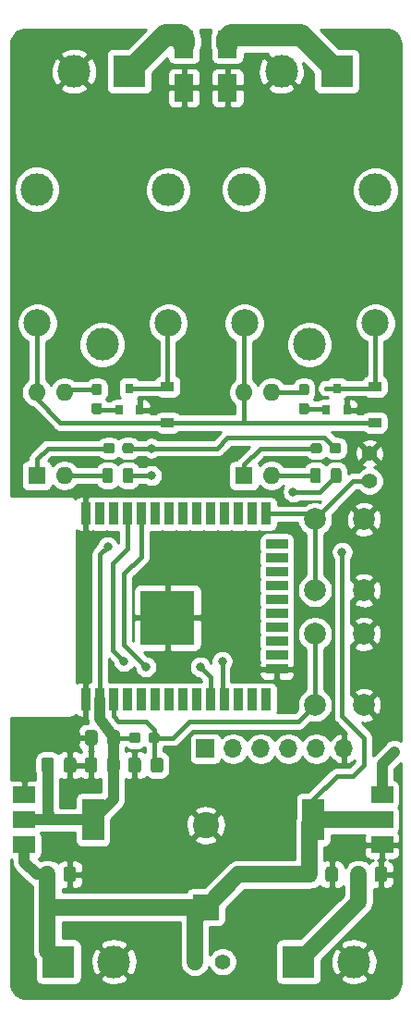
<source format=gbr>
%TF.GenerationSoftware,KiCad,Pcbnew,(5.1.6)-1*%
%TF.CreationDate,2020-08-04T14:24:57+05:30*%
%TF.ProjectId,ESP32-BLE-Relay-Control-Board,45535033-322d-4424-9c45-2d52656c6179,rev?*%
%TF.SameCoordinates,Original*%
%TF.FileFunction,Copper,L1,Top*%
%TF.FilePolarity,Positive*%
%FSLAX46Y46*%
G04 Gerber Fmt 4.6, Leading zero omitted, Abs format (unit mm)*
G04 Created by KiCad (PCBNEW (5.1.6)-1) date 2020-08-04 14:24:57*
%MOMM*%
%LPD*%
G01*
G04 APERTURE LIST*
%TA.AperFunction,SMDPad,CuDef*%
%ADD10R,2.000000X1.500000*%
%TD*%
%TA.AperFunction,SMDPad,CuDef*%
%ADD11R,2.000000X3.800000*%
%TD*%
%TA.AperFunction,ComponentPad*%
%ADD12C,1.400000*%
%TD*%
%TA.AperFunction,ComponentPad*%
%ADD13O,1.700000X1.700000*%
%TD*%
%TA.AperFunction,ComponentPad*%
%ADD14R,1.700000X1.700000*%
%TD*%
%TA.AperFunction,SMDPad,CuDef*%
%ADD15R,1.800000X2.500000*%
%TD*%
%TA.AperFunction,ComponentPad*%
%ADD16C,3.000000*%
%TD*%
%TA.AperFunction,ComponentPad*%
%ADD17R,3.000000X3.000000*%
%TD*%
%TA.AperFunction,ComponentPad*%
%ADD18C,2.400000*%
%TD*%
%TA.AperFunction,ComponentPad*%
%ADD19R,2.400000X2.400000*%
%TD*%
%TA.AperFunction,SMDPad,CuDef*%
%ADD20R,0.900000X2.000000*%
%TD*%
%TA.AperFunction,SMDPad,CuDef*%
%ADD21R,2.000000X0.900000*%
%TD*%
%TA.AperFunction,SMDPad,CuDef*%
%ADD22R,5.000000X5.000000*%
%TD*%
%TA.AperFunction,ComponentPad*%
%ADD23C,2.000000*%
%TD*%
%TA.AperFunction,SMDPad,CuDef*%
%ADD24R,1.200000X0.900000*%
%TD*%
%TA.AperFunction,ComponentPad*%
%ADD25O,1.600000X1.600000*%
%TD*%
%TA.AperFunction,ComponentPad*%
%ADD26R,1.600000X1.600000*%
%TD*%
%TA.AperFunction,SMDPad,CuDef*%
%ADD27R,0.800000X0.900000*%
%TD*%
%TA.AperFunction,ComponentPad*%
%ADD28C,2.500000*%
%TD*%
%TA.AperFunction,ViaPad*%
%ADD29C,0.800000*%
%TD*%
%TA.AperFunction,Conductor*%
%ADD30C,0.400000*%
%TD*%
%TA.AperFunction,Conductor*%
%ADD31C,1.500000*%
%TD*%
%TA.AperFunction,Conductor*%
%ADD32C,1.000000*%
%TD*%
%TA.AperFunction,Conductor*%
%ADD33C,2.000000*%
%TD*%
%TA.AperFunction,Conductor*%
%ADD34C,0.254000*%
%TD*%
G04 APERTURE END LIST*
D10*
%TO.P,U5,1*%
%TO.N,GND*%
X134650000Y-145300000D03*
%TO.P,U5,3*%
%TO.N,+12V*%
X134650000Y-140700000D03*
%TO.P,U5,2*%
%TO.N,+5V*%
X134650000Y-143000000D03*
D11*
X128350000Y-143000000D03*
%TD*%
%TO.P,R5,2*%
%TO.N,Net-(R5-Pad2)*%
%TA.AperFunction,SMDPad,CuDef*%
G36*
G01*
X108737500Y-104150000D02*
X108262500Y-104150000D01*
G75*
G02*
X108025000Y-103912500I0J237500D01*
G01*
X108025000Y-103337500D01*
G75*
G02*
X108262500Y-103100000I237500J0D01*
G01*
X108737500Y-103100000D01*
G75*
G02*
X108975000Y-103337500I0J-237500D01*
G01*
X108975000Y-103912500D01*
G75*
G02*
X108737500Y-104150000I-237500J0D01*
G01*
G37*
%TD.AperFunction*%
%TO.P,R5,1*%
%TO.N,Net-(Q1-Pad1)*%
%TA.AperFunction,SMDPad,CuDef*%
G36*
G01*
X108737500Y-105900000D02*
X108262500Y-105900000D01*
G75*
G02*
X108025000Y-105662500I0J237500D01*
G01*
X108025000Y-105087500D01*
G75*
G02*
X108262500Y-104850000I237500J0D01*
G01*
X108737500Y-104850000D01*
G75*
G02*
X108975000Y-105087500I0J-237500D01*
G01*
X108975000Y-105662500D01*
G75*
G02*
X108737500Y-105900000I-237500J0D01*
G01*
G37*
%TD.AperFunction*%
%TD*%
%TO.P,R4,2*%
%TO.N,Net-(R4-Pad2)*%
%TA.AperFunction,SMDPad,CuDef*%
G36*
G01*
X127737500Y-104150000D02*
X127262500Y-104150000D01*
G75*
G02*
X127025000Y-103912500I0J237500D01*
G01*
X127025000Y-103337500D01*
G75*
G02*
X127262500Y-103100000I237500J0D01*
G01*
X127737500Y-103100000D01*
G75*
G02*
X127975000Y-103337500I0J-237500D01*
G01*
X127975000Y-103912500D01*
G75*
G02*
X127737500Y-104150000I-237500J0D01*
G01*
G37*
%TD.AperFunction*%
%TO.P,R4,1*%
%TO.N,Net-(Q2-Pad1)*%
%TA.AperFunction,SMDPad,CuDef*%
G36*
G01*
X127737500Y-105900000D02*
X127262500Y-105900000D01*
G75*
G02*
X127025000Y-105662500I0J237500D01*
G01*
X127025000Y-105087500D01*
G75*
G02*
X127262500Y-104850000I237500J0D01*
G01*
X127737500Y-104850000D01*
G75*
G02*
X127975000Y-105087500I0J-237500D01*
G01*
X127975000Y-105662500D01*
G75*
G02*
X127737500Y-105900000I-237500J0D01*
G01*
G37*
%TD.AperFunction*%
%TD*%
%TO.P,C8,2*%
%TO.N,GND*%
%TA.AperFunction,SMDPad,CuDef*%
G36*
G01*
X129475000Y-148450001D02*
X129475000Y-147549999D01*
G75*
G02*
X129724999Y-147300000I249999J0D01*
G01*
X130375001Y-147300000D01*
G75*
G02*
X130625000Y-147549999I0J-249999D01*
G01*
X130625000Y-148450001D01*
G75*
G02*
X130375001Y-148700000I-249999J0D01*
G01*
X129724999Y-148700000D01*
G75*
G02*
X129475000Y-148450001I0J249999D01*
G01*
G37*
%TD.AperFunction*%
%TO.P,C8,1*%
%TO.N,+5V*%
%TA.AperFunction,SMDPad,CuDef*%
G36*
G01*
X127425000Y-148450001D02*
X127425000Y-147549999D01*
G75*
G02*
X127674999Y-147300000I249999J0D01*
G01*
X128325001Y-147300000D01*
G75*
G02*
X128575000Y-147549999I0J-249999D01*
G01*
X128575000Y-148450001D01*
G75*
G02*
X128325001Y-148700000I-249999J0D01*
G01*
X127674999Y-148700000D01*
G75*
G02*
X127425000Y-148450001I0J249999D01*
G01*
G37*
%TD.AperFunction*%
%TD*%
%TO.P,C7,2*%
%TO.N,GND*%
%TA.AperFunction,SMDPad,CuDef*%
G36*
G01*
X133975000Y-148450001D02*
X133975000Y-147549999D01*
G75*
G02*
X134224999Y-147300000I249999J0D01*
G01*
X134875001Y-147300000D01*
G75*
G02*
X135125000Y-147549999I0J-249999D01*
G01*
X135125000Y-148450001D01*
G75*
G02*
X134875001Y-148700000I-249999J0D01*
G01*
X134224999Y-148700000D01*
G75*
G02*
X133975000Y-148450001I0J249999D01*
G01*
G37*
%TD.AperFunction*%
%TO.P,C7,1*%
%TO.N,+12V*%
%TA.AperFunction,SMDPad,CuDef*%
G36*
G01*
X131925000Y-148450001D02*
X131925000Y-147549999D01*
G75*
G02*
X132174999Y-147300000I249999J0D01*
G01*
X132825001Y-147300000D01*
G75*
G02*
X133075000Y-147549999I0J-249999D01*
G01*
X133075000Y-148450001D01*
G75*
G02*
X132825001Y-148700000I-249999J0D01*
G01*
X132174999Y-148700000D01*
G75*
G02*
X131925000Y-148450001I0J249999D01*
G01*
G37*
%TD.AperFunction*%
%TD*%
D12*
%TO.P,JP2-BOOT1,2*%
%TO.N,GND*%
X133500000Y-109460000D03*
%TO.P,JP2-BOOT1,1*%
%TO.N,/IO0*%
X133500000Y-112000000D03*
%TD*%
D13*
%TO.P,J5,6*%
%TO.N,GND*%
X131160000Y-136500000D03*
%TO.P,J5,5*%
%TO.N,Net-(J5-Pad5)*%
X128620000Y-136500000D03*
%TO.P,J5,4*%
%TO.N,3V3*%
X126080000Y-136500000D03*
%TO.P,J5,3*%
%TO.N,RX0*%
X123540000Y-136500000D03*
%TO.P,J5,2*%
%TO.N,TX0*%
X121000000Y-136500000D03*
D14*
%TO.P,J5,1*%
%TO.N,Net-(J5-Pad1)*%
X118460000Y-136500000D03*
%TD*%
D15*
%TO.P,D6,2*%
%TO.N,GND*%
X116500000Y-76000000D03*
%TO.P,D6,1*%
%TO.N,Net-(D6-Pad1)*%
X116500000Y-72000000D03*
%TD*%
%TO.P,D5,2*%
%TO.N,GND*%
X120500000Y-76000000D03*
%TO.P,D5,1*%
%TO.N,Net-(D5-Pad1)*%
X120500000Y-72000000D03*
%TD*%
D10*
%TO.P,U4,1*%
%TO.N,GND*%
X101850000Y-140700000D03*
%TO.P,U4,3*%
%TO.N,+5V*%
X101850000Y-145300000D03*
%TO.P,U4,2*%
%TO.N,+3V3*%
X101850000Y-143000000D03*
D11*
X108150000Y-143000000D03*
%TD*%
D12*
%TO.P,JP1,2*%
%TO.N,+5V*%
X117500000Y-156000000D03*
%TO.P,JP1,1*%
%TO.N,+12V*%
X120040000Y-156000000D03*
%TD*%
D16*
%TO.P,J4,2*%
%TO.N,GND*%
X110080000Y-156000000D03*
D17*
%TO.P,J4,1*%
%TO.N,+5V*%
X105000000Y-156000000D03*
%TD*%
D16*
%TO.P,J3,2*%
%TO.N,GND*%
X132080000Y-156000000D03*
D17*
%TO.P,J3,1*%
%TO.N,+12V*%
X127000000Y-156000000D03*
%TD*%
D16*
%TO.P,J2,2*%
%TO.N,GND*%
X106420000Y-74500000D03*
D17*
%TO.P,J2,1*%
%TO.N,Net-(D6-Pad1)*%
X111500000Y-74500000D03*
%TD*%
D16*
%TO.P,J1,2*%
%TO.N,GND*%
X125420000Y-74500000D03*
D17*
%TO.P,J1,1*%
%TO.N,Net-(D5-Pad1)*%
X130500000Y-74500000D03*
%TD*%
D18*
%TO.P,C6,2*%
%TO.N,GND*%
X118500000Y-143500000D03*
D19*
%TO.P,C6,1*%
%TO.N,+5V*%
X118500000Y-151000000D03*
%TD*%
%TO.P,C5,2*%
%TO.N,GND*%
%TA.AperFunction,SMDPad,CuDef*%
G36*
G01*
X105475000Y-138450001D02*
X105475000Y-137549999D01*
G75*
G02*
X105724999Y-137300000I249999J0D01*
G01*
X106375001Y-137300000D01*
G75*
G02*
X106625000Y-137549999I0J-249999D01*
G01*
X106625000Y-138450001D01*
G75*
G02*
X106375001Y-138700000I-249999J0D01*
G01*
X105724999Y-138700000D01*
G75*
G02*
X105475000Y-138450001I0J249999D01*
G01*
G37*
%TD.AperFunction*%
%TO.P,C5,1*%
%TO.N,+3V3*%
%TA.AperFunction,SMDPad,CuDef*%
G36*
G01*
X103425000Y-138450001D02*
X103425000Y-137549999D01*
G75*
G02*
X103674999Y-137300000I249999J0D01*
G01*
X104325001Y-137300000D01*
G75*
G02*
X104575000Y-137549999I0J-249999D01*
G01*
X104575000Y-138450001D01*
G75*
G02*
X104325001Y-138700000I-249999J0D01*
G01*
X103674999Y-138700000D01*
G75*
G02*
X103425000Y-138450001I0J249999D01*
G01*
G37*
%TD.AperFunction*%
%TD*%
%TO.P,C4,2*%
%TO.N,GND*%
%TA.AperFunction,SMDPad,CuDef*%
G36*
G01*
X105450000Y-148450001D02*
X105450000Y-147549999D01*
G75*
G02*
X105699999Y-147300000I249999J0D01*
G01*
X106350001Y-147300000D01*
G75*
G02*
X106600000Y-147549999I0J-249999D01*
G01*
X106600000Y-148450001D01*
G75*
G02*
X106350001Y-148700000I-249999J0D01*
G01*
X105699999Y-148700000D01*
G75*
G02*
X105450000Y-148450001I0J249999D01*
G01*
G37*
%TD.AperFunction*%
%TO.P,C4,1*%
%TO.N,+5V*%
%TA.AperFunction,SMDPad,CuDef*%
G36*
G01*
X103400000Y-148450001D02*
X103400000Y-147549999D01*
G75*
G02*
X103649999Y-147300000I249999J0D01*
G01*
X104300001Y-147300000D01*
G75*
G02*
X104550000Y-147549999I0J-249999D01*
G01*
X104550000Y-148450001D01*
G75*
G02*
X104300001Y-148700000I-249999J0D01*
G01*
X103649999Y-148700000D01*
G75*
G02*
X103400000Y-148450001I0J249999D01*
G01*
G37*
%TD.AperFunction*%
%TD*%
D20*
%TO.P,U1,38*%
%TO.N,GND*%
X107500000Y-115000000D03*
%TO.P,U1,37*%
%TO.N,Net-(U1-Pad37)*%
X108770000Y-115000000D03*
%TO.P,U1,36*%
%TO.N,Net-(U1-Pad36)*%
X110040000Y-115000000D03*
%TO.P,U1,35*%
%TO.N,TX0*%
X111310000Y-115000000D03*
%TO.P,U1,34*%
%TO.N,RX0*%
X112580000Y-115000000D03*
%TO.P,U1,33*%
%TO.N,Net-(U1-Pad33)*%
X113850000Y-115000000D03*
%TO.P,U1,32*%
%TO.N,Net-(U1-Pad32)*%
X115120000Y-115000000D03*
%TO.P,U1,31*%
%TO.N,Net-(U1-Pad31)*%
X116390000Y-115000000D03*
%TO.P,U1,30*%
%TO.N,Net-(U1-Pad30)*%
X117660000Y-115000000D03*
%TO.P,U1,29*%
%TO.N,Net-(U1-Pad29)*%
X118930000Y-115000000D03*
%TO.P,U1,28*%
%TO.N,Net-(U1-Pad28)*%
X120200000Y-115000000D03*
%TO.P,U1,27*%
%TO.N,Net-(U1-Pad27)*%
X121470000Y-115000000D03*
%TO.P,U1,26*%
%TO.N,Net-(U1-Pad26)*%
X122740000Y-115000000D03*
%TO.P,U1,25*%
%TO.N,/IO0*%
X124010000Y-115000000D03*
D21*
%TO.P,U1,24*%
%TO.N,Net-(U1-Pad24)*%
X125010000Y-117785000D03*
%TO.P,U1,23*%
%TO.N,Net-(U1-Pad23)*%
X125010000Y-119055000D03*
%TO.P,U1,22*%
%TO.N,Net-(U1-Pad22)*%
X125010000Y-120325000D03*
%TO.P,U1,21*%
%TO.N,Net-(U1-Pad21)*%
X125010000Y-121595000D03*
%TO.P,U1,20*%
%TO.N,Net-(U1-Pad20)*%
X125010000Y-122865000D03*
%TO.P,U1,19*%
%TO.N,Net-(U1-Pad19)*%
X125010000Y-124135000D03*
%TO.P,U1,18*%
%TO.N,Net-(U1-Pad18)*%
X125010000Y-125405000D03*
%TO.P,U1,17*%
%TO.N,Net-(U1-Pad17)*%
X125010000Y-126675000D03*
%TO.P,U1,16*%
%TO.N,Net-(U1-Pad16)*%
X125010000Y-127945000D03*
%TO.P,U1,15*%
%TO.N,GND*%
X125010000Y-129215000D03*
D20*
%TO.P,U1,14*%
%TO.N,Net-(U1-Pad14)*%
X124010000Y-132000000D03*
%TO.P,U1,13*%
%TO.N,Net-(U1-Pad13)*%
X122740000Y-132000000D03*
%TO.P,U1,12*%
%TO.N,Net-(U1-Pad12)*%
X121470000Y-132000000D03*
%TO.P,U1,11*%
%TO.N,IO26*%
X120200000Y-132000000D03*
%TO.P,U1,10*%
%TO.N,IO25*%
X118930000Y-132000000D03*
%TO.P,U1,9*%
%TO.N,Net-(U1-Pad9)*%
X117660000Y-132000000D03*
%TO.P,U1,8*%
%TO.N,Net-(U1-Pad8)*%
X116390000Y-132000000D03*
%TO.P,U1,7*%
%TO.N,Net-(U1-Pad7)*%
X115120000Y-132000000D03*
%TO.P,U1,6*%
%TO.N,Net-(U1-Pad6)*%
X113850000Y-132000000D03*
%TO.P,U1,5*%
%TO.N,Net-(U1-Pad5)*%
X112580000Y-132000000D03*
%TO.P,U1,4*%
%TO.N,Net-(U1-Pad4)*%
X111310000Y-132000000D03*
%TO.P,U1,3*%
%TO.N,/EN*%
X110040000Y-132000000D03*
%TO.P,U1,2*%
%TO.N,+3V3*%
X108770000Y-132000000D03*
%TO.P,U1,1*%
%TO.N,GND*%
X107500000Y-132000000D03*
D22*
%TO.P,U1,39*%
X115000000Y-124500000D03*
%TD*%
D23*
%TO.P,BOOT1,1*%
%TO.N,/IO0*%
X128500000Y-115500000D03*
%TO.P,BOOT1,2*%
%TO.N,GND*%
X133000000Y-115500000D03*
%TO.P,BOOT1,1*%
%TO.N,/IO0*%
X128500000Y-122000000D03*
%TO.P,BOOT1,2*%
%TO.N,GND*%
X133000000Y-122000000D03*
%TD*%
%TO.P,RST1,1*%
%TO.N,/EN*%
X128500000Y-126000000D03*
%TO.P,RST1,2*%
%TO.N,GND*%
X133000000Y-126000000D03*
%TO.P,RST1,1*%
%TO.N,/EN*%
X128500000Y-132500000D03*
%TO.P,RST1,2*%
%TO.N,GND*%
X133000000Y-132500000D03*
%TD*%
D24*
%TO.P,D3,2*%
%TO.N,Net-(D3-Pad2)*%
X115000000Y-103350000D03*
%TO.P,D3,1*%
%TO.N,+5V*%
X115000000Y-106650000D03*
%TD*%
%TO.P,D1,2*%
%TO.N,Net-(D1-Pad2)*%
X134000000Y-103350000D03*
%TO.P,D1,1*%
%TO.N,+5V*%
X134000000Y-106650000D03*
%TD*%
D25*
%TO.P,U3,4*%
%TO.N,+5V*%
X122000000Y-103880000D03*
%TO.P,U3,2*%
%TO.N,Net-(D4-Pad2)*%
X124540000Y-111500000D03*
%TO.P,U3,3*%
%TO.N,Net-(R4-Pad2)*%
X124540000Y-103880000D03*
D26*
%TO.P,U3,1*%
%TO.N,Net-(R3-Pad1)*%
X122000000Y-111500000D03*
%TD*%
%TO.P,R3,2*%
%TO.N,+3V3*%
%TA.AperFunction,SMDPad,CuDef*%
G36*
G01*
X129850000Y-109237500D02*
X129850000Y-108762500D01*
G75*
G02*
X130087500Y-108525000I237500J0D01*
G01*
X130662500Y-108525000D01*
G75*
G02*
X130900000Y-108762500I0J-237500D01*
G01*
X130900000Y-109237500D01*
G75*
G02*
X130662500Y-109475000I-237500J0D01*
G01*
X130087500Y-109475000D01*
G75*
G02*
X129850000Y-109237500I0J237500D01*
G01*
G37*
%TD.AperFunction*%
%TO.P,R3,1*%
%TO.N,Net-(R3-Pad1)*%
%TA.AperFunction,SMDPad,CuDef*%
G36*
G01*
X128100000Y-109237500D02*
X128100000Y-108762500D01*
G75*
G02*
X128337500Y-108525000I237500J0D01*
G01*
X128912500Y-108525000D01*
G75*
G02*
X129150000Y-108762500I0J-237500D01*
G01*
X129150000Y-109237500D01*
G75*
G02*
X128912500Y-109475000I-237500J0D01*
G01*
X128337500Y-109475000D01*
G75*
G02*
X128100000Y-109237500I0J237500D01*
G01*
G37*
%TD.AperFunction*%
%TD*%
D27*
%TO.P,Q2,3*%
%TO.N,Net-(D1-Pad2)*%
X130500000Y-103500000D03*
%TO.P,Q2,2*%
%TO.N,GND*%
X131450000Y-105500000D03*
%TO.P,Q2,1*%
%TO.N,Net-(Q2-Pad1)*%
X129550000Y-105500000D03*
%TD*%
D16*
%TO.P,K2,1*%
%TO.N,+12V*%
X128000000Y-99500000D03*
D28*
%TO.P,K2,5*%
%TO.N,+5V*%
X122050000Y-97550000D03*
D16*
%TO.P,K2,4*%
%TO.N,Net-(K2-Pad4)*%
X122000000Y-85300000D03*
%TO.P,K2,3*%
%TO.N,Net-(D5-Pad1)*%
X134050000Y-85350000D03*
D28*
%TO.P,K2,2*%
%TO.N,Net-(D1-Pad2)*%
X134050000Y-97550000D03*
%TD*%
%TO.P,D4,2*%
%TO.N,Net-(D4-Pad2)*%
%TA.AperFunction,SMDPad,CuDef*%
G36*
G01*
X129050000Y-111043750D02*
X129050000Y-111956250D01*
G75*
G02*
X128806250Y-112200000I-243750J0D01*
G01*
X128318750Y-112200000D01*
G75*
G02*
X128075000Y-111956250I0J243750D01*
G01*
X128075000Y-111043750D01*
G75*
G02*
X128318750Y-110800000I243750J0D01*
G01*
X128806250Y-110800000D01*
G75*
G02*
X129050000Y-111043750I0J-243750D01*
G01*
G37*
%TD.AperFunction*%
%TO.P,D4,1*%
%TO.N,IO26*%
%TA.AperFunction,SMDPad,CuDef*%
G36*
G01*
X130925000Y-111043750D02*
X130925000Y-111956250D01*
G75*
G02*
X130681250Y-112200000I-243750J0D01*
G01*
X130193750Y-112200000D01*
G75*
G02*
X129950000Y-111956250I0J243750D01*
G01*
X129950000Y-111043750D01*
G75*
G02*
X130193750Y-110800000I243750J0D01*
G01*
X130681250Y-110800000D01*
G75*
G02*
X130925000Y-111043750I0J-243750D01*
G01*
G37*
%TD.AperFunction*%
%TD*%
%TO.P,C3,2*%
%TO.N,GND*%
%TA.AperFunction,SMDPad,CuDef*%
G36*
G01*
X112550000Y-137549999D02*
X112550000Y-138450001D01*
G75*
G02*
X112300001Y-138700000I-249999J0D01*
G01*
X111649999Y-138700000D01*
G75*
G02*
X111400000Y-138450001I0J249999D01*
G01*
X111400000Y-137549999D01*
G75*
G02*
X111649999Y-137300000I249999J0D01*
G01*
X112300001Y-137300000D01*
G75*
G02*
X112550000Y-137549999I0J-249999D01*
G01*
G37*
%TD.AperFunction*%
%TO.P,C3,1*%
%TO.N,/EN*%
%TA.AperFunction,SMDPad,CuDef*%
G36*
G01*
X114600000Y-137549999D02*
X114600000Y-138450001D01*
G75*
G02*
X114350001Y-138700000I-249999J0D01*
G01*
X113699999Y-138700000D01*
G75*
G02*
X113450000Y-138450001I0J249999D01*
G01*
X113450000Y-137549999D01*
G75*
G02*
X113699999Y-137300000I249999J0D01*
G01*
X114350001Y-137300000D01*
G75*
G02*
X114600000Y-137549999I0J-249999D01*
G01*
G37*
%TD.AperFunction*%
%TD*%
%TO.P,C2,2*%
%TO.N,GND*%
%TA.AperFunction,SMDPad,CuDef*%
G36*
G01*
X108575000Y-135049999D02*
X108575000Y-135950001D01*
G75*
G02*
X108325001Y-136200000I-249999J0D01*
G01*
X107674999Y-136200000D01*
G75*
G02*
X107425000Y-135950001I0J249999D01*
G01*
X107425000Y-135049999D01*
G75*
G02*
X107674999Y-134800000I249999J0D01*
G01*
X108325001Y-134800000D01*
G75*
G02*
X108575000Y-135049999I0J-249999D01*
G01*
G37*
%TD.AperFunction*%
%TO.P,C2,1*%
%TO.N,+3V3*%
%TA.AperFunction,SMDPad,CuDef*%
G36*
G01*
X110625000Y-135049999D02*
X110625000Y-135950001D01*
G75*
G02*
X110375001Y-136200000I-249999J0D01*
G01*
X109724999Y-136200000D01*
G75*
G02*
X109475000Y-135950001I0J249999D01*
G01*
X109475000Y-135049999D01*
G75*
G02*
X109724999Y-134800000I249999J0D01*
G01*
X110375001Y-134800000D01*
G75*
G02*
X110625000Y-135049999I0J-249999D01*
G01*
G37*
%TD.AperFunction*%
%TD*%
%TO.P,C1,2*%
%TO.N,GND*%
%TA.AperFunction,SMDPad,CuDef*%
G36*
G01*
X108550000Y-137549999D02*
X108550000Y-138450001D01*
G75*
G02*
X108300001Y-138700000I-249999J0D01*
G01*
X107649999Y-138700000D01*
G75*
G02*
X107400000Y-138450001I0J249999D01*
G01*
X107400000Y-137549999D01*
G75*
G02*
X107649999Y-137300000I249999J0D01*
G01*
X108300001Y-137300000D01*
G75*
G02*
X108550000Y-137549999I0J-249999D01*
G01*
G37*
%TD.AperFunction*%
%TO.P,C1,1*%
%TO.N,+3V3*%
%TA.AperFunction,SMDPad,CuDef*%
G36*
G01*
X110600000Y-137549999D02*
X110600000Y-138450001D01*
G75*
G02*
X110350001Y-138700000I-249999J0D01*
G01*
X109699999Y-138700000D01*
G75*
G02*
X109450000Y-138450001I0J249999D01*
G01*
X109450000Y-137549999D01*
G75*
G02*
X109699999Y-137300000I249999J0D01*
G01*
X110350001Y-137300000D01*
G75*
G02*
X110600000Y-137549999I0J-249999D01*
G01*
G37*
%TD.AperFunction*%
%TD*%
%TO.P,R2,2*%
%TO.N,+3V3*%
%TA.AperFunction,SMDPad,CuDef*%
G36*
G01*
X112525000Y-135262500D02*
X112525000Y-135737500D01*
G75*
G02*
X112287500Y-135975000I-237500J0D01*
G01*
X111712500Y-135975000D01*
G75*
G02*
X111475000Y-135737500I0J237500D01*
G01*
X111475000Y-135262500D01*
G75*
G02*
X111712500Y-135025000I237500J0D01*
G01*
X112287500Y-135025000D01*
G75*
G02*
X112525000Y-135262500I0J-237500D01*
G01*
G37*
%TD.AperFunction*%
%TO.P,R2,1*%
%TO.N,/EN*%
%TA.AperFunction,SMDPad,CuDef*%
G36*
G01*
X114275000Y-135262500D02*
X114275000Y-135737500D01*
G75*
G02*
X114037500Y-135975000I-237500J0D01*
G01*
X113462500Y-135975000D01*
G75*
G02*
X113225000Y-135737500I0J237500D01*
G01*
X113225000Y-135262500D01*
G75*
G02*
X113462500Y-135025000I237500J0D01*
G01*
X114037500Y-135025000D01*
G75*
G02*
X114275000Y-135262500I0J-237500D01*
G01*
G37*
%TD.AperFunction*%
%TD*%
D25*
%TO.P,U2,4*%
%TO.N,+5V*%
X103000000Y-103880000D03*
%TO.P,U2,2*%
%TO.N,Net-(D2-Pad2)*%
X105540000Y-111500000D03*
%TO.P,U2,3*%
%TO.N,Net-(R5-Pad2)*%
X105540000Y-103880000D03*
D26*
%TO.P,U2,1*%
%TO.N,Net-(R1-Pad1)*%
X103000000Y-111500000D03*
%TD*%
%TO.P,R1,2*%
%TO.N,+3V3*%
%TA.AperFunction,SMDPad,CuDef*%
G36*
G01*
X110850000Y-109237500D02*
X110850000Y-108762500D01*
G75*
G02*
X111087500Y-108525000I237500J0D01*
G01*
X111662500Y-108525000D01*
G75*
G02*
X111900000Y-108762500I0J-237500D01*
G01*
X111900000Y-109237500D01*
G75*
G02*
X111662500Y-109475000I-237500J0D01*
G01*
X111087500Y-109475000D01*
G75*
G02*
X110850000Y-109237500I0J237500D01*
G01*
G37*
%TD.AperFunction*%
%TO.P,R1,1*%
%TO.N,Net-(R1-Pad1)*%
%TA.AperFunction,SMDPad,CuDef*%
G36*
G01*
X109100000Y-109237500D02*
X109100000Y-108762500D01*
G75*
G02*
X109337500Y-108525000I237500J0D01*
G01*
X109912500Y-108525000D01*
G75*
G02*
X110150000Y-108762500I0J-237500D01*
G01*
X110150000Y-109237500D01*
G75*
G02*
X109912500Y-109475000I-237500J0D01*
G01*
X109337500Y-109475000D01*
G75*
G02*
X109100000Y-109237500I0J237500D01*
G01*
G37*
%TD.AperFunction*%
%TD*%
D27*
%TO.P,Q1,3*%
%TO.N,Net-(D3-Pad2)*%
X111500000Y-103500000D03*
%TO.P,Q1,2*%
%TO.N,GND*%
X112450000Y-105500000D03*
%TO.P,Q1,1*%
%TO.N,Net-(Q1-Pad1)*%
X110550000Y-105500000D03*
%TD*%
D16*
%TO.P,K1,1*%
%TO.N,+12V*%
X109000000Y-99500000D03*
D28*
%TO.P,K1,5*%
%TO.N,+5V*%
X103050000Y-97550000D03*
D16*
%TO.P,K1,4*%
%TO.N,Net-(K1-Pad4)*%
X103000000Y-85300000D03*
%TO.P,K1,3*%
%TO.N,Net-(D6-Pad1)*%
X115050000Y-85350000D03*
D28*
%TO.P,K1,2*%
%TO.N,Net-(D3-Pad2)*%
X115050000Y-97550000D03*
%TD*%
%TO.P,D2,2*%
%TO.N,Net-(D2-Pad2)*%
%TA.AperFunction,SMDPad,CuDef*%
G36*
G01*
X109987500Y-111043750D02*
X109987500Y-111956250D01*
G75*
G02*
X109743750Y-112200000I-243750J0D01*
G01*
X109256250Y-112200000D01*
G75*
G02*
X109012500Y-111956250I0J243750D01*
G01*
X109012500Y-111043750D01*
G75*
G02*
X109256250Y-110800000I243750J0D01*
G01*
X109743750Y-110800000D01*
G75*
G02*
X109987500Y-111043750I0J-243750D01*
G01*
G37*
%TD.AperFunction*%
%TO.P,D2,1*%
%TO.N,IO25*%
%TA.AperFunction,SMDPad,CuDef*%
G36*
G01*
X111862500Y-111043750D02*
X111862500Y-111956250D01*
G75*
G02*
X111618750Y-112200000I-243750J0D01*
G01*
X111131250Y-112200000D01*
G75*
G02*
X110887500Y-111956250I0J243750D01*
G01*
X110887500Y-111043750D01*
G75*
G02*
X111131250Y-110800000I243750J0D01*
G01*
X111618750Y-110800000D01*
G75*
G02*
X111862500Y-111043750I0J-243750D01*
G01*
G37*
%TD.AperFunction*%
%TD*%
D29*
%TO.N,+5V*%
X131000000Y-118500000D03*
%TO.N,+3V3*%
X109500000Y-118000000D03*
X113500000Y-109000000D03*
%TO.N,+12V*%
X135774990Y-136774990D03*
%TO.N,IO26*%
X126500000Y-113000000D03*
X120000000Y-128500000D03*
%TO.N,IO25*%
X118000000Y-129000000D03*
X113500000Y-111500000D03*
%TO.N,RX0*%
X113000000Y-129000000D03*
%TO.N,TX0*%
X111000000Y-128500000D03*
%TD*%
D30*
%TO.N,Net-(D1-Pad2)*%
X133850000Y-103500000D02*
X134000000Y-103350000D01*
X129500000Y-103500000D02*
X133850000Y-103500000D01*
X134050000Y-103300000D02*
X134000000Y-103350000D01*
X134050000Y-97550000D02*
X134050000Y-103300000D01*
%TO.N,Net-(D2-Pad2)*%
X105540000Y-111500000D02*
X109500000Y-111500000D01*
%TO.N,Net-(Q1-Pad1)*%
X108625000Y-105500000D02*
X108500000Y-105375000D01*
X110550000Y-105500000D02*
X108625000Y-105500000D01*
%TO.N,+5V*%
X103000000Y-97600000D02*
X103050000Y-97550000D01*
X103000000Y-103880000D02*
X103000000Y-97600000D01*
X115000000Y-106650000D02*
X105150000Y-106650000D01*
X103000000Y-104500000D02*
X103000000Y-103880000D01*
X105150000Y-106650000D02*
X103000000Y-104500000D01*
X122000000Y-97600000D02*
X122050000Y-97550000D01*
X122000000Y-103880000D02*
X122000000Y-97600000D01*
X115000000Y-106650000D02*
X118850000Y-106650000D01*
X118850000Y-106650000D02*
X119230000Y-106650000D01*
X122000000Y-106500000D02*
X121850000Y-106650000D01*
X134000000Y-106650000D02*
X121850000Y-106650000D01*
X122000000Y-103880000D02*
X122000000Y-106500000D01*
X121850000Y-106650000D02*
X118850000Y-106650000D01*
D31*
X128000000Y-143350000D02*
X128350000Y-143000000D01*
X128000000Y-148000000D02*
X128000000Y-143350000D01*
X128350000Y-143000000D02*
X134650000Y-143000000D01*
D30*
X128350000Y-143000000D02*
X128350000Y-141150000D01*
X128350000Y-141150000D02*
X130500000Y-139000000D01*
X130500000Y-139000000D02*
X132000000Y-139000000D01*
X132000000Y-139000000D02*
X133000000Y-138000000D01*
X133000000Y-138000000D02*
X133000000Y-135500000D01*
X133000000Y-135500000D02*
X131000000Y-133500000D01*
X131000000Y-133500000D02*
X131000000Y-118500000D01*
D32*
X103975000Y-148000000D02*
X103000000Y-148000000D01*
X101850000Y-146850000D02*
X101850000Y-145300000D01*
X103000000Y-148000000D02*
X101850000Y-146850000D01*
D31*
X121500000Y-148000000D02*
X118500000Y-151000000D01*
X128000000Y-148000000D02*
X121500000Y-148000000D01*
X105000000Y-156000000D02*
X103975000Y-154975000D01*
X104000000Y-151000000D02*
X103975000Y-150975000D01*
X118500000Y-151000000D02*
X104000000Y-151000000D01*
X103975000Y-154975000D02*
X103975000Y-150975000D01*
X103975000Y-150975000D02*
X103975000Y-148000000D01*
X117500000Y-152000000D02*
X118500000Y-151000000D01*
X117500000Y-156000000D02*
X117500000Y-152000000D01*
D30*
%TO.N,Net-(R1-Pad1)*%
X103000000Y-111500000D02*
X103000000Y-110000000D01*
X104000000Y-109000000D02*
X109625000Y-109000000D01*
X103000000Y-110000000D02*
X104000000Y-109000000D01*
%TO.N,+3V3*%
X104000000Y-138000000D02*
X104000000Y-143000000D01*
X101850000Y-143000000D02*
X104000000Y-143000000D01*
X104000000Y-143000000D02*
X108150000Y-143000000D01*
D32*
X110025000Y-135525000D02*
X110050000Y-135500000D01*
X110025000Y-138000000D02*
X110025000Y-135525000D01*
X104000000Y-142500000D02*
X104500000Y-143000000D01*
X104000000Y-138000000D02*
X104000000Y-142500000D01*
X101850000Y-143000000D02*
X104500000Y-143000000D01*
X104500000Y-143000000D02*
X108150000Y-143000000D01*
X110025000Y-141125000D02*
X110025000Y-138000000D01*
X108150000Y-143000000D02*
X110025000Y-141125000D01*
X108770000Y-132000000D02*
X108770000Y-133730000D01*
X110050000Y-135431480D02*
X110050000Y-135500000D01*
X108770000Y-133730000D02*
X110050000Y-135431480D01*
D30*
X112000000Y-135500000D02*
X110050000Y-135500000D01*
X120500000Y-108000000D02*
X129375000Y-108000000D01*
X129375000Y-108000000D02*
X130375000Y-109000000D01*
X119500000Y-109000000D02*
X120500000Y-108000000D01*
X108770000Y-132000000D02*
X108770000Y-118730000D01*
X108770000Y-118730000D02*
X109500000Y-118000000D01*
X111375000Y-109000000D02*
X113500000Y-109000000D01*
X113500000Y-109000000D02*
X119500000Y-109000000D01*
%TO.N,/EN*%
X110040000Y-132000000D02*
X110040000Y-133540000D01*
X110040000Y-133540000D02*
X110500000Y-134000000D01*
X110500000Y-134000000D02*
X113000000Y-134000000D01*
X113750000Y-134750000D02*
X113750000Y-135500000D01*
X113000000Y-134000000D02*
X113750000Y-134750000D01*
X113750000Y-137725000D02*
X114025000Y-138000000D01*
X113750000Y-135500000D02*
X113750000Y-137725000D01*
X128500000Y-126000000D02*
X128500000Y-132500000D01*
X113750000Y-135500000D02*
X115500000Y-135500000D01*
X115500000Y-135500000D02*
X117000000Y-134000000D01*
X127000000Y-134000000D02*
X128500000Y-132500000D01*
X117000000Y-134000000D02*
X127000000Y-134000000D01*
%TO.N,/IO0*%
X128000000Y-115000000D02*
X128500000Y-115500000D01*
X124010000Y-115000000D02*
X128000000Y-115000000D01*
X132000000Y-112000000D02*
X128500000Y-115500000D01*
X133500000Y-112000000D02*
X132000000Y-112000000D01*
X128500000Y-115500000D02*
X128500000Y-122000000D01*
%TO.N,Net-(D3-Pad2)*%
X115000000Y-97600000D02*
X115050000Y-97550000D01*
X115000000Y-103350000D02*
X115000000Y-97600000D01*
X114850000Y-103500000D02*
X115000000Y-103350000D01*
X111500000Y-103500000D02*
X114850000Y-103500000D01*
%TO.N,Net-(D4-Pad2)*%
X124540000Y-111500000D02*
X128562500Y-111500000D01*
%TO.N,Net-(Q2-Pad1)*%
X129425000Y-105375000D02*
X129550000Y-105500000D01*
X127500000Y-105375000D02*
X129425000Y-105375000D01*
%TO.N,Net-(R3-Pad1)*%
X122000000Y-111500000D02*
X122000000Y-110500000D01*
X123500000Y-109000000D02*
X128625000Y-109000000D01*
X122000000Y-110500000D02*
X123500000Y-109000000D01*
D32*
%TO.N,+12V*%
X134650000Y-137899980D02*
X135774990Y-136774990D01*
X134650000Y-140700000D02*
X134650000Y-137899980D01*
D31*
X132500000Y-150500000D02*
X132500000Y-148000000D01*
X127000000Y-156000000D02*
X132500000Y-150500000D01*
D33*
%TO.N,Net-(D5-Pad1)*%
X120500000Y-71500000D02*
X120774990Y-71225010D01*
X120500000Y-72000000D02*
X120500000Y-71500000D01*
X127225010Y-71225010D02*
X130500000Y-74500000D01*
X120774990Y-71225010D02*
X127225010Y-71225010D01*
%TO.N,Net-(D6-Pad1)*%
X116500000Y-71500000D02*
X116225010Y-71225010D01*
X116500000Y-72000000D02*
X116500000Y-71500000D01*
X114774990Y-71225010D02*
X111500000Y-74500000D01*
X116225010Y-71225010D02*
X114774990Y-71225010D01*
D30*
%TO.N,IO26*%
X130437500Y-111500000D02*
X128937500Y-113000000D01*
X128937500Y-113000000D02*
X126500000Y-113000000D01*
X120000000Y-131800000D02*
X120200000Y-132000000D01*
X120000000Y-128500000D02*
X120000000Y-131800000D01*
%TO.N,IO25*%
X118930000Y-132000000D02*
X118930000Y-129930000D01*
X118930000Y-129930000D02*
X118000000Y-129000000D01*
X113500000Y-111500000D02*
X111375000Y-111500000D01*
%TO.N,RX0*%
X111000000Y-120500000D02*
X111000000Y-127000000D01*
X112250000Y-128250000D02*
X113000000Y-129000000D01*
X112580000Y-118920000D02*
X111000000Y-120500000D01*
X111000000Y-127000000D02*
X112250000Y-128250000D01*
X112580000Y-115000000D02*
X112580000Y-118920000D01*
%TO.N,TX0*%
X111310000Y-115000000D02*
X111310000Y-118190000D01*
X111310000Y-118190000D02*
X110000000Y-119500000D01*
X110000000Y-119500000D02*
X110000000Y-127500000D01*
X110000000Y-127500000D02*
X111000000Y-128500000D01*
%TO.N,Net-(R4-Pad2)*%
X127245000Y-103880000D02*
X127500000Y-103625000D01*
X124540000Y-103880000D02*
X127245000Y-103880000D01*
%TO.N,Net-(R5-Pad2)*%
X105795000Y-103625000D02*
X105540000Y-103880000D01*
X108500000Y-103625000D02*
X105795000Y-103625000D01*
%TD*%
D34*
%TO.N,GND*%
G36*
X136340001Y-146467581D02*
G01*
X136340000Y-157967721D01*
X136311375Y-158259660D01*
X136235965Y-158509429D01*
X136113477Y-158739794D01*
X135948579Y-158941979D01*
X135747546Y-159108288D01*
X135518046Y-159232378D01*
X135268805Y-159309531D01*
X134978911Y-159340000D01*
X102032279Y-159340000D01*
X101740340Y-159311375D01*
X101490571Y-159235965D01*
X101260206Y-159113477D01*
X101058021Y-158948579D01*
X100891712Y-158747546D01*
X100767622Y-158518046D01*
X100690469Y-158268805D01*
X100660000Y-157978911D01*
X100660000Y-146655937D01*
X100715000Y-146672621D01*
X100715000Y-146794249D01*
X100709509Y-146850000D01*
X100729348Y-147051425D01*
X100731423Y-147072498D01*
X100796324Y-147286446D01*
X100901716Y-147483623D01*
X101043551Y-147656449D01*
X101086864Y-147691995D01*
X102158013Y-148763146D01*
X102193551Y-148806449D01*
X102236854Y-148841987D01*
X102236856Y-148841989D01*
X102366377Y-148948284D01*
X102563553Y-149053676D01*
X102590001Y-149061699D01*
X102590000Y-150906971D01*
X102583300Y-150975000D01*
X102590000Y-151043029D01*
X102590000Y-151043036D01*
X102590001Y-151043046D01*
X102590000Y-154906971D01*
X102583300Y-154975000D01*
X102590000Y-155043029D01*
X102590000Y-155043036D01*
X102610040Y-155246506D01*
X102689236Y-155507580D01*
X102817843Y-155748187D01*
X102861928Y-155801905D01*
X102861928Y-157500000D01*
X102874188Y-157624482D01*
X102910498Y-157744180D01*
X102969463Y-157854494D01*
X103048815Y-157951185D01*
X103145506Y-158030537D01*
X103255820Y-158089502D01*
X103375518Y-158125812D01*
X103500000Y-158138072D01*
X106500000Y-158138072D01*
X106624482Y-158125812D01*
X106744180Y-158089502D01*
X106854494Y-158030537D01*
X106951185Y-157951185D01*
X107030537Y-157854494D01*
X107089502Y-157744180D01*
X107125812Y-157624482D01*
X107138072Y-157500000D01*
X107138072Y-157491653D01*
X108767952Y-157491653D01*
X108923962Y-157807214D01*
X109298745Y-157998020D01*
X109703551Y-158112044D01*
X110122824Y-158144902D01*
X110540451Y-158095334D01*
X110940383Y-157965243D01*
X111236038Y-157807214D01*
X111392048Y-157491653D01*
X110080000Y-156179605D01*
X108767952Y-157491653D01*
X107138072Y-157491653D01*
X107138072Y-156042824D01*
X107935098Y-156042824D01*
X107984666Y-156460451D01*
X108114757Y-156860383D01*
X108272786Y-157156038D01*
X108588347Y-157312048D01*
X109900395Y-156000000D01*
X110259605Y-156000000D01*
X111571653Y-157312048D01*
X111887214Y-157156038D01*
X112078020Y-156781255D01*
X112192044Y-156376449D01*
X112224902Y-155957176D01*
X112175334Y-155539549D01*
X112045243Y-155139617D01*
X111887214Y-154843962D01*
X111571653Y-154687952D01*
X110259605Y-156000000D01*
X109900395Y-156000000D01*
X108588347Y-154687952D01*
X108272786Y-154843962D01*
X108081980Y-155218745D01*
X107967956Y-155623551D01*
X107935098Y-156042824D01*
X107138072Y-156042824D01*
X107138072Y-154508347D01*
X108767952Y-154508347D01*
X110080000Y-155820395D01*
X111392048Y-154508347D01*
X111236038Y-154192786D01*
X110861255Y-154001980D01*
X110456449Y-153887956D01*
X110037176Y-153855098D01*
X109619549Y-153904666D01*
X109219617Y-154034757D01*
X108923962Y-154192786D01*
X108767952Y-154508347D01*
X107138072Y-154508347D01*
X107138072Y-154500000D01*
X107125812Y-154375518D01*
X107089502Y-154255820D01*
X107030537Y-154145506D01*
X106951185Y-154048815D01*
X106854494Y-153969463D01*
X106744180Y-153910498D01*
X106624482Y-153874188D01*
X106500000Y-153861928D01*
X105360000Y-153861928D01*
X105360000Y-152385000D01*
X116115001Y-152385000D01*
X116115000Y-156068036D01*
X116135040Y-156271506D01*
X116214236Y-156532580D01*
X116342843Y-156773187D01*
X116515919Y-156984080D01*
X116726812Y-157157157D01*
X116967419Y-157285764D01*
X117228493Y-157364960D01*
X117500000Y-157391701D01*
X117771506Y-157364960D01*
X118032580Y-157285764D01*
X118273187Y-157157157D01*
X118484080Y-156984081D01*
X118657157Y-156773188D01*
X118785764Y-156532581D01*
X118798381Y-156490988D01*
X118856939Y-156632359D01*
X119003038Y-156851013D01*
X119188987Y-157036962D01*
X119407641Y-157183061D01*
X119650595Y-157283696D01*
X119908514Y-157335000D01*
X120171486Y-157335000D01*
X120429405Y-157283696D01*
X120672359Y-157183061D01*
X120891013Y-157036962D01*
X121076962Y-156851013D01*
X121223061Y-156632359D01*
X121323696Y-156389405D01*
X121375000Y-156131486D01*
X121375000Y-155868514D01*
X121323696Y-155610595D01*
X121223061Y-155367641D01*
X121076962Y-155148987D01*
X120891013Y-154963038D01*
X120672359Y-154816939D01*
X120429405Y-154716304D01*
X120171486Y-154665000D01*
X119908514Y-154665000D01*
X119650595Y-154716304D01*
X119407641Y-154816939D01*
X119188987Y-154963038D01*
X119003038Y-155148987D01*
X118885000Y-155325644D01*
X118885000Y-154500000D01*
X124861928Y-154500000D01*
X124861928Y-157500000D01*
X124874188Y-157624482D01*
X124910498Y-157744180D01*
X124969463Y-157854494D01*
X125048815Y-157951185D01*
X125145506Y-158030537D01*
X125255820Y-158089502D01*
X125375518Y-158125812D01*
X125500000Y-158138072D01*
X128500000Y-158138072D01*
X128624482Y-158125812D01*
X128744180Y-158089502D01*
X128854494Y-158030537D01*
X128951185Y-157951185D01*
X129030537Y-157854494D01*
X129089502Y-157744180D01*
X129125812Y-157624482D01*
X129138072Y-157500000D01*
X129138072Y-157491653D01*
X130767952Y-157491653D01*
X130923962Y-157807214D01*
X131298745Y-157998020D01*
X131703551Y-158112044D01*
X132122824Y-158144902D01*
X132540451Y-158095334D01*
X132940383Y-157965243D01*
X133236038Y-157807214D01*
X133392048Y-157491653D01*
X132080000Y-156179605D01*
X130767952Y-157491653D01*
X129138072Y-157491653D01*
X129138072Y-156042824D01*
X129935098Y-156042824D01*
X129984666Y-156460451D01*
X130114757Y-156860383D01*
X130272786Y-157156038D01*
X130588347Y-157312048D01*
X131900395Y-156000000D01*
X132259605Y-156000000D01*
X133571653Y-157312048D01*
X133887214Y-157156038D01*
X134078020Y-156781255D01*
X134192044Y-156376449D01*
X134224902Y-155957176D01*
X134175334Y-155539549D01*
X134045243Y-155139617D01*
X133887214Y-154843962D01*
X133571653Y-154687952D01*
X132259605Y-156000000D01*
X131900395Y-156000000D01*
X130588347Y-154687952D01*
X130272786Y-154843962D01*
X130081980Y-155218745D01*
X129967956Y-155623551D01*
X129935098Y-156042824D01*
X129138072Y-156042824D01*
X129138072Y-155820613D01*
X130450338Y-154508347D01*
X130767952Y-154508347D01*
X132080000Y-155820395D01*
X133392048Y-154508347D01*
X133236038Y-154192786D01*
X132861255Y-154001980D01*
X132456449Y-153887956D01*
X132037176Y-153855098D01*
X131619549Y-153904666D01*
X131219617Y-154034757D01*
X130923962Y-154192786D01*
X130767952Y-154508347D01*
X130450338Y-154508347D01*
X133431241Y-151527445D01*
X133484080Y-151484081D01*
X133527445Y-151431241D01*
X133527452Y-151431234D01*
X133657157Y-151273188D01*
X133785764Y-151032581D01*
X133864960Y-150771507D01*
X133869196Y-150728493D01*
X133885000Y-150568037D01*
X133885000Y-150568029D01*
X133891700Y-150500000D01*
X133885000Y-150431971D01*
X133885000Y-149329208D01*
X133975000Y-149338072D01*
X134264250Y-149335000D01*
X134423000Y-149176250D01*
X134423000Y-148127000D01*
X134677000Y-148127000D01*
X134677000Y-149176250D01*
X134835750Y-149335000D01*
X135125000Y-149338072D01*
X135249482Y-149325812D01*
X135369180Y-149289502D01*
X135479494Y-149230537D01*
X135576185Y-149151185D01*
X135655537Y-149054494D01*
X135714502Y-148944180D01*
X135750812Y-148824482D01*
X135763072Y-148700000D01*
X135760000Y-148285750D01*
X135601250Y-148127000D01*
X134677000Y-148127000D01*
X134423000Y-148127000D01*
X134403000Y-148127000D01*
X134403000Y-147873000D01*
X134423000Y-147873000D01*
X134423000Y-146823750D01*
X134677000Y-146823750D01*
X134677000Y-147873000D01*
X135601250Y-147873000D01*
X135760000Y-147714250D01*
X135763072Y-147300000D01*
X135750812Y-147175518D01*
X135714502Y-147055820D01*
X135655537Y-146945506D01*
X135576185Y-146848815D01*
X135479494Y-146769463D01*
X135369180Y-146710498D01*
X135290149Y-146686524D01*
X135650000Y-146688072D01*
X135774482Y-146675812D01*
X135894180Y-146639502D01*
X136004494Y-146580537D01*
X136101185Y-146501185D01*
X136180537Y-146404494D01*
X136239502Y-146294180D01*
X136275812Y-146174482D01*
X136288072Y-146050000D01*
X136285000Y-145585750D01*
X136126250Y-145427000D01*
X134777000Y-145427000D01*
X134777000Y-146526250D01*
X134914909Y-146664159D01*
X134835750Y-146665000D01*
X134677000Y-146823750D01*
X134423000Y-146823750D01*
X134284593Y-146685343D01*
X134364250Y-146685000D01*
X134523000Y-146526250D01*
X134523000Y-145427000D01*
X133173750Y-145427000D01*
X133015000Y-145585750D01*
X133011928Y-146050000D01*
X133024188Y-146174482D01*
X133060498Y-146294180D01*
X133119463Y-146404494D01*
X133198815Y-146501185D01*
X133295506Y-146580537D01*
X133405820Y-146639502D01*
X133525518Y-146675812D01*
X133650000Y-146688072D01*
X133806974Y-146687397D01*
X133730820Y-146710498D01*
X133620506Y-146769463D01*
X133523815Y-146848815D01*
X133458342Y-146928594D01*
X133452962Y-146922038D01*
X133318387Y-146811595D01*
X133164851Y-146729528D01*
X132998255Y-146678992D01*
X132877041Y-146667054D01*
X132771507Y-146635040D01*
X132500000Y-146608299D01*
X132228494Y-146635040D01*
X132122960Y-146667053D01*
X132001745Y-146678992D01*
X131835149Y-146729528D01*
X131681613Y-146811595D01*
X131547038Y-146922038D01*
X131436595Y-147056613D01*
X131354528Y-147210149D01*
X131353361Y-147213998D01*
X131342844Y-147226812D01*
X131262500Y-147377125D01*
X131263072Y-147300000D01*
X131250812Y-147175518D01*
X131214502Y-147055820D01*
X131155537Y-146945506D01*
X131076185Y-146848815D01*
X130979494Y-146769463D01*
X130869180Y-146710498D01*
X130749482Y-146674188D01*
X130625000Y-146661928D01*
X130335750Y-146665000D01*
X130177000Y-146823750D01*
X130177000Y-147873000D01*
X130197000Y-147873000D01*
X130197000Y-148127000D01*
X130177000Y-148127000D01*
X130177000Y-149176250D01*
X130335750Y-149335000D01*
X130625000Y-149338072D01*
X130749482Y-149325812D01*
X130869180Y-149289502D01*
X130979494Y-149230537D01*
X131076185Y-149151185D01*
X131115001Y-149103888D01*
X131115000Y-149926314D01*
X127179387Y-153861928D01*
X125500000Y-153861928D01*
X125375518Y-153874188D01*
X125255820Y-153910498D01*
X125145506Y-153969463D01*
X125048815Y-154048815D01*
X124969463Y-154145506D01*
X124910498Y-154255820D01*
X124874188Y-154375518D01*
X124861928Y-154500000D01*
X118885000Y-154500000D01*
X118885000Y-152838072D01*
X119700000Y-152838072D01*
X119824482Y-152825812D01*
X119944180Y-152789502D01*
X120054494Y-152730537D01*
X120151185Y-152651185D01*
X120230537Y-152554494D01*
X120289502Y-152444180D01*
X120325812Y-152324482D01*
X120338072Y-152200000D01*
X120338072Y-151120613D01*
X122073686Y-149385000D01*
X127931963Y-149385000D01*
X128000000Y-149391701D01*
X128068036Y-149385000D01*
X128068037Y-149385000D01*
X128271507Y-149364960D01*
X128377041Y-149332946D01*
X128498255Y-149321008D01*
X128664851Y-149270472D01*
X128818387Y-149188405D01*
X128952962Y-149077962D01*
X128958342Y-149071406D01*
X129023815Y-149151185D01*
X129120506Y-149230537D01*
X129230820Y-149289502D01*
X129350518Y-149325812D01*
X129475000Y-149338072D01*
X129764250Y-149335000D01*
X129923000Y-149176250D01*
X129923000Y-148127000D01*
X129903000Y-148127000D01*
X129903000Y-147873000D01*
X129923000Y-147873000D01*
X129923000Y-146823750D01*
X129764250Y-146665000D01*
X129475000Y-146661928D01*
X129385000Y-146670792D01*
X129385000Y-145534625D01*
X129474482Y-145525812D01*
X129594180Y-145489502D01*
X129704494Y-145430537D01*
X129801185Y-145351185D01*
X129880537Y-145254494D01*
X129939502Y-145144180D01*
X129975812Y-145024482D01*
X129988072Y-144900000D01*
X129988072Y-144385000D01*
X133036479Y-144385000D01*
X133024188Y-144425518D01*
X133011928Y-144550000D01*
X133015000Y-145014250D01*
X133173750Y-145173000D01*
X134523000Y-145173000D01*
X134523000Y-145153000D01*
X134777000Y-145153000D01*
X134777000Y-145173000D01*
X136126250Y-145173000D01*
X136285000Y-145014250D01*
X136288072Y-144550000D01*
X136275812Y-144425518D01*
X136239502Y-144305820D01*
X136180537Y-144195506D01*
X136143191Y-144150000D01*
X136180537Y-144104494D01*
X136239502Y-143994180D01*
X136275812Y-143874482D01*
X136288072Y-143750000D01*
X136288072Y-142250000D01*
X136275812Y-142125518D01*
X136239502Y-142005820D01*
X136180537Y-141895506D01*
X136143191Y-141850000D01*
X136180537Y-141804494D01*
X136239502Y-141694180D01*
X136275812Y-141574482D01*
X136288072Y-141450000D01*
X136288072Y-139950000D01*
X136275812Y-139825518D01*
X136239502Y-139705820D01*
X136180537Y-139595506D01*
X136101185Y-139498815D01*
X136004494Y-139419463D01*
X135894180Y-139360498D01*
X135785000Y-139327379D01*
X135785000Y-138370111D01*
X136340000Y-137815111D01*
X136340001Y-146467581D01*
G37*
X136340001Y-146467581D02*
X136340000Y-157967721D01*
X136311375Y-158259660D01*
X136235965Y-158509429D01*
X136113477Y-158739794D01*
X135948579Y-158941979D01*
X135747546Y-159108288D01*
X135518046Y-159232378D01*
X135268805Y-159309531D01*
X134978911Y-159340000D01*
X102032279Y-159340000D01*
X101740340Y-159311375D01*
X101490571Y-159235965D01*
X101260206Y-159113477D01*
X101058021Y-158948579D01*
X100891712Y-158747546D01*
X100767622Y-158518046D01*
X100690469Y-158268805D01*
X100660000Y-157978911D01*
X100660000Y-146655937D01*
X100715000Y-146672621D01*
X100715000Y-146794249D01*
X100709509Y-146850000D01*
X100729348Y-147051425D01*
X100731423Y-147072498D01*
X100796324Y-147286446D01*
X100901716Y-147483623D01*
X101043551Y-147656449D01*
X101086864Y-147691995D01*
X102158013Y-148763146D01*
X102193551Y-148806449D01*
X102236854Y-148841987D01*
X102236856Y-148841989D01*
X102366377Y-148948284D01*
X102563553Y-149053676D01*
X102590001Y-149061699D01*
X102590000Y-150906971D01*
X102583300Y-150975000D01*
X102590000Y-151043029D01*
X102590000Y-151043036D01*
X102590001Y-151043046D01*
X102590000Y-154906971D01*
X102583300Y-154975000D01*
X102590000Y-155043029D01*
X102590000Y-155043036D01*
X102610040Y-155246506D01*
X102689236Y-155507580D01*
X102817843Y-155748187D01*
X102861928Y-155801905D01*
X102861928Y-157500000D01*
X102874188Y-157624482D01*
X102910498Y-157744180D01*
X102969463Y-157854494D01*
X103048815Y-157951185D01*
X103145506Y-158030537D01*
X103255820Y-158089502D01*
X103375518Y-158125812D01*
X103500000Y-158138072D01*
X106500000Y-158138072D01*
X106624482Y-158125812D01*
X106744180Y-158089502D01*
X106854494Y-158030537D01*
X106951185Y-157951185D01*
X107030537Y-157854494D01*
X107089502Y-157744180D01*
X107125812Y-157624482D01*
X107138072Y-157500000D01*
X107138072Y-157491653D01*
X108767952Y-157491653D01*
X108923962Y-157807214D01*
X109298745Y-157998020D01*
X109703551Y-158112044D01*
X110122824Y-158144902D01*
X110540451Y-158095334D01*
X110940383Y-157965243D01*
X111236038Y-157807214D01*
X111392048Y-157491653D01*
X110080000Y-156179605D01*
X108767952Y-157491653D01*
X107138072Y-157491653D01*
X107138072Y-156042824D01*
X107935098Y-156042824D01*
X107984666Y-156460451D01*
X108114757Y-156860383D01*
X108272786Y-157156038D01*
X108588347Y-157312048D01*
X109900395Y-156000000D01*
X110259605Y-156000000D01*
X111571653Y-157312048D01*
X111887214Y-157156038D01*
X112078020Y-156781255D01*
X112192044Y-156376449D01*
X112224902Y-155957176D01*
X112175334Y-155539549D01*
X112045243Y-155139617D01*
X111887214Y-154843962D01*
X111571653Y-154687952D01*
X110259605Y-156000000D01*
X109900395Y-156000000D01*
X108588347Y-154687952D01*
X108272786Y-154843962D01*
X108081980Y-155218745D01*
X107967956Y-155623551D01*
X107935098Y-156042824D01*
X107138072Y-156042824D01*
X107138072Y-154508347D01*
X108767952Y-154508347D01*
X110080000Y-155820395D01*
X111392048Y-154508347D01*
X111236038Y-154192786D01*
X110861255Y-154001980D01*
X110456449Y-153887956D01*
X110037176Y-153855098D01*
X109619549Y-153904666D01*
X109219617Y-154034757D01*
X108923962Y-154192786D01*
X108767952Y-154508347D01*
X107138072Y-154508347D01*
X107138072Y-154500000D01*
X107125812Y-154375518D01*
X107089502Y-154255820D01*
X107030537Y-154145506D01*
X106951185Y-154048815D01*
X106854494Y-153969463D01*
X106744180Y-153910498D01*
X106624482Y-153874188D01*
X106500000Y-153861928D01*
X105360000Y-153861928D01*
X105360000Y-152385000D01*
X116115001Y-152385000D01*
X116115000Y-156068036D01*
X116135040Y-156271506D01*
X116214236Y-156532580D01*
X116342843Y-156773187D01*
X116515919Y-156984080D01*
X116726812Y-157157157D01*
X116967419Y-157285764D01*
X117228493Y-157364960D01*
X117500000Y-157391701D01*
X117771506Y-157364960D01*
X118032580Y-157285764D01*
X118273187Y-157157157D01*
X118484080Y-156984081D01*
X118657157Y-156773188D01*
X118785764Y-156532581D01*
X118798381Y-156490988D01*
X118856939Y-156632359D01*
X119003038Y-156851013D01*
X119188987Y-157036962D01*
X119407641Y-157183061D01*
X119650595Y-157283696D01*
X119908514Y-157335000D01*
X120171486Y-157335000D01*
X120429405Y-157283696D01*
X120672359Y-157183061D01*
X120891013Y-157036962D01*
X121076962Y-156851013D01*
X121223061Y-156632359D01*
X121323696Y-156389405D01*
X121375000Y-156131486D01*
X121375000Y-155868514D01*
X121323696Y-155610595D01*
X121223061Y-155367641D01*
X121076962Y-155148987D01*
X120891013Y-154963038D01*
X120672359Y-154816939D01*
X120429405Y-154716304D01*
X120171486Y-154665000D01*
X119908514Y-154665000D01*
X119650595Y-154716304D01*
X119407641Y-154816939D01*
X119188987Y-154963038D01*
X119003038Y-155148987D01*
X118885000Y-155325644D01*
X118885000Y-154500000D01*
X124861928Y-154500000D01*
X124861928Y-157500000D01*
X124874188Y-157624482D01*
X124910498Y-157744180D01*
X124969463Y-157854494D01*
X125048815Y-157951185D01*
X125145506Y-158030537D01*
X125255820Y-158089502D01*
X125375518Y-158125812D01*
X125500000Y-158138072D01*
X128500000Y-158138072D01*
X128624482Y-158125812D01*
X128744180Y-158089502D01*
X128854494Y-158030537D01*
X128951185Y-157951185D01*
X129030537Y-157854494D01*
X129089502Y-157744180D01*
X129125812Y-157624482D01*
X129138072Y-157500000D01*
X129138072Y-157491653D01*
X130767952Y-157491653D01*
X130923962Y-157807214D01*
X131298745Y-157998020D01*
X131703551Y-158112044D01*
X132122824Y-158144902D01*
X132540451Y-158095334D01*
X132940383Y-157965243D01*
X133236038Y-157807214D01*
X133392048Y-157491653D01*
X132080000Y-156179605D01*
X130767952Y-157491653D01*
X129138072Y-157491653D01*
X129138072Y-156042824D01*
X129935098Y-156042824D01*
X129984666Y-156460451D01*
X130114757Y-156860383D01*
X130272786Y-157156038D01*
X130588347Y-157312048D01*
X131900395Y-156000000D01*
X132259605Y-156000000D01*
X133571653Y-157312048D01*
X133887214Y-157156038D01*
X134078020Y-156781255D01*
X134192044Y-156376449D01*
X134224902Y-155957176D01*
X134175334Y-155539549D01*
X134045243Y-155139617D01*
X133887214Y-154843962D01*
X133571653Y-154687952D01*
X132259605Y-156000000D01*
X131900395Y-156000000D01*
X130588347Y-154687952D01*
X130272786Y-154843962D01*
X130081980Y-155218745D01*
X129967956Y-155623551D01*
X129935098Y-156042824D01*
X129138072Y-156042824D01*
X129138072Y-155820613D01*
X130450338Y-154508347D01*
X130767952Y-154508347D01*
X132080000Y-155820395D01*
X133392048Y-154508347D01*
X133236038Y-154192786D01*
X132861255Y-154001980D01*
X132456449Y-153887956D01*
X132037176Y-153855098D01*
X131619549Y-153904666D01*
X131219617Y-154034757D01*
X130923962Y-154192786D01*
X130767952Y-154508347D01*
X130450338Y-154508347D01*
X133431241Y-151527445D01*
X133484080Y-151484081D01*
X133527445Y-151431241D01*
X133527452Y-151431234D01*
X133657157Y-151273188D01*
X133785764Y-151032581D01*
X133864960Y-150771507D01*
X133869196Y-150728493D01*
X133885000Y-150568037D01*
X133885000Y-150568029D01*
X133891700Y-150500000D01*
X133885000Y-150431971D01*
X133885000Y-149329208D01*
X133975000Y-149338072D01*
X134264250Y-149335000D01*
X134423000Y-149176250D01*
X134423000Y-148127000D01*
X134677000Y-148127000D01*
X134677000Y-149176250D01*
X134835750Y-149335000D01*
X135125000Y-149338072D01*
X135249482Y-149325812D01*
X135369180Y-149289502D01*
X135479494Y-149230537D01*
X135576185Y-149151185D01*
X135655537Y-149054494D01*
X135714502Y-148944180D01*
X135750812Y-148824482D01*
X135763072Y-148700000D01*
X135760000Y-148285750D01*
X135601250Y-148127000D01*
X134677000Y-148127000D01*
X134423000Y-148127000D01*
X134403000Y-148127000D01*
X134403000Y-147873000D01*
X134423000Y-147873000D01*
X134423000Y-146823750D01*
X134677000Y-146823750D01*
X134677000Y-147873000D01*
X135601250Y-147873000D01*
X135760000Y-147714250D01*
X135763072Y-147300000D01*
X135750812Y-147175518D01*
X135714502Y-147055820D01*
X135655537Y-146945506D01*
X135576185Y-146848815D01*
X135479494Y-146769463D01*
X135369180Y-146710498D01*
X135290149Y-146686524D01*
X135650000Y-146688072D01*
X135774482Y-146675812D01*
X135894180Y-146639502D01*
X136004494Y-146580537D01*
X136101185Y-146501185D01*
X136180537Y-146404494D01*
X136239502Y-146294180D01*
X136275812Y-146174482D01*
X136288072Y-146050000D01*
X136285000Y-145585750D01*
X136126250Y-145427000D01*
X134777000Y-145427000D01*
X134777000Y-146526250D01*
X134914909Y-146664159D01*
X134835750Y-146665000D01*
X134677000Y-146823750D01*
X134423000Y-146823750D01*
X134284593Y-146685343D01*
X134364250Y-146685000D01*
X134523000Y-146526250D01*
X134523000Y-145427000D01*
X133173750Y-145427000D01*
X133015000Y-145585750D01*
X133011928Y-146050000D01*
X133024188Y-146174482D01*
X133060498Y-146294180D01*
X133119463Y-146404494D01*
X133198815Y-146501185D01*
X133295506Y-146580537D01*
X133405820Y-146639502D01*
X133525518Y-146675812D01*
X133650000Y-146688072D01*
X133806974Y-146687397D01*
X133730820Y-146710498D01*
X133620506Y-146769463D01*
X133523815Y-146848815D01*
X133458342Y-146928594D01*
X133452962Y-146922038D01*
X133318387Y-146811595D01*
X133164851Y-146729528D01*
X132998255Y-146678992D01*
X132877041Y-146667054D01*
X132771507Y-146635040D01*
X132500000Y-146608299D01*
X132228494Y-146635040D01*
X132122960Y-146667053D01*
X132001745Y-146678992D01*
X131835149Y-146729528D01*
X131681613Y-146811595D01*
X131547038Y-146922038D01*
X131436595Y-147056613D01*
X131354528Y-147210149D01*
X131353361Y-147213998D01*
X131342844Y-147226812D01*
X131262500Y-147377125D01*
X131263072Y-147300000D01*
X131250812Y-147175518D01*
X131214502Y-147055820D01*
X131155537Y-146945506D01*
X131076185Y-146848815D01*
X130979494Y-146769463D01*
X130869180Y-146710498D01*
X130749482Y-146674188D01*
X130625000Y-146661928D01*
X130335750Y-146665000D01*
X130177000Y-146823750D01*
X130177000Y-147873000D01*
X130197000Y-147873000D01*
X130197000Y-148127000D01*
X130177000Y-148127000D01*
X130177000Y-149176250D01*
X130335750Y-149335000D01*
X130625000Y-149338072D01*
X130749482Y-149325812D01*
X130869180Y-149289502D01*
X130979494Y-149230537D01*
X131076185Y-149151185D01*
X131115001Y-149103888D01*
X131115000Y-149926314D01*
X127179387Y-153861928D01*
X125500000Y-153861928D01*
X125375518Y-153874188D01*
X125255820Y-153910498D01*
X125145506Y-153969463D01*
X125048815Y-154048815D01*
X124969463Y-154145506D01*
X124910498Y-154255820D01*
X124874188Y-154375518D01*
X124861928Y-154500000D01*
X118885000Y-154500000D01*
X118885000Y-152838072D01*
X119700000Y-152838072D01*
X119824482Y-152825812D01*
X119944180Y-152789502D01*
X120054494Y-152730537D01*
X120151185Y-152651185D01*
X120230537Y-152554494D01*
X120289502Y-152444180D01*
X120325812Y-152324482D01*
X120338072Y-152200000D01*
X120338072Y-151120613D01*
X122073686Y-149385000D01*
X127931963Y-149385000D01*
X128000000Y-149391701D01*
X128068036Y-149385000D01*
X128068037Y-149385000D01*
X128271507Y-149364960D01*
X128377041Y-149332946D01*
X128498255Y-149321008D01*
X128664851Y-149270472D01*
X128818387Y-149188405D01*
X128952962Y-149077962D01*
X128958342Y-149071406D01*
X129023815Y-149151185D01*
X129120506Y-149230537D01*
X129230820Y-149289502D01*
X129350518Y-149325812D01*
X129475000Y-149338072D01*
X129764250Y-149335000D01*
X129923000Y-149176250D01*
X129923000Y-148127000D01*
X129903000Y-148127000D01*
X129903000Y-147873000D01*
X129923000Y-147873000D01*
X129923000Y-146823750D01*
X129764250Y-146665000D01*
X129475000Y-146661928D01*
X129385000Y-146670792D01*
X129385000Y-145534625D01*
X129474482Y-145525812D01*
X129594180Y-145489502D01*
X129704494Y-145430537D01*
X129801185Y-145351185D01*
X129880537Y-145254494D01*
X129939502Y-145144180D01*
X129975812Y-145024482D01*
X129988072Y-144900000D01*
X129988072Y-144385000D01*
X133036479Y-144385000D01*
X133024188Y-144425518D01*
X133011928Y-144550000D01*
X133015000Y-145014250D01*
X133173750Y-145173000D01*
X134523000Y-145173000D01*
X134523000Y-145153000D01*
X134777000Y-145153000D01*
X134777000Y-145173000D01*
X136126250Y-145173000D01*
X136285000Y-145014250D01*
X136288072Y-144550000D01*
X136275812Y-144425518D01*
X136239502Y-144305820D01*
X136180537Y-144195506D01*
X136143191Y-144150000D01*
X136180537Y-144104494D01*
X136239502Y-143994180D01*
X136275812Y-143874482D01*
X136288072Y-143750000D01*
X136288072Y-142250000D01*
X136275812Y-142125518D01*
X136239502Y-142005820D01*
X136180537Y-141895506D01*
X136143191Y-141850000D01*
X136180537Y-141804494D01*
X136239502Y-141694180D01*
X136275812Y-141574482D01*
X136288072Y-141450000D01*
X136288072Y-139950000D01*
X136275812Y-139825518D01*
X136239502Y-139705820D01*
X136180537Y-139595506D01*
X136101185Y-139498815D01*
X136004494Y-139419463D01*
X135894180Y-139360498D01*
X135785000Y-139327379D01*
X135785000Y-138370111D01*
X136340000Y-137815111D01*
X136340001Y-146467581D01*
G36*
X111325834Y-72361928D02*
G01*
X110000000Y-72361928D01*
X109875518Y-72374188D01*
X109755820Y-72410498D01*
X109645506Y-72469463D01*
X109548815Y-72548815D01*
X109469463Y-72645506D01*
X109410498Y-72755820D01*
X109374188Y-72875518D01*
X109361928Y-73000000D01*
X109361928Y-76000000D01*
X109374188Y-76124482D01*
X109410498Y-76244180D01*
X109469463Y-76354494D01*
X109548815Y-76451185D01*
X109645506Y-76530537D01*
X109755820Y-76589502D01*
X109875518Y-76625812D01*
X110000000Y-76638072D01*
X113000000Y-76638072D01*
X113124482Y-76625812D01*
X113244180Y-76589502D01*
X113354494Y-76530537D01*
X113451185Y-76451185D01*
X113530537Y-76354494D01*
X113589502Y-76244180D01*
X113625812Y-76124482D01*
X113638072Y-76000000D01*
X113638072Y-75991653D01*
X124107952Y-75991653D01*
X124263962Y-76307214D01*
X124638745Y-76498020D01*
X125043551Y-76612044D01*
X125462824Y-76644902D01*
X125880451Y-76595334D01*
X126280383Y-76465243D01*
X126576038Y-76307214D01*
X126732048Y-75991653D01*
X125420000Y-74679605D01*
X124107952Y-75991653D01*
X113638072Y-75991653D01*
X113638072Y-74750000D01*
X114961928Y-74750000D01*
X114965000Y-75714250D01*
X115123750Y-75873000D01*
X116373000Y-75873000D01*
X116373000Y-74273750D01*
X116627000Y-74273750D01*
X116627000Y-75873000D01*
X117876250Y-75873000D01*
X118035000Y-75714250D01*
X118038072Y-74750000D01*
X118961928Y-74750000D01*
X118965000Y-75714250D01*
X119123750Y-75873000D01*
X120373000Y-75873000D01*
X120373000Y-74273750D01*
X120627000Y-74273750D01*
X120627000Y-75873000D01*
X121876250Y-75873000D01*
X122035000Y-75714250D01*
X122038072Y-74750000D01*
X122025812Y-74625518D01*
X122000728Y-74542824D01*
X123275098Y-74542824D01*
X123324666Y-74960451D01*
X123454757Y-75360383D01*
X123612786Y-75656038D01*
X123928347Y-75812048D01*
X125240395Y-74500000D01*
X123928347Y-73187952D01*
X123612786Y-73343962D01*
X123421980Y-73718745D01*
X123307956Y-74123551D01*
X123275098Y-74542824D01*
X122000728Y-74542824D01*
X121989502Y-74505820D01*
X121930537Y-74395506D01*
X121851185Y-74298815D01*
X121754494Y-74219463D01*
X121644180Y-74160498D01*
X121524482Y-74124188D01*
X121400000Y-74111928D01*
X120785750Y-74115000D01*
X120627000Y-74273750D01*
X120373000Y-74273750D01*
X120214250Y-74115000D01*
X119600000Y-74111928D01*
X119475518Y-74124188D01*
X119355820Y-74160498D01*
X119245506Y-74219463D01*
X119148815Y-74298815D01*
X119069463Y-74395506D01*
X119010498Y-74505820D01*
X118974188Y-74625518D01*
X118961928Y-74750000D01*
X118038072Y-74750000D01*
X118025812Y-74625518D01*
X117989502Y-74505820D01*
X117930537Y-74395506D01*
X117851185Y-74298815D01*
X117754494Y-74219463D01*
X117644180Y-74160498D01*
X117524482Y-74124188D01*
X117400000Y-74111928D01*
X116785750Y-74115000D01*
X116627000Y-74273750D01*
X116373000Y-74273750D01*
X116214250Y-74115000D01*
X115600000Y-74111928D01*
X115475518Y-74124188D01*
X115355820Y-74160498D01*
X115245506Y-74219463D01*
X115148815Y-74298815D01*
X115069463Y-74395506D01*
X115010498Y-74505820D01*
X114974188Y-74625518D01*
X114961928Y-74750000D01*
X113638072Y-74750000D01*
X113638072Y-74674166D01*
X114970922Y-73341317D01*
X114974188Y-73374482D01*
X115010498Y-73494180D01*
X115069463Y-73604494D01*
X115148815Y-73701185D01*
X115245506Y-73780537D01*
X115355820Y-73839502D01*
X115475518Y-73875812D01*
X115600000Y-73888072D01*
X117400000Y-73888072D01*
X117524482Y-73875812D01*
X117644180Y-73839502D01*
X117754494Y-73780537D01*
X117851185Y-73701185D01*
X117930537Y-73604494D01*
X117989502Y-73494180D01*
X118025812Y-73374482D01*
X118038072Y-73250000D01*
X118038072Y-72562058D01*
X118111343Y-72320516D01*
X118135000Y-72080322D01*
X118135000Y-71580322D01*
X118142911Y-71500000D01*
X118111343Y-71179484D01*
X118038998Y-70940994D01*
X118038072Y-70937942D01*
X118038072Y-70750000D01*
X118029208Y-70660000D01*
X118970792Y-70660000D01*
X118961928Y-70750000D01*
X118961928Y-70937942D01*
X118888657Y-71179484D01*
X118866192Y-71407580D01*
X118857089Y-71500000D01*
X118865000Y-71580319D01*
X118865000Y-72080321D01*
X118888657Y-72320515D01*
X118961928Y-72562057D01*
X118961928Y-73250000D01*
X118974188Y-73374482D01*
X119010498Y-73494180D01*
X119069463Y-73604494D01*
X119148815Y-73701185D01*
X119245506Y-73780537D01*
X119355820Y-73839502D01*
X119475518Y-73875812D01*
X119600000Y-73888072D01*
X121400000Y-73888072D01*
X121524482Y-73875812D01*
X121644180Y-73839502D01*
X121754494Y-73780537D01*
X121851185Y-73701185D01*
X121930537Y-73604494D01*
X121989502Y-73494180D01*
X122025812Y-73374482D01*
X122038072Y-73250000D01*
X122038072Y-72860010D01*
X124181288Y-72860010D01*
X124107952Y-73008347D01*
X125420000Y-74320395D01*
X125434143Y-74306253D01*
X125613748Y-74485858D01*
X125599605Y-74500000D01*
X126911653Y-75812048D01*
X127227214Y-75656038D01*
X127418020Y-75281255D01*
X127532044Y-74876449D01*
X127564902Y-74457176D01*
X127515334Y-74039549D01*
X127413140Y-73725378D01*
X128361928Y-74674167D01*
X128361928Y-76000000D01*
X128374188Y-76124482D01*
X128410498Y-76244180D01*
X128469463Y-76354494D01*
X128548815Y-76451185D01*
X128645506Y-76530537D01*
X128755820Y-76589502D01*
X128875518Y-76625812D01*
X129000000Y-76638072D01*
X132000000Y-76638072D01*
X132124482Y-76625812D01*
X132244180Y-76589502D01*
X132354494Y-76530537D01*
X132451185Y-76451185D01*
X132530537Y-76354494D01*
X132589502Y-76244180D01*
X132625812Y-76124482D01*
X132638072Y-76000000D01*
X132638072Y-73000000D01*
X132625812Y-72875518D01*
X132589502Y-72755820D01*
X132530537Y-72645506D01*
X132451185Y-72548815D01*
X132354494Y-72469463D01*
X132244180Y-72410498D01*
X132124482Y-72374188D01*
X132000000Y-72361928D01*
X130674167Y-72361928D01*
X128972238Y-70660000D01*
X134967721Y-70660000D01*
X135259659Y-70688625D01*
X135509429Y-70764035D01*
X135739792Y-70886522D01*
X135941980Y-71051422D01*
X136108286Y-71252450D01*
X136232378Y-71481954D01*
X136309531Y-71731195D01*
X136340000Y-72021089D01*
X136340001Y-101467572D01*
X136340000Y-101467582D01*
X136340001Y-134467572D01*
X136340000Y-134467582D01*
X136340000Y-135790033D01*
X136211436Y-135721315D01*
X135997488Y-135656413D01*
X135774989Y-135634499D01*
X135552490Y-135656413D01*
X135338543Y-135721315D01*
X135141367Y-135826707D01*
X135011846Y-135933002D01*
X133886860Y-137057989D01*
X133843552Y-137093531D01*
X133835000Y-137103952D01*
X133835000Y-135541018D01*
X133839040Y-135499999D01*
X133822918Y-135336311D01*
X133775172Y-135178913D01*
X133697636Y-135033854D01*
X133619439Y-134938571D01*
X133593291Y-134906709D01*
X133561427Y-134880559D01*
X132807228Y-134126360D01*
X133062595Y-134141718D01*
X133381675Y-134097961D01*
X133686088Y-133992795D01*
X133860044Y-133899814D01*
X133955808Y-133635413D01*
X133000000Y-132679605D01*
X132985858Y-132693748D01*
X132806253Y-132514143D01*
X132820395Y-132500000D01*
X133179605Y-132500000D01*
X134135413Y-133455808D01*
X134399814Y-133360044D01*
X134540704Y-133070429D01*
X134622384Y-132758892D01*
X134641718Y-132437405D01*
X134597961Y-132118325D01*
X134492795Y-131813912D01*
X134399814Y-131639956D01*
X134135413Y-131544192D01*
X133179605Y-132500000D01*
X132820395Y-132500000D01*
X131864587Y-131544192D01*
X131835000Y-131554908D01*
X131835000Y-131364587D01*
X132044192Y-131364587D01*
X133000000Y-132320395D01*
X133955808Y-131364587D01*
X133860044Y-131100186D01*
X133570429Y-130959296D01*
X133258892Y-130877616D01*
X132937405Y-130858282D01*
X132618325Y-130902039D01*
X132313912Y-131007205D01*
X132139956Y-131100186D01*
X132044192Y-131364587D01*
X131835000Y-131364587D01*
X131835000Y-127135413D01*
X132044192Y-127135413D01*
X132139956Y-127399814D01*
X132429571Y-127540704D01*
X132741108Y-127622384D01*
X133062595Y-127641718D01*
X133381675Y-127597961D01*
X133686088Y-127492795D01*
X133860044Y-127399814D01*
X133955808Y-127135413D01*
X133000000Y-126179605D01*
X132044192Y-127135413D01*
X131835000Y-127135413D01*
X131835000Y-126945092D01*
X131864587Y-126955808D01*
X132820395Y-126000000D01*
X133179605Y-126000000D01*
X134135413Y-126955808D01*
X134399814Y-126860044D01*
X134540704Y-126570429D01*
X134622384Y-126258892D01*
X134641718Y-125937405D01*
X134597961Y-125618325D01*
X134492795Y-125313912D01*
X134399814Y-125139956D01*
X134135413Y-125044192D01*
X133179605Y-126000000D01*
X132820395Y-126000000D01*
X131864587Y-125044192D01*
X131835000Y-125054908D01*
X131835000Y-124864587D01*
X132044192Y-124864587D01*
X133000000Y-125820395D01*
X133955808Y-124864587D01*
X133860044Y-124600186D01*
X133570429Y-124459296D01*
X133258892Y-124377616D01*
X132937405Y-124358282D01*
X132618325Y-124402039D01*
X132313912Y-124507205D01*
X132139956Y-124600186D01*
X132044192Y-124864587D01*
X131835000Y-124864587D01*
X131835000Y-123135413D01*
X132044192Y-123135413D01*
X132139956Y-123399814D01*
X132429571Y-123540704D01*
X132741108Y-123622384D01*
X133062595Y-123641718D01*
X133381675Y-123597961D01*
X133686088Y-123492795D01*
X133860044Y-123399814D01*
X133955808Y-123135413D01*
X133000000Y-122179605D01*
X132044192Y-123135413D01*
X131835000Y-123135413D01*
X131835000Y-122945092D01*
X131864587Y-122955808D01*
X132820395Y-122000000D01*
X133179605Y-122000000D01*
X134135413Y-122955808D01*
X134399814Y-122860044D01*
X134540704Y-122570429D01*
X134622384Y-122258892D01*
X134641718Y-121937405D01*
X134597961Y-121618325D01*
X134492795Y-121313912D01*
X134399814Y-121139956D01*
X134135413Y-121044192D01*
X133179605Y-122000000D01*
X132820395Y-122000000D01*
X131864587Y-121044192D01*
X131835000Y-121054908D01*
X131835000Y-120864587D01*
X132044192Y-120864587D01*
X133000000Y-121820395D01*
X133955808Y-120864587D01*
X133860044Y-120600186D01*
X133570429Y-120459296D01*
X133258892Y-120377616D01*
X132937405Y-120358282D01*
X132618325Y-120402039D01*
X132313912Y-120507205D01*
X132139956Y-120600186D01*
X132044192Y-120864587D01*
X131835000Y-120864587D01*
X131835000Y-119113285D01*
X131917205Y-118990256D01*
X131995226Y-118801898D01*
X132035000Y-118601939D01*
X132035000Y-118398061D01*
X131995226Y-118198102D01*
X131917205Y-118009744D01*
X131803937Y-117840226D01*
X131659774Y-117696063D01*
X131490256Y-117582795D01*
X131301898Y-117504774D01*
X131101939Y-117465000D01*
X130898061Y-117465000D01*
X130698102Y-117504774D01*
X130509744Y-117582795D01*
X130340226Y-117696063D01*
X130196063Y-117840226D01*
X130082795Y-118009744D01*
X130004774Y-118198102D01*
X129965000Y-118398061D01*
X129965000Y-118601939D01*
X130004774Y-118801898D01*
X130082795Y-118990256D01*
X130165001Y-119113286D01*
X130165000Y-133458981D01*
X130160960Y-133500000D01*
X130166025Y-133551425D01*
X130177082Y-133663688D01*
X130224828Y-133821086D01*
X130302364Y-133966145D01*
X130406709Y-134093291D01*
X130438579Y-134119446D01*
X131425753Y-135106620D01*
X131287000Y-135179845D01*
X131287000Y-136373000D01*
X131307000Y-136373000D01*
X131307000Y-136627000D01*
X131287000Y-136627000D01*
X131287000Y-137820155D01*
X131516890Y-137941476D01*
X131664099Y-137896825D01*
X131926920Y-137771641D01*
X132160269Y-137597588D01*
X132165000Y-137592339D01*
X132165000Y-137654131D01*
X131654132Y-138165000D01*
X130541018Y-138165000D01*
X130499999Y-138160960D01*
X130458981Y-138165000D01*
X130336311Y-138177082D01*
X130178913Y-138224828D01*
X130033854Y-138302364D01*
X129906709Y-138406709D01*
X129880561Y-138438571D01*
X127857205Y-140461928D01*
X127350000Y-140461928D01*
X127225518Y-140474188D01*
X127105820Y-140510498D01*
X126995506Y-140569463D01*
X126898815Y-140648815D01*
X126819463Y-140745506D01*
X126760498Y-140855820D01*
X126724188Y-140975518D01*
X126711928Y-141100000D01*
X126711928Y-142825028D01*
X126635040Y-143078493D01*
X126608300Y-143350000D01*
X126615001Y-143418039D01*
X126615000Y-146615000D01*
X121568029Y-146615000D01*
X121500000Y-146608300D01*
X121431971Y-146615000D01*
X121431963Y-146615000D01*
X121228493Y-146635040D01*
X120967419Y-146714236D01*
X120726812Y-146842843D01*
X120568766Y-146972548D01*
X120568764Y-146972550D01*
X120515919Y-147015919D01*
X120472550Y-147068764D01*
X118379387Y-149161928D01*
X117300000Y-149161928D01*
X117175518Y-149174188D01*
X117055820Y-149210498D01*
X116945506Y-149269463D01*
X116848815Y-149348815D01*
X116769463Y-149445506D01*
X116710498Y-149555820D01*
X116692546Y-149615000D01*
X105360000Y-149615000D01*
X105360000Y-149329208D01*
X105450000Y-149338072D01*
X105739250Y-149335000D01*
X105898000Y-149176250D01*
X105898000Y-148127000D01*
X106152000Y-148127000D01*
X106152000Y-149176250D01*
X106310750Y-149335000D01*
X106600000Y-149338072D01*
X106724482Y-149325812D01*
X106844180Y-149289502D01*
X106954494Y-149230537D01*
X107051185Y-149151185D01*
X107130537Y-149054494D01*
X107189502Y-148944180D01*
X107225812Y-148824482D01*
X107238072Y-148700000D01*
X107235000Y-148285750D01*
X107076250Y-148127000D01*
X106152000Y-148127000D01*
X105898000Y-148127000D01*
X105878000Y-148127000D01*
X105878000Y-147873000D01*
X105898000Y-147873000D01*
X105898000Y-146823750D01*
X106152000Y-146823750D01*
X106152000Y-147873000D01*
X107076250Y-147873000D01*
X107235000Y-147714250D01*
X107238072Y-147300000D01*
X107225812Y-147175518D01*
X107189502Y-147055820D01*
X107130537Y-146945506D01*
X107051185Y-146848815D01*
X106954494Y-146769463D01*
X106844180Y-146710498D01*
X106724482Y-146674188D01*
X106600000Y-146661928D01*
X106310750Y-146665000D01*
X106152000Y-146823750D01*
X105898000Y-146823750D01*
X105739250Y-146665000D01*
X105450000Y-146661928D01*
X105325518Y-146674188D01*
X105205820Y-146710498D01*
X105095506Y-146769463D01*
X104998815Y-146848815D01*
X104933342Y-146928594D01*
X104927962Y-146922038D01*
X104793387Y-146811595D01*
X104639851Y-146729528D01*
X104473255Y-146678992D01*
X104352041Y-146667054D01*
X104246507Y-146635040D01*
X103975000Y-146608299D01*
X103703494Y-146635040D01*
X103597960Y-146667053D01*
X103476745Y-146678992D01*
X103328955Y-146723823D01*
X103192226Y-146587094D01*
X103204494Y-146580537D01*
X103301185Y-146501185D01*
X103380537Y-146404494D01*
X103439502Y-146294180D01*
X103475812Y-146174482D01*
X103488072Y-146050000D01*
X103488072Y-144550000D01*
X103475812Y-144425518D01*
X103439502Y-144305820D01*
X103380537Y-144195506D01*
X103343191Y-144150000D01*
X103355501Y-144135000D01*
X104444248Y-144135000D01*
X104500000Y-144140491D01*
X104555752Y-144135000D01*
X106511928Y-144135000D01*
X106511928Y-144900000D01*
X106524188Y-145024482D01*
X106560498Y-145144180D01*
X106619463Y-145254494D01*
X106698815Y-145351185D01*
X106795506Y-145430537D01*
X106905820Y-145489502D01*
X107025518Y-145525812D01*
X107150000Y-145538072D01*
X109150000Y-145538072D01*
X109274482Y-145525812D01*
X109394180Y-145489502D01*
X109504494Y-145430537D01*
X109601185Y-145351185D01*
X109680537Y-145254494D01*
X109739502Y-145144180D01*
X109775812Y-145024482D01*
X109788072Y-144900000D01*
X109788072Y-144777980D01*
X117401626Y-144777980D01*
X117521514Y-145062836D01*
X117845210Y-145223699D01*
X118194069Y-145318322D01*
X118554684Y-145343067D01*
X118913198Y-145296985D01*
X119255833Y-145181846D01*
X119478486Y-145062836D01*
X119598374Y-144777980D01*
X118500000Y-143679605D01*
X117401626Y-144777980D01*
X109788072Y-144777980D01*
X109788072Y-143554684D01*
X116656933Y-143554684D01*
X116703015Y-143913198D01*
X116818154Y-144255833D01*
X116937164Y-144478486D01*
X117222020Y-144598374D01*
X118320395Y-143500000D01*
X118679605Y-143500000D01*
X119777980Y-144598374D01*
X120062836Y-144478486D01*
X120223699Y-144154790D01*
X120318322Y-143805931D01*
X120343067Y-143445316D01*
X120296985Y-143086802D01*
X120181846Y-142744167D01*
X120062836Y-142521514D01*
X119777980Y-142401626D01*
X118679605Y-143500000D01*
X118320395Y-143500000D01*
X117222020Y-142401626D01*
X116937164Y-142521514D01*
X116776301Y-142845210D01*
X116681678Y-143194069D01*
X116656933Y-143554684D01*
X109788072Y-143554684D01*
X109788072Y-142967059D01*
X110533111Y-142222020D01*
X117401626Y-142222020D01*
X118500000Y-143320395D01*
X119598374Y-142222020D01*
X119478486Y-141937164D01*
X119154790Y-141776301D01*
X118805931Y-141681678D01*
X118445316Y-141656933D01*
X118086802Y-141703015D01*
X117744167Y-141818154D01*
X117521514Y-141937164D01*
X117401626Y-142222020D01*
X110533111Y-142222020D01*
X110788141Y-141966991D01*
X110831449Y-141931449D01*
X110973284Y-141758623D01*
X111078676Y-141561447D01*
X111143577Y-141347499D01*
X111160000Y-141180752D01*
X111160000Y-141180743D01*
X111165490Y-141125001D01*
X111160000Y-141069259D01*
X111160000Y-139290770D01*
X111275518Y-139325812D01*
X111400000Y-139338072D01*
X111689250Y-139335000D01*
X111848000Y-139176250D01*
X111848000Y-138127000D01*
X111828000Y-138127000D01*
X111828000Y-137873000D01*
X111848000Y-137873000D01*
X111848000Y-136823750D01*
X111689250Y-136665000D01*
X111400000Y-136661928D01*
X111275518Y-136674188D01*
X111160000Y-136709230D01*
X111160000Y-136411299D01*
X111226058Y-136465512D01*
X111377433Y-136546423D01*
X111541684Y-136596248D01*
X111712500Y-136613072D01*
X112287500Y-136613072D01*
X112458316Y-136596248D01*
X112622567Y-136546423D01*
X112773942Y-136465512D01*
X112875000Y-136382575D01*
X112915000Y-136415403D01*
X112915001Y-136778085D01*
X112904494Y-136769463D01*
X112794180Y-136710498D01*
X112674482Y-136674188D01*
X112550000Y-136661928D01*
X112260750Y-136665000D01*
X112102000Y-136823750D01*
X112102000Y-137873000D01*
X112122000Y-137873000D01*
X112122000Y-138127000D01*
X112102000Y-138127000D01*
X112102000Y-139176250D01*
X112260750Y-139335000D01*
X112550000Y-139338072D01*
X112674482Y-139325812D01*
X112794180Y-139289502D01*
X112904494Y-139230537D01*
X113001185Y-139151185D01*
X113066658Y-139071406D01*
X113072038Y-139077962D01*
X113206613Y-139188405D01*
X113360149Y-139270472D01*
X113526745Y-139321008D01*
X113699999Y-139338072D01*
X114350001Y-139338072D01*
X114523255Y-139321008D01*
X114689851Y-139270472D01*
X114843387Y-139188405D01*
X114977962Y-139077962D01*
X115088405Y-138943387D01*
X115170472Y-138789851D01*
X115221008Y-138623255D01*
X115238072Y-138450001D01*
X115238072Y-137549999D01*
X115221008Y-137376745D01*
X115170472Y-137210149D01*
X115088405Y-137056613D01*
X114977962Y-136922038D01*
X114843387Y-136811595D01*
X114689851Y-136729528D01*
X114585000Y-136697722D01*
X114585000Y-136415403D01*
X114656623Y-136356623D01*
X114674369Y-136335000D01*
X115458982Y-136335000D01*
X115500000Y-136339040D01*
X115541018Y-136335000D01*
X115541019Y-136335000D01*
X115663689Y-136322918D01*
X115821087Y-136275172D01*
X115966146Y-136197636D01*
X116093291Y-136093291D01*
X116119446Y-136061421D01*
X116530867Y-135650000D01*
X116971928Y-135650000D01*
X116971928Y-137350000D01*
X116984188Y-137474482D01*
X117020498Y-137594180D01*
X117079463Y-137704494D01*
X117158815Y-137801185D01*
X117255506Y-137880537D01*
X117365820Y-137939502D01*
X117485518Y-137975812D01*
X117610000Y-137988072D01*
X119310000Y-137988072D01*
X119434482Y-137975812D01*
X119554180Y-137939502D01*
X119664494Y-137880537D01*
X119761185Y-137801185D01*
X119840537Y-137704494D01*
X119899502Y-137594180D01*
X119921513Y-137521620D01*
X120053368Y-137653475D01*
X120296589Y-137815990D01*
X120566842Y-137927932D01*
X120853740Y-137985000D01*
X121146260Y-137985000D01*
X121433158Y-137927932D01*
X121703411Y-137815990D01*
X121946632Y-137653475D01*
X122153475Y-137446632D01*
X122270000Y-137272240D01*
X122386525Y-137446632D01*
X122593368Y-137653475D01*
X122836589Y-137815990D01*
X123106842Y-137927932D01*
X123393740Y-137985000D01*
X123686260Y-137985000D01*
X123973158Y-137927932D01*
X124243411Y-137815990D01*
X124486632Y-137653475D01*
X124693475Y-137446632D01*
X124810000Y-137272240D01*
X124926525Y-137446632D01*
X125133368Y-137653475D01*
X125376589Y-137815990D01*
X125646842Y-137927932D01*
X125933740Y-137985000D01*
X126226260Y-137985000D01*
X126513158Y-137927932D01*
X126783411Y-137815990D01*
X127026632Y-137653475D01*
X127233475Y-137446632D01*
X127350000Y-137272240D01*
X127466525Y-137446632D01*
X127673368Y-137653475D01*
X127916589Y-137815990D01*
X128186842Y-137927932D01*
X128473740Y-137985000D01*
X128766260Y-137985000D01*
X129053158Y-137927932D01*
X129323411Y-137815990D01*
X129566632Y-137653475D01*
X129773475Y-137446632D01*
X129895195Y-137264466D01*
X129964822Y-137381355D01*
X130159731Y-137597588D01*
X130393080Y-137771641D01*
X130655901Y-137896825D01*
X130803110Y-137941476D01*
X131033000Y-137820155D01*
X131033000Y-136627000D01*
X131013000Y-136627000D01*
X131013000Y-136373000D01*
X131033000Y-136373000D01*
X131033000Y-135179845D01*
X130803110Y-135058524D01*
X130655901Y-135103175D01*
X130393080Y-135228359D01*
X130159731Y-135402412D01*
X129964822Y-135618645D01*
X129895195Y-135735534D01*
X129773475Y-135553368D01*
X129566632Y-135346525D01*
X129323411Y-135184010D01*
X129053158Y-135072068D01*
X128766260Y-135015000D01*
X128473740Y-135015000D01*
X128186842Y-135072068D01*
X127916589Y-135184010D01*
X127673368Y-135346525D01*
X127466525Y-135553368D01*
X127350000Y-135727760D01*
X127233475Y-135553368D01*
X127026632Y-135346525D01*
X126783411Y-135184010D01*
X126513158Y-135072068D01*
X126226260Y-135015000D01*
X125933740Y-135015000D01*
X125646842Y-135072068D01*
X125376589Y-135184010D01*
X125133368Y-135346525D01*
X124926525Y-135553368D01*
X124810000Y-135727760D01*
X124693475Y-135553368D01*
X124486632Y-135346525D01*
X124243411Y-135184010D01*
X123973158Y-135072068D01*
X123686260Y-135015000D01*
X123393740Y-135015000D01*
X123106842Y-135072068D01*
X122836589Y-135184010D01*
X122593368Y-135346525D01*
X122386525Y-135553368D01*
X122270000Y-135727760D01*
X122153475Y-135553368D01*
X121946632Y-135346525D01*
X121703411Y-135184010D01*
X121433158Y-135072068D01*
X121146260Y-135015000D01*
X120853740Y-135015000D01*
X120566842Y-135072068D01*
X120296589Y-135184010D01*
X120053368Y-135346525D01*
X119921513Y-135478380D01*
X119899502Y-135405820D01*
X119840537Y-135295506D01*
X119761185Y-135198815D01*
X119664494Y-135119463D01*
X119554180Y-135060498D01*
X119434482Y-135024188D01*
X119310000Y-135011928D01*
X117610000Y-135011928D01*
X117485518Y-135024188D01*
X117365820Y-135060498D01*
X117255506Y-135119463D01*
X117158815Y-135198815D01*
X117079463Y-135295506D01*
X117020498Y-135405820D01*
X116984188Y-135525518D01*
X116971928Y-135650000D01*
X116530867Y-135650000D01*
X117345868Y-134835000D01*
X126958982Y-134835000D01*
X127000000Y-134839040D01*
X127041018Y-134835000D01*
X127041019Y-134835000D01*
X127163689Y-134822918D01*
X127321087Y-134775172D01*
X127466146Y-134697636D01*
X127593291Y-134593291D01*
X127619446Y-134561421D01*
X128094496Y-134086372D01*
X128338967Y-134135000D01*
X128661033Y-134135000D01*
X128976912Y-134072168D01*
X129274463Y-133948918D01*
X129542252Y-133769987D01*
X129769987Y-133542252D01*
X129948918Y-133274463D01*
X130072168Y-132976912D01*
X130135000Y-132661033D01*
X130135000Y-132338967D01*
X130072168Y-132023088D01*
X129948918Y-131725537D01*
X129769987Y-131457748D01*
X129542252Y-131230013D01*
X129335000Y-131091532D01*
X129335000Y-127408468D01*
X129542252Y-127269987D01*
X129769987Y-127042252D01*
X129948918Y-126774463D01*
X130072168Y-126476912D01*
X130135000Y-126161033D01*
X130135000Y-125838967D01*
X130072168Y-125523088D01*
X129948918Y-125225537D01*
X129769987Y-124957748D01*
X129542252Y-124730013D01*
X129274463Y-124551082D01*
X128976912Y-124427832D01*
X128661033Y-124365000D01*
X128338967Y-124365000D01*
X128023088Y-124427832D01*
X127725537Y-124551082D01*
X127457748Y-124730013D01*
X127230013Y-124957748D01*
X127051082Y-125225537D01*
X126927832Y-125523088D01*
X126865000Y-125838967D01*
X126865000Y-126161033D01*
X126927832Y-126476912D01*
X127051082Y-126774463D01*
X127230013Y-127042252D01*
X127457748Y-127269987D01*
X127665000Y-127408469D01*
X127665001Y-131091531D01*
X127457748Y-131230013D01*
X127230013Y-131457748D01*
X127051082Y-131725537D01*
X126927832Y-132023088D01*
X126865000Y-132338967D01*
X126865000Y-132661033D01*
X126913628Y-132905504D01*
X126654133Y-133165000D01*
X125073521Y-133165000D01*
X125085812Y-133124482D01*
X125098072Y-133000000D01*
X125098072Y-131000000D01*
X125085812Y-130875518D01*
X125049502Y-130755820D01*
X124990537Y-130645506D01*
X124911185Y-130548815D01*
X124814494Y-130469463D01*
X124704180Y-130410498D01*
X124584482Y-130374188D01*
X124460000Y-130361928D01*
X123560000Y-130361928D01*
X123435518Y-130374188D01*
X123375000Y-130392546D01*
X123314482Y-130374188D01*
X123190000Y-130361928D01*
X122290000Y-130361928D01*
X122165518Y-130374188D01*
X122105000Y-130392546D01*
X122044482Y-130374188D01*
X121920000Y-130361928D01*
X121020000Y-130361928D01*
X120895518Y-130374188D01*
X120835000Y-130392546D01*
X120835000Y-129665000D01*
X123371928Y-129665000D01*
X123384188Y-129789482D01*
X123420498Y-129909180D01*
X123479463Y-130019494D01*
X123558815Y-130116185D01*
X123655506Y-130195537D01*
X123765820Y-130254502D01*
X123885518Y-130290812D01*
X124010000Y-130303072D01*
X124724250Y-130300000D01*
X124883000Y-130141250D01*
X124883000Y-129342000D01*
X125137000Y-129342000D01*
X125137000Y-130141250D01*
X125295750Y-130300000D01*
X126010000Y-130303072D01*
X126134482Y-130290812D01*
X126254180Y-130254502D01*
X126364494Y-130195537D01*
X126461185Y-130116185D01*
X126540537Y-130019494D01*
X126599502Y-129909180D01*
X126635812Y-129789482D01*
X126648072Y-129665000D01*
X126645000Y-129500750D01*
X126486250Y-129342000D01*
X125137000Y-129342000D01*
X124883000Y-129342000D01*
X123533750Y-129342000D01*
X123375000Y-129500750D01*
X123371928Y-129665000D01*
X120835000Y-129665000D01*
X120835000Y-129113285D01*
X120917205Y-128990256D01*
X120995226Y-128801898D01*
X121035000Y-128601939D01*
X121035000Y-128398061D01*
X120995226Y-128198102D01*
X120917205Y-128009744D01*
X120803937Y-127840226D01*
X120659774Y-127696063D01*
X120490256Y-127582795D01*
X120301898Y-127504774D01*
X120101939Y-127465000D01*
X119898061Y-127465000D01*
X119698102Y-127504774D01*
X119509744Y-127582795D01*
X119340226Y-127696063D01*
X119196063Y-127840226D01*
X119082795Y-128009744D01*
X119004774Y-128198102D01*
X118965000Y-128398061D01*
X118965000Y-128601939D01*
X118973875Y-128646556D01*
X118917205Y-128509744D01*
X118803937Y-128340226D01*
X118659774Y-128196063D01*
X118490256Y-128082795D01*
X118301898Y-128004774D01*
X118101939Y-127965000D01*
X117898061Y-127965000D01*
X117698102Y-128004774D01*
X117509744Y-128082795D01*
X117340226Y-128196063D01*
X117196063Y-128340226D01*
X117082795Y-128509744D01*
X117004774Y-128698102D01*
X116965000Y-128898061D01*
X116965000Y-129101939D01*
X117004774Y-129301898D01*
X117082795Y-129490256D01*
X117196063Y-129659774D01*
X117340226Y-129803937D01*
X117509744Y-129917205D01*
X117698102Y-129995226D01*
X117843224Y-130024092D01*
X118095001Y-130275869D01*
X118095001Y-130361928D01*
X117210000Y-130361928D01*
X117085518Y-130374188D01*
X117025000Y-130392546D01*
X116964482Y-130374188D01*
X116840000Y-130361928D01*
X115940000Y-130361928D01*
X115815518Y-130374188D01*
X115755000Y-130392546D01*
X115694482Y-130374188D01*
X115570000Y-130361928D01*
X114670000Y-130361928D01*
X114545518Y-130374188D01*
X114485000Y-130392546D01*
X114424482Y-130374188D01*
X114300000Y-130361928D01*
X113400000Y-130361928D01*
X113275518Y-130374188D01*
X113215000Y-130392546D01*
X113154482Y-130374188D01*
X113030000Y-130361928D01*
X112130000Y-130361928D01*
X112005518Y-130374188D01*
X111945000Y-130392546D01*
X111884482Y-130374188D01*
X111760000Y-130361928D01*
X110860000Y-130361928D01*
X110735518Y-130374188D01*
X110675000Y-130392546D01*
X110614482Y-130374188D01*
X110490000Y-130361928D01*
X109605000Y-130361928D01*
X109605000Y-128285867D01*
X109975908Y-128656776D01*
X110004774Y-128801898D01*
X110082795Y-128990256D01*
X110196063Y-129159774D01*
X110340226Y-129303937D01*
X110509744Y-129417205D01*
X110698102Y-129495226D01*
X110898061Y-129535000D01*
X111101939Y-129535000D01*
X111301898Y-129495226D01*
X111490256Y-129417205D01*
X111659774Y-129303937D01*
X111803937Y-129159774D01*
X111874020Y-129054887D01*
X111975907Y-129156775D01*
X112004774Y-129301898D01*
X112082795Y-129490256D01*
X112196063Y-129659774D01*
X112340226Y-129803937D01*
X112509744Y-129917205D01*
X112698102Y-129995226D01*
X112898061Y-130035000D01*
X113101939Y-130035000D01*
X113301898Y-129995226D01*
X113490256Y-129917205D01*
X113659774Y-129803937D01*
X113803937Y-129659774D01*
X113917205Y-129490256D01*
X113995226Y-129301898D01*
X114035000Y-129101939D01*
X114035000Y-128898061D01*
X113995226Y-128698102D01*
X113917205Y-128509744D01*
X113803937Y-128340226D01*
X113659774Y-128196063D01*
X113490256Y-128082795D01*
X113301898Y-128004774D01*
X113156775Y-127975907D01*
X112869448Y-127688581D01*
X112869439Y-127688570D01*
X112818499Y-127637630D01*
X114714250Y-127635000D01*
X114873000Y-127476250D01*
X114873000Y-124627000D01*
X115127000Y-124627000D01*
X115127000Y-127476250D01*
X115285750Y-127635000D01*
X117500000Y-127638072D01*
X117624482Y-127625812D01*
X117744180Y-127589502D01*
X117854494Y-127530537D01*
X117951185Y-127451185D01*
X118030537Y-127354494D01*
X118089502Y-127244180D01*
X118125812Y-127124482D01*
X118138072Y-127000000D01*
X118135000Y-124785750D01*
X117976250Y-124627000D01*
X115127000Y-124627000D01*
X114873000Y-124627000D01*
X112023750Y-124627000D01*
X111865000Y-124785750D01*
X111862370Y-126681502D01*
X111835000Y-126654133D01*
X111835000Y-122000000D01*
X111861928Y-122000000D01*
X111865000Y-124214250D01*
X112023750Y-124373000D01*
X114873000Y-124373000D01*
X114873000Y-121523750D01*
X115127000Y-121523750D01*
X115127000Y-124373000D01*
X117976250Y-124373000D01*
X118135000Y-124214250D01*
X118138072Y-122000000D01*
X118125812Y-121875518D01*
X118089502Y-121755820D01*
X118030537Y-121645506D01*
X117951185Y-121548815D01*
X117854494Y-121469463D01*
X117744180Y-121410498D01*
X117624482Y-121374188D01*
X117500000Y-121361928D01*
X115285750Y-121365000D01*
X115127000Y-121523750D01*
X114873000Y-121523750D01*
X114714250Y-121365000D01*
X112500000Y-121361928D01*
X112375518Y-121374188D01*
X112255820Y-121410498D01*
X112145506Y-121469463D01*
X112048815Y-121548815D01*
X111969463Y-121645506D01*
X111910498Y-121755820D01*
X111874188Y-121875518D01*
X111861928Y-122000000D01*
X111835000Y-122000000D01*
X111835000Y-120845867D01*
X113141426Y-119539441D01*
X113173291Y-119513291D01*
X113277636Y-119386146D01*
X113355172Y-119241087D01*
X113402918Y-119083689D01*
X113415000Y-118961019D01*
X113415000Y-118961009D01*
X113419039Y-118920001D01*
X113415000Y-118878993D01*
X113415000Y-117335000D01*
X123371928Y-117335000D01*
X123371928Y-118235000D01*
X123384188Y-118359482D01*
X123402546Y-118420000D01*
X123384188Y-118480518D01*
X123371928Y-118605000D01*
X123371928Y-119505000D01*
X123384188Y-119629482D01*
X123402546Y-119690000D01*
X123384188Y-119750518D01*
X123371928Y-119875000D01*
X123371928Y-120775000D01*
X123384188Y-120899482D01*
X123402546Y-120960000D01*
X123384188Y-121020518D01*
X123371928Y-121145000D01*
X123371928Y-122045000D01*
X123384188Y-122169482D01*
X123402546Y-122230000D01*
X123384188Y-122290518D01*
X123371928Y-122415000D01*
X123371928Y-123315000D01*
X123384188Y-123439482D01*
X123402546Y-123500000D01*
X123384188Y-123560518D01*
X123371928Y-123685000D01*
X123371928Y-124585000D01*
X123384188Y-124709482D01*
X123402546Y-124770000D01*
X123384188Y-124830518D01*
X123371928Y-124955000D01*
X123371928Y-125855000D01*
X123384188Y-125979482D01*
X123402546Y-126040000D01*
X123384188Y-126100518D01*
X123371928Y-126225000D01*
X123371928Y-127125000D01*
X123384188Y-127249482D01*
X123402546Y-127310000D01*
X123384188Y-127370518D01*
X123371928Y-127495000D01*
X123371928Y-128395000D01*
X123384188Y-128519482D01*
X123402546Y-128580000D01*
X123384188Y-128640518D01*
X123371928Y-128765000D01*
X123375000Y-128929250D01*
X123533750Y-129088000D01*
X124883000Y-129088000D01*
X124883000Y-129068000D01*
X125137000Y-129068000D01*
X125137000Y-129088000D01*
X126486250Y-129088000D01*
X126645000Y-128929250D01*
X126648072Y-128765000D01*
X126635812Y-128640518D01*
X126617454Y-128580000D01*
X126635812Y-128519482D01*
X126648072Y-128395000D01*
X126648072Y-127495000D01*
X126635812Y-127370518D01*
X126617454Y-127310000D01*
X126635812Y-127249482D01*
X126648072Y-127125000D01*
X126648072Y-126225000D01*
X126635812Y-126100518D01*
X126617454Y-126040000D01*
X126635812Y-125979482D01*
X126648072Y-125855000D01*
X126648072Y-124955000D01*
X126635812Y-124830518D01*
X126617454Y-124770000D01*
X126635812Y-124709482D01*
X126648072Y-124585000D01*
X126648072Y-123685000D01*
X126635812Y-123560518D01*
X126617454Y-123500000D01*
X126635812Y-123439482D01*
X126648072Y-123315000D01*
X126648072Y-122415000D01*
X126635812Y-122290518D01*
X126617454Y-122230000D01*
X126635812Y-122169482D01*
X126648072Y-122045000D01*
X126648072Y-121145000D01*
X126635812Y-121020518D01*
X126617454Y-120960000D01*
X126635812Y-120899482D01*
X126648072Y-120775000D01*
X126648072Y-119875000D01*
X126635812Y-119750518D01*
X126617454Y-119690000D01*
X126635812Y-119629482D01*
X126648072Y-119505000D01*
X126648072Y-118605000D01*
X126635812Y-118480518D01*
X126617454Y-118420000D01*
X126635812Y-118359482D01*
X126648072Y-118235000D01*
X126648072Y-117335000D01*
X126635812Y-117210518D01*
X126599502Y-117090820D01*
X126540537Y-116980506D01*
X126461185Y-116883815D01*
X126364494Y-116804463D01*
X126254180Y-116745498D01*
X126134482Y-116709188D01*
X126010000Y-116696928D01*
X124010000Y-116696928D01*
X123885518Y-116709188D01*
X123765820Y-116745498D01*
X123655506Y-116804463D01*
X123558815Y-116883815D01*
X123479463Y-116980506D01*
X123420498Y-117090820D01*
X123384188Y-117210518D01*
X123371928Y-117335000D01*
X113415000Y-117335000D01*
X113415000Y-116638072D01*
X114300000Y-116638072D01*
X114424482Y-116625812D01*
X114485000Y-116607454D01*
X114545518Y-116625812D01*
X114670000Y-116638072D01*
X115570000Y-116638072D01*
X115694482Y-116625812D01*
X115755000Y-116607454D01*
X115815518Y-116625812D01*
X115940000Y-116638072D01*
X116840000Y-116638072D01*
X116964482Y-116625812D01*
X117025000Y-116607454D01*
X117085518Y-116625812D01*
X117210000Y-116638072D01*
X118110000Y-116638072D01*
X118234482Y-116625812D01*
X118295000Y-116607454D01*
X118355518Y-116625812D01*
X118480000Y-116638072D01*
X119380000Y-116638072D01*
X119504482Y-116625812D01*
X119565000Y-116607454D01*
X119625518Y-116625812D01*
X119750000Y-116638072D01*
X120650000Y-116638072D01*
X120774482Y-116625812D01*
X120835000Y-116607454D01*
X120895518Y-116625812D01*
X121020000Y-116638072D01*
X121920000Y-116638072D01*
X122044482Y-116625812D01*
X122105000Y-116607454D01*
X122165518Y-116625812D01*
X122290000Y-116638072D01*
X123190000Y-116638072D01*
X123314482Y-116625812D01*
X123375000Y-116607454D01*
X123435518Y-116625812D01*
X123560000Y-116638072D01*
X124460000Y-116638072D01*
X124584482Y-116625812D01*
X124704180Y-116589502D01*
X124814494Y-116530537D01*
X124911185Y-116451185D01*
X124990537Y-116354494D01*
X125049502Y-116244180D01*
X125085812Y-116124482D01*
X125098072Y-116000000D01*
X125098072Y-115835000D01*
X126899604Y-115835000D01*
X126927832Y-115976912D01*
X127051082Y-116274463D01*
X127230013Y-116542252D01*
X127457748Y-116769987D01*
X127665000Y-116908469D01*
X127665001Y-120591531D01*
X127457748Y-120730013D01*
X127230013Y-120957748D01*
X127051082Y-121225537D01*
X126927832Y-121523088D01*
X126865000Y-121838967D01*
X126865000Y-122161033D01*
X126927832Y-122476912D01*
X127051082Y-122774463D01*
X127230013Y-123042252D01*
X127457748Y-123269987D01*
X127725537Y-123448918D01*
X128023088Y-123572168D01*
X128338967Y-123635000D01*
X128661033Y-123635000D01*
X128976912Y-123572168D01*
X129274463Y-123448918D01*
X129542252Y-123269987D01*
X129769987Y-123042252D01*
X129948918Y-122774463D01*
X130072168Y-122476912D01*
X130135000Y-122161033D01*
X130135000Y-121838967D01*
X130072168Y-121523088D01*
X129948918Y-121225537D01*
X129769987Y-120957748D01*
X129542252Y-120730013D01*
X129335000Y-120591532D01*
X129335000Y-116908468D01*
X129542252Y-116769987D01*
X129676826Y-116635413D01*
X132044192Y-116635413D01*
X132139956Y-116899814D01*
X132429571Y-117040704D01*
X132741108Y-117122384D01*
X133062595Y-117141718D01*
X133381675Y-117097961D01*
X133686088Y-116992795D01*
X133860044Y-116899814D01*
X133955808Y-116635413D01*
X133000000Y-115679605D01*
X132044192Y-116635413D01*
X129676826Y-116635413D01*
X129769987Y-116542252D01*
X129948918Y-116274463D01*
X130072168Y-115976912D01*
X130135000Y-115661033D01*
X130135000Y-115562595D01*
X131358282Y-115562595D01*
X131402039Y-115881675D01*
X131507205Y-116186088D01*
X131600186Y-116360044D01*
X131864587Y-116455808D01*
X132820395Y-115500000D01*
X133179605Y-115500000D01*
X134135413Y-116455808D01*
X134399814Y-116360044D01*
X134540704Y-116070429D01*
X134622384Y-115758892D01*
X134641718Y-115437405D01*
X134597961Y-115118325D01*
X134492795Y-114813912D01*
X134399814Y-114639956D01*
X134135413Y-114544192D01*
X133179605Y-115500000D01*
X132820395Y-115500000D01*
X131864587Y-114544192D01*
X131600186Y-114639956D01*
X131459296Y-114929571D01*
X131377616Y-115241108D01*
X131358282Y-115562595D01*
X130135000Y-115562595D01*
X130135000Y-115338967D01*
X130086372Y-115094496D01*
X130816281Y-114364587D01*
X132044192Y-114364587D01*
X133000000Y-115320395D01*
X133955808Y-114364587D01*
X133860044Y-114100186D01*
X133570429Y-113959296D01*
X133258892Y-113877616D01*
X132937405Y-113858282D01*
X132618325Y-113902039D01*
X132313912Y-114007205D01*
X132139956Y-114100186D01*
X132044192Y-114364587D01*
X130816281Y-114364587D01*
X132345868Y-112835000D01*
X132452339Y-112835000D01*
X132463038Y-112851013D01*
X132648987Y-113036962D01*
X132867641Y-113183061D01*
X133110595Y-113283696D01*
X133368514Y-113335000D01*
X133631486Y-113335000D01*
X133889405Y-113283696D01*
X134132359Y-113183061D01*
X134351013Y-113036962D01*
X134536962Y-112851013D01*
X134683061Y-112632359D01*
X134783696Y-112389405D01*
X134835000Y-112131486D01*
X134835000Y-111868514D01*
X134783696Y-111610595D01*
X134683061Y-111367641D01*
X134536962Y-111148987D01*
X134351013Y-110963038D01*
X134132359Y-110816939D01*
X133918556Y-110728379D01*
X134081366Y-110668935D01*
X134182203Y-110615037D01*
X134241664Y-110381269D01*
X133500000Y-109639605D01*
X132758336Y-110381269D01*
X132817797Y-110615037D01*
X133056242Y-110725934D01*
X133075827Y-110730706D01*
X132867641Y-110816939D01*
X132648987Y-110963038D01*
X132463038Y-111148987D01*
X132452339Y-111165000D01*
X132041007Y-111165000D01*
X131999999Y-111160961D01*
X131958991Y-111165000D01*
X131958981Y-111165000D01*
X131836311Y-111177082D01*
X131678913Y-111224828D01*
X131563072Y-111286747D01*
X131563072Y-111043750D01*
X131546128Y-110871715D01*
X131495947Y-110706291D01*
X131414458Y-110553836D01*
X131304792Y-110420208D01*
X131171164Y-110310542D01*
X131018709Y-110229053D01*
X130853285Y-110178872D01*
X130681250Y-110161928D01*
X130193750Y-110161928D01*
X130021715Y-110178872D01*
X129856291Y-110229053D01*
X129703836Y-110310542D01*
X129570208Y-110420208D01*
X129500000Y-110505756D01*
X129429792Y-110420208D01*
X129296164Y-110310542D01*
X129143709Y-110229053D01*
X128978285Y-110178872D01*
X128806250Y-110161928D01*
X128318750Y-110161928D01*
X128146715Y-110178872D01*
X127981291Y-110229053D01*
X127828836Y-110310542D01*
X127695208Y-110420208D01*
X127585542Y-110553836D01*
X127526124Y-110665000D01*
X125707930Y-110665000D01*
X125654637Y-110585241D01*
X125454759Y-110385363D01*
X125219727Y-110228320D01*
X124958574Y-110120147D01*
X124681335Y-110065000D01*
X124398665Y-110065000D01*
X124121426Y-110120147D01*
X123860273Y-110228320D01*
X123625241Y-110385363D01*
X123426643Y-110583961D01*
X123425812Y-110575518D01*
X123389502Y-110455820D01*
X123332218Y-110348650D01*
X123845868Y-109835000D01*
X127700631Y-109835000D01*
X127718377Y-109856623D01*
X127851058Y-109965512D01*
X128002433Y-110046423D01*
X128166684Y-110096248D01*
X128337500Y-110113072D01*
X128912500Y-110113072D01*
X129083316Y-110096248D01*
X129247567Y-110046423D01*
X129398942Y-109965512D01*
X129500000Y-109882575D01*
X129601058Y-109965512D01*
X129752433Y-110046423D01*
X129916684Y-110096248D01*
X130087500Y-110113072D01*
X130662500Y-110113072D01*
X130833316Y-110096248D01*
X130997567Y-110046423D01*
X131148942Y-109965512D01*
X131281623Y-109856623D01*
X131390512Y-109723942D01*
X131471423Y-109572567D01*
X131482978Y-109534473D01*
X132160610Y-109534473D01*
X132200875Y-109794344D01*
X132291065Y-110041366D01*
X132344963Y-110142203D01*
X132578731Y-110201664D01*
X133320395Y-109460000D01*
X133679605Y-109460000D01*
X134421269Y-110201664D01*
X134655037Y-110142203D01*
X134765934Y-109903758D01*
X134828183Y-109648260D01*
X134839390Y-109385527D01*
X134799125Y-109125656D01*
X134708935Y-108878634D01*
X134655037Y-108777797D01*
X134421269Y-108718336D01*
X133679605Y-109460000D01*
X133320395Y-109460000D01*
X132578731Y-108718336D01*
X132344963Y-108777797D01*
X132234066Y-109016242D01*
X132171817Y-109271740D01*
X132160610Y-109534473D01*
X131482978Y-109534473D01*
X131521248Y-109408316D01*
X131538072Y-109237500D01*
X131538072Y-108762500D01*
X131521248Y-108591684D01*
X131505185Y-108538731D01*
X132758336Y-108538731D01*
X133500000Y-109280395D01*
X134241664Y-108538731D01*
X134182203Y-108304963D01*
X133943758Y-108194066D01*
X133688260Y-108131817D01*
X133425527Y-108120610D01*
X133165656Y-108160875D01*
X132918634Y-108251065D01*
X132817797Y-108304963D01*
X132758336Y-108538731D01*
X131505185Y-108538731D01*
X131471423Y-108427433D01*
X131390512Y-108276058D01*
X131281623Y-108143377D01*
X131148942Y-108034488D01*
X130997567Y-107953577D01*
X130833316Y-107903752D01*
X130662500Y-107886928D01*
X130442796Y-107886928D01*
X130040867Y-107485000D01*
X132894499Y-107485000D01*
X132948815Y-107551185D01*
X133045506Y-107630537D01*
X133155820Y-107689502D01*
X133275518Y-107725812D01*
X133400000Y-107738072D01*
X134600000Y-107738072D01*
X134724482Y-107725812D01*
X134844180Y-107689502D01*
X134954494Y-107630537D01*
X135051185Y-107551185D01*
X135130537Y-107454494D01*
X135189502Y-107344180D01*
X135225812Y-107224482D01*
X135238072Y-107100000D01*
X135238072Y-106200000D01*
X135225812Y-106075518D01*
X135189502Y-105955820D01*
X135130537Y-105845506D01*
X135051185Y-105748815D01*
X134954494Y-105669463D01*
X134844180Y-105610498D01*
X134724482Y-105574188D01*
X134600000Y-105561928D01*
X133400000Y-105561928D01*
X133275518Y-105574188D01*
X133155820Y-105610498D01*
X133045506Y-105669463D01*
X132948815Y-105748815D01*
X132894499Y-105815000D01*
X132485547Y-105815000D01*
X132485000Y-105785750D01*
X132326250Y-105627000D01*
X131577000Y-105627000D01*
X131577000Y-105647000D01*
X131323000Y-105647000D01*
X131323000Y-105627000D01*
X131303000Y-105627000D01*
X131303000Y-105373000D01*
X131323000Y-105373000D01*
X131323000Y-104573750D01*
X131577000Y-104573750D01*
X131577000Y-105373000D01*
X132326250Y-105373000D01*
X132485000Y-105214250D01*
X132488072Y-105050000D01*
X132475812Y-104925518D01*
X132439502Y-104805820D01*
X132380537Y-104695506D01*
X132301185Y-104598815D01*
X132204494Y-104519463D01*
X132094180Y-104460498D01*
X131974482Y-104424188D01*
X131850000Y-104411928D01*
X131735750Y-104415000D01*
X131577000Y-104573750D01*
X131323000Y-104573750D01*
X131238393Y-104489143D01*
X131254494Y-104480537D01*
X131351185Y-104401185D01*
X131405501Y-104335000D01*
X133053856Y-104335000D01*
X133155820Y-104389502D01*
X133275518Y-104425812D01*
X133400000Y-104438072D01*
X134600000Y-104438072D01*
X134724482Y-104425812D01*
X134844180Y-104389502D01*
X134954494Y-104330537D01*
X135051185Y-104251185D01*
X135130537Y-104154494D01*
X135189502Y-104044180D01*
X135225812Y-103924482D01*
X135238072Y-103800000D01*
X135238072Y-102900000D01*
X135225812Y-102775518D01*
X135189502Y-102655820D01*
X135130537Y-102545506D01*
X135051185Y-102448815D01*
X134954494Y-102369463D01*
X134885000Y-102332317D01*
X134885000Y-99244441D01*
X134942882Y-99220466D01*
X135251618Y-99014175D01*
X135514175Y-98751618D01*
X135720466Y-98442882D01*
X135862561Y-98099834D01*
X135935000Y-97735656D01*
X135935000Y-97364344D01*
X135862561Y-97000166D01*
X135720466Y-96657118D01*
X135514175Y-96348382D01*
X135251618Y-96085825D01*
X134942882Y-95879534D01*
X134599834Y-95737439D01*
X134235656Y-95665000D01*
X133864344Y-95665000D01*
X133500166Y-95737439D01*
X133157118Y-95879534D01*
X132848382Y-96085825D01*
X132585825Y-96348382D01*
X132379534Y-96657118D01*
X132237439Y-97000166D01*
X132165000Y-97364344D01*
X132165000Y-97735656D01*
X132237439Y-98099834D01*
X132379534Y-98442882D01*
X132585825Y-98751618D01*
X132848382Y-99014175D01*
X133157118Y-99220466D01*
X133215000Y-99244442D01*
X133215001Y-102292546D01*
X133155820Y-102310498D01*
X133045506Y-102369463D01*
X132948815Y-102448815D01*
X132869463Y-102545506D01*
X132810498Y-102655820D01*
X132807713Y-102665000D01*
X131405501Y-102665000D01*
X131351185Y-102598815D01*
X131254494Y-102519463D01*
X131144180Y-102460498D01*
X131024482Y-102424188D01*
X130900000Y-102411928D01*
X130100000Y-102411928D01*
X129975518Y-102424188D01*
X129855820Y-102460498D01*
X129745506Y-102519463D01*
X129648815Y-102598815D01*
X129594499Y-102665000D01*
X129458981Y-102665000D01*
X129336311Y-102677082D01*
X129178913Y-102724828D01*
X129033854Y-102802364D01*
X128906709Y-102906709D01*
X128802364Y-103033854D01*
X128724828Y-103178913D01*
X128677082Y-103336311D01*
X128660960Y-103500000D01*
X128677082Y-103663689D01*
X128724828Y-103821087D01*
X128802364Y-103966146D01*
X128906709Y-104093291D01*
X129033854Y-104197636D01*
X129178913Y-104275172D01*
X129336311Y-104322918D01*
X129458981Y-104335000D01*
X129594499Y-104335000D01*
X129648815Y-104401185D01*
X129661905Y-104411928D01*
X129150000Y-104411928D01*
X129025518Y-104424188D01*
X128905820Y-104460498D01*
X128795506Y-104519463D01*
X128770482Y-104540000D01*
X128415403Y-104540000D01*
X128382575Y-104500000D01*
X128465512Y-104398942D01*
X128546423Y-104247567D01*
X128596248Y-104083316D01*
X128613072Y-103912500D01*
X128613072Y-103337500D01*
X128596248Y-103166684D01*
X128546423Y-103002433D01*
X128465512Y-102851058D01*
X128356623Y-102718377D01*
X128223942Y-102609488D01*
X128072567Y-102528577D01*
X127908316Y-102478752D01*
X127737500Y-102461928D01*
X127262500Y-102461928D01*
X127091684Y-102478752D01*
X126927433Y-102528577D01*
X126776058Y-102609488D01*
X126643377Y-102718377D01*
X126534488Y-102851058D01*
X126453577Y-103002433D01*
X126440664Y-103045000D01*
X125707930Y-103045000D01*
X125654637Y-102965241D01*
X125454759Y-102765363D01*
X125219727Y-102608320D01*
X124958574Y-102500147D01*
X124681335Y-102445000D01*
X124398665Y-102445000D01*
X124121426Y-102500147D01*
X123860273Y-102608320D01*
X123625241Y-102765363D01*
X123425363Y-102965241D01*
X123270000Y-103197759D01*
X123114637Y-102965241D01*
X122914759Y-102765363D01*
X122835000Y-102712070D01*
X122835000Y-99289721D01*
X125865000Y-99289721D01*
X125865000Y-99710279D01*
X125947047Y-100122756D01*
X126107988Y-100511302D01*
X126341637Y-100860983D01*
X126639017Y-101158363D01*
X126988698Y-101392012D01*
X127377244Y-101552953D01*
X127789721Y-101635000D01*
X128210279Y-101635000D01*
X128622756Y-101552953D01*
X129011302Y-101392012D01*
X129360983Y-101158363D01*
X129658363Y-100860983D01*
X129892012Y-100511302D01*
X130052953Y-100122756D01*
X130135000Y-99710279D01*
X130135000Y-99289721D01*
X130052953Y-98877244D01*
X129892012Y-98488698D01*
X129658363Y-98139017D01*
X129360983Y-97841637D01*
X129011302Y-97607988D01*
X128622756Y-97447047D01*
X128210279Y-97365000D01*
X127789721Y-97365000D01*
X127377244Y-97447047D01*
X126988698Y-97607988D01*
X126639017Y-97841637D01*
X126341637Y-98139017D01*
X126107988Y-98488698D01*
X125947047Y-98877244D01*
X125865000Y-99289721D01*
X122835000Y-99289721D01*
X122835000Y-99265152D01*
X122942882Y-99220466D01*
X123251618Y-99014175D01*
X123514175Y-98751618D01*
X123720466Y-98442882D01*
X123862561Y-98099834D01*
X123935000Y-97735656D01*
X123935000Y-97364344D01*
X123862561Y-97000166D01*
X123720466Y-96657118D01*
X123514175Y-96348382D01*
X123251618Y-96085825D01*
X122942882Y-95879534D01*
X122599834Y-95737439D01*
X122235656Y-95665000D01*
X121864344Y-95665000D01*
X121500166Y-95737439D01*
X121157118Y-95879534D01*
X120848382Y-96085825D01*
X120585825Y-96348382D01*
X120379534Y-96657118D01*
X120237439Y-97000166D01*
X120165000Y-97364344D01*
X120165000Y-97735656D01*
X120237439Y-98099834D01*
X120379534Y-98442882D01*
X120585825Y-98751618D01*
X120848382Y-99014175D01*
X121157118Y-99220466D01*
X121165001Y-99223731D01*
X121165000Y-102712070D01*
X121085241Y-102765363D01*
X120885363Y-102965241D01*
X120728320Y-103200273D01*
X120620147Y-103461426D01*
X120565000Y-103738665D01*
X120565000Y-104021335D01*
X120620147Y-104298574D01*
X120728320Y-104559727D01*
X120885363Y-104794759D01*
X121085241Y-104994637D01*
X121165000Y-105047930D01*
X121165001Y-105815000D01*
X116105501Y-105815000D01*
X116051185Y-105748815D01*
X115954494Y-105669463D01*
X115844180Y-105610498D01*
X115724482Y-105574188D01*
X115600000Y-105561928D01*
X114400000Y-105561928D01*
X114275518Y-105574188D01*
X114155820Y-105610498D01*
X114045506Y-105669463D01*
X113948815Y-105748815D01*
X113894499Y-105815000D01*
X113485547Y-105815000D01*
X113485000Y-105785750D01*
X113326250Y-105627000D01*
X112577000Y-105627000D01*
X112577000Y-105647000D01*
X112323000Y-105647000D01*
X112323000Y-105627000D01*
X112303000Y-105627000D01*
X112303000Y-105373000D01*
X112323000Y-105373000D01*
X112323000Y-104573750D01*
X112577000Y-104573750D01*
X112577000Y-105373000D01*
X113326250Y-105373000D01*
X113485000Y-105214250D01*
X113488072Y-105050000D01*
X113475812Y-104925518D01*
X113439502Y-104805820D01*
X113380537Y-104695506D01*
X113301185Y-104598815D01*
X113204494Y-104519463D01*
X113094180Y-104460498D01*
X112974482Y-104424188D01*
X112850000Y-104411928D01*
X112735750Y-104415000D01*
X112577000Y-104573750D01*
X112323000Y-104573750D01*
X112238393Y-104489143D01*
X112254494Y-104480537D01*
X112351185Y-104401185D01*
X112405501Y-104335000D01*
X114053856Y-104335000D01*
X114155820Y-104389502D01*
X114275518Y-104425812D01*
X114400000Y-104438072D01*
X115600000Y-104438072D01*
X115724482Y-104425812D01*
X115844180Y-104389502D01*
X115954494Y-104330537D01*
X116051185Y-104251185D01*
X116130537Y-104154494D01*
X116189502Y-104044180D01*
X116225812Y-103924482D01*
X116238072Y-103800000D01*
X116238072Y-102900000D01*
X116225812Y-102775518D01*
X116189502Y-102655820D01*
X116130537Y-102545506D01*
X116051185Y-102448815D01*
X115954494Y-102369463D01*
X115844180Y-102310498D01*
X115835000Y-102307713D01*
X115835000Y-99265152D01*
X115942882Y-99220466D01*
X116251618Y-99014175D01*
X116514175Y-98751618D01*
X116720466Y-98442882D01*
X116862561Y-98099834D01*
X116935000Y-97735656D01*
X116935000Y-97364344D01*
X116862561Y-97000166D01*
X116720466Y-96657118D01*
X116514175Y-96348382D01*
X116251618Y-96085825D01*
X115942882Y-95879534D01*
X115599834Y-95737439D01*
X115235656Y-95665000D01*
X114864344Y-95665000D01*
X114500166Y-95737439D01*
X114157118Y-95879534D01*
X113848382Y-96085825D01*
X113585825Y-96348382D01*
X113379534Y-96657118D01*
X113237439Y-97000166D01*
X113165000Y-97364344D01*
X113165000Y-97735656D01*
X113237439Y-98099834D01*
X113379534Y-98442882D01*
X113585825Y-98751618D01*
X113848382Y-99014175D01*
X114157118Y-99220466D01*
X114165001Y-99223731D01*
X114165000Y-102307713D01*
X114155820Y-102310498D01*
X114045506Y-102369463D01*
X113948815Y-102448815D01*
X113869463Y-102545506D01*
X113810498Y-102655820D01*
X113807713Y-102665000D01*
X112405501Y-102665000D01*
X112351185Y-102598815D01*
X112254494Y-102519463D01*
X112144180Y-102460498D01*
X112024482Y-102424188D01*
X111900000Y-102411928D01*
X111100000Y-102411928D01*
X110975518Y-102424188D01*
X110855820Y-102460498D01*
X110745506Y-102519463D01*
X110648815Y-102598815D01*
X110569463Y-102695506D01*
X110510498Y-102805820D01*
X110474188Y-102925518D01*
X110461928Y-103050000D01*
X110461928Y-103950000D01*
X110474188Y-104074482D01*
X110510498Y-104194180D01*
X110569463Y-104304494D01*
X110648815Y-104401185D01*
X110661905Y-104411928D01*
X110150000Y-104411928D01*
X110025518Y-104424188D01*
X109905820Y-104460498D01*
X109795506Y-104519463D01*
X109698815Y-104598815D01*
X109644499Y-104665000D01*
X109499689Y-104665000D01*
X109465512Y-104601058D01*
X109382575Y-104500000D01*
X109465512Y-104398942D01*
X109546423Y-104247567D01*
X109596248Y-104083316D01*
X109613072Y-103912500D01*
X109613072Y-103337500D01*
X109596248Y-103166684D01*
X109546423Y-103002433D01*
X109465512Y-102851058D01*
X109356623Y-102718377D01*
X109223942Y-102609488D01*
X109072567Y-102528577D01*
X108908316Y-102478752D01*
X108737500Y-102461928D01*
X108262500Y-102461928D01*
X108091684Y-102478752D01*
X107927433Y-102528577D01*
X107776058Y-102609488D01*
X107643377Y-102718377D01*
X107584597Y-102790000D01*
X106479396Y-102790000D01*
X106454759Y-102765363D01*
X106219727Y-102608320D01*
X105958574Y-102500147D01*
X105681335Y-102445000D01*
X105398665Y-102445000D01*
X105121426Y-102500147D01*
X104860273Y-102608320D01*
X104625241Y-102765363D01*
X104425363Y-102965241D01*
X104270000Y-103197759D01*
X104114637Y-102965241D01*
X103914759Y-102765363D01*
X103835000Y-102712070D01*
X103835000Y-99289721D01*
X106865000Y-99289721D01*
X106865000Y-99710279D01*
X106947047Y-100122756D01*
X107107988Y-100511302D01*
X107341637Y-100860983D01*
X107639017Y-101158363D01*
X107988698Y-101392012D01*
X108377244Y-101552953D01*
X108789721Y-101635000D01*
X109210279Y-101635000D01*
X109622756Y-101552953D01*
X110011302Y-101392012D01*
X110360983Y-101158363D01*
X110658363Y-100860983D01*
X110892012Y-100511302D01*
X111052953Y-100122756D01*
X111135000Y-99710279D01*
X111135000Y-99289721D01*
X111052953Y-98877244D01*
X110892012Y-98488698D01*
X110658363Y-98139017D01*
X110360983Y-97841637D01*
X110011302Y-97607988D01*
X109622756Y-97447047D01*
X109210279Y-97365000D01*
X108789721Y-97365000D01*
X108377244Y-97447047D01*
X107988698Y-97607988D01*
X107639017Y-97841637D01*
X107341637Y-98139017D01*
X107107988Y-98488698D01*
X106947047Y-98877244D01*
X106865000Y-99289721D01*
X103835000Y-99289721D01*
X103835000Y-99265152D01*
X103942882Y-99220466D01*
X104251618Y-99014175D01*
X104514175Y-98751618D01*
X104720466Y-98442882D01*
X104862561Y-98099834D01*
X104935000Y-97735656D01*
X104935000Y-97364344D01*
X104862561Y-97000166D01*
X104720466Y-96657118D01*
X104514175Y-96348382D01*
X104251618Y-96085825D01*
X103942882Y-95879534D01*
X103599834Y-95737439D01*
X103235656Y-95665000D01*
X102864344Y-95665000D01*
X102500166Y-95737439D01*
X102157118Y-95879534D01*
X101848382Y-96085825D01*
X101585825Y-96348382D01*
X101379534Y-96657118D01*
X101237439Y-97000166D01*
X101165000Y-97364344D01*
X101165000Y-97735656D01*
X101237439Y-98099834D01*
X101379534Y-98442882D01*
X101585825Y-98751618D01*
X101848382Y-99014175D01*
X102157118Y-99220466D01*
X102165001Y-99223731D01*
X102165000Y-102712070D01*
X102085241Y-102765363D01*
X101885363Y-102965241D01*
X101728320Y-103200273D01*
X101620147Y-103461426D01*
X101565000Y-103738665D01*
X101565000Y-104021335D01*
X101620147Y-104298574D01*
X101728320Y-104559727D01*
X101885363Y-104794759D01*
X102085241Y-104994637D01*
X102320273Y-105151680D01*
X102577261Y-105258128D01*
X104530559Y-107211427D01*
X104556709Y-107243291D01*
X104628690Y-107302364D01*
X104683854Y-107347636D01*
X104828913Y-107425172D01*
X104986311Y-107472918D01*
X105149999Y-107489040D01*
X105191018Y-107485000D01*
X113894499Y-107485000D01*
X113948815Y-107551185D01*
X114045506Y-107630537D01*
X114155820Y-107689502D01*
X114275518Y-107725812D01*
X114400000Y-107738072D01*
X115600000Y-107738072D01*
X115724482Y-107725812D01*
X115844180Y-107689502D01*
X115954494Y-107630537D01*
X116051185Y-107551185D01*
X116105501Y-107485000D01*
X119834131Y-107485000D01*
X119154132Y-108165000D01*
X114113285Y-108165000D01*
X113990256Y-108082795D01*
X113801898Y-108004774D01*
X113601939Y-107965000D01*
X113398061Y-107965000D01*
X113198102Y-108004774D01*
X113009744Y-108082795D01*
X112886715Y-108165000D01*
X112299369Y-108165000D01*
X112281623Y-108143377D01*
X112148942Y-108034488D01*
X111997567Y-107953577D01*
X111833316Y-107903752D01*
X111662500Y-107886928D01*
X111087500Y-107886928D01*
X110916684Y-107903752D01*
X110752433Y-107953577D01*
X110601058Y-108034488D01*
X110500000Y-108117425D01*
X110398942Y-108034488D01*
X110247567Y-107953577D01*
X110083316Y-107903752D01*
X109912500Y-107886928D01*
X109337500Y-107886928D01*
X109166684Y-107903752D01*
X109002433Y-107953577D01*
X108851058Y-108034488D01*
X108718377Y-108143377D01*
X108700631Y-108165000D01*
X104041018Y-108165000D01*
X104000000Y-108160960D01*
X103958982Y-108165000D01*
X103958981Y-108165000D01*
X103836311Y-108177082D01*
X103678913Y-108224828D01*
X103533854Y-108302364D01*
X103406709Y-108406709D01*
X103380563Y-108438568D01*
X102438574Y-109380559D01*
X102406710Y-109406709D01*
X102338145Y-109490256D01*
X102302364Y-109533855D01*
X102224828Y-109678914D01*
X102177082Y-109836312D01*
X102160960Y-110000000D01*
X102165001Y-110041028D01*
X102165001Y-110065375D01*
X102075518Y-110074188D01*
X101955820Y-110110498D01*
X101845506Y-110169463D01*
X101748815Y-110248815D01*
X101669463Y-110345506D01*
X101610498Y-110455820D01*
X101574188Y-110575518D01*
X101561928Y-110700000D01*
X101561928Y-112300000D01*
X101574188Y-112424482D01*
X101610498Y-112544180D01*
X101669463Y-112654494D01*
X101748815Y-112751185D01*
X101845506Y-112830537D01*
X101955820Y-112889502D01*
X102075518Y-112925812D01*
X102200000Y-112938072D01*
X103800000Y-112938072D01*
X103924482Y-112925812D01*
X104044180Y-112889502D01*
X104154494Y-112830537D01*
X104251185Y-112751185D01*
X104330537Y-112654494D01*
X104389502Y-112544180D01*
X104425812Y-112424482D01*
X104426643Y-112416039D01*
X104625241Y-112614637D01*
X104860273Y-112771680D01*
X105121426Y-112879853D01*
X105398665Y-112935000D01*
X105681335Y-112935000D01*
X105958574Y-112879853D01*
X106219727Y-112771680D01*
X106454759Y-112614637D01*
X106654637Y-112414759D01*
X106707930Y-112335000D01*
X108463624Y-112335000D01*
X108523042Y-112446164D01*
X108632708Y-112579792D01*
X108766336Y-112689458D01*
X108918791Y-112770947D01*
X109084215Y-112821128D01*
X109256250Y-112838072D01*
X109743750Y-112838072D01*
X109915785Y-112821128D01*
X110081209Y-112770947D01*
X110233664Y-112689458D01*
X110367292Y-112579792D01*
X110437500Y-112494244D01*
X110507708Y-112579792D01*
X110641336Y-112689458D01*
X110793791Y-112770947D01*
X110959215Y-112821128D01*
X111131250Y-112838072D01*
X111618750Y-112838072D01*
X111790785Y-112821128D01*
X111956209Y-112770947D01*
X112108664Y-112689458D01*
X112242292Y-112579792D01*
X112351958Y-112446164D01*
X112411376Y-112335000D01*
X112886715Y-112335000D01*
X113009744Y-112417205D01*
X113198102Y-112495226D01*
X113398061Y-112535000D01*
X113601939Y-112535000D01*
X113801898Y-112495226D01*
X113990256Y-112417205D01*
X114159774Y-112303937D01*
X114303937Y-112159774D01*
X114417205Y-111990256D01*
X114495226Y-111801898D01*
X114535000Y-111601939D01*
X114535000Y-111398061D01*
X114495226Y-111198102D01*
X114417205Y-111009744D01*
X114303937Y-110840226D01*
X114159774Y-110696063D01*
X113990256Y-110582795D01*
X113801898Y-110504774D01*
X113601939Y-110465000D01*
X113398061Y-110465000D01*
X113198102Y-110504774D01*
X113009744Y-110582795D01*
X112886715Y-110665000D01*
X112411376Y-110665000D01*
X112351958Y-110553836D01*
X112242292Y-110420208D01*
X112108664Y-110310542D01*
X111956209Y-110229053D01*
X111790785Y-110178872D01*
X111618750Y-110161928D01*
X111131250Y-110161928D01*
X110959215Y-110178872D01*
X110793791Y-110229053D01*
X110641336Y-110310542D01*
X110507708Y-110420208D01*
X110437500Y-110505756D01*
X110367292Y-110420208D01*
X110233664Y-110310542D01*
X110081209Y-110229053D01*
X109915785Y-110178872D01*
X109743750Y-110161928D01*
X109256250Y-110161928D01*
X109084215Y-110178872D01*
X108918791Y-110229053D01*
X108766336Y-110310542D01*
X108632708Y-110420208D01*
X108523042Y-110553836D01*
X108463624Y-110665000D01*
X106707930Y-110665000D01*
X106654637Y-110585241D01*
X106454759Y-110385363D01*
X106219727Y-110228320D01*
X105958574Y-110120147D01*
X105681335Y-110065000D01*
X105398665Y-110065000D01*
X105121426Y-110120147D01*
X104860273Y-110228320D01*
X104625241Y-110385363D01*
X104426643Y-110583961D01*
X104425812Y-110575518D01*
X104389502Y-110455820D01*
X104330537Y-110345506D01*
X104251185Y-110248815D01*
X104154494Y-110169463D01*
X104061247Y-110119621D01*
X104345868Y-109835000D01*
X108700631Y-109835000D01*
X108718377Y-109856623D01*
X108851058Y-109965512D01*
X109002433Y-110046423D01*
X109166684Y-110096248D01*
X109337500Y-110113072D01*
X109912500Y-110113072D01*
X110083316Y-110096248D01*
X110247567Y-110046423D01*
X110398942Y-109965512D01*
X110500000Y-109882575D01*
X110601058Y-109965512D01*
X110752433Y-110046423D01*
X110916684Y-110096248D01*
X111087500Y-110113072D01*
X111662500Y-110113072D01*
X111833316Y-110096248D01*
X111997567Y-110046423D01*
X112148942Y-109965512D01*
X112281623Y-109856623D01*
X112299369Y-109835000D01*
X112886715Y-109835000D01*
X113009744Y-109917205D01*
X113198102Y-109995226D01*
X113398061Y-110035000D01*
X113601939Y-110035000D01*
X113801898Y-109995226D01*
X113990256Y-109917205D01*
X114113285Y-109835000D01*
X119458982Y-109835000D01*
X119500000Y-109839040D01*
X119541018Y-109835000D01*
X119541019Y-109835000D01*
X119663689Y-109822918D01*
X119821087Y-109775172D01*
X119966146Y-109697636D01*
X120093291Y-109593291D01*
X120119445Y-109561422D01*
X120845868Y-108835000D01*
X122484132Y-108835000D01*
X121438574Y-109880559D01*
X121406710Y-109906709D01*
X121380562Y-109938571D01*
X121302364Y-110033855D01*
X121287359Y-110061928D01*
X121200000Y-110061928D01*
X121075518Y-110074188D01*
X120955820Y-110110498D01*
X120845506Y-110169463D01*
X120748815Y-110248815D01*
X120669463Y-110345506D01*
X120610498Y-110455820D01*
X120574188Y-110575518D01*
X120561928Y-110700000D01*
X120561928Y-112300000D01*
X120574188Y-112424482D01*
X120610498Y-112544180D01*
X120669463Y-112654494D01*
X120748815Y-112751185D01*
X120845506Y-112830537D01*
X120955820Y-112889502D01*
X121075518Y-112925812D01*
X121200000Y-112938072D01*
X122800000Y-112938072D01*
X122924482Y-112925812D01*
X123044180Y-112889502D01*
X123154494Y-112830537D01*
X123251185Y-112751185D01*
X123330537Y-112654494D01*
X123389502Y-112544180D01*
X123425812Y-112424482D01*
X123426643Y-112416039D01*
X123625241Y-112614637D01*
X123860273Y-112771680D01*
X124121426Y-112879853D01*
X124398665Y-112935000D01*
X124681335Y-112935000D01*
X124958574Y-112879853D01*
X125219727Y-112771680D01*
X125454759Y-112614637D01*
X125629397Y-112439999D01*
X125582795Y-112509744D01*
X125504774Y-112698102D01*
X125465000Y-112898061D01*
X125465000Y-113101939D01*
X125504774Y-113301898D01*
X125582795Y-113490256D01*
X125696063Y-113659774D01*
X125840226Y-113803937D01*
X126009744Y-113917205D01*
X126198102Y-113995226D01*
X126398061Y-114035000D01*
X126601939Y-114035000D01*
X126801898Y-113995226D01*
X126990256Y-113917205D01*
X127113285Y-113835000D01*
X128896482Y-113835000D01*
X128937500Y-113839040D01*
X128978518Y-113835000D01*
X128978519Y-113835000D01*
X128984746Y-113834387D01*
X128905504Y-113913628D01*
X128661033Y-113865000D01*
X128338967Y-113865000D01*
X128023088Y-113927832D01*
X127725537Y-114051082D01*
X127555047Y-114165000D01*
X125098072Y-114165000D01*
X125098072Y-114000000D01*
X125085812Y-113875518D01*
X125049502Y-113755820D01*
X124990537Y-113645506D01*
X124911185Y-113548815D01*
X124814494Y-113469463D01*
X124704180Y-113410498D01*
X124584482Y-113374188D01*
X124460000Y-113361928D01*
X123560000Y-113361928D01*
X123435518Y-113374188D01*
X123375000Y-113392546D01*
X123314482Y-113374188D01*
X123190000Y-113361928D01*
X122290000Y-113361928D01*
X122165518Y-113374188D01*
X122105000Y-113392546D01*
X122044482Y-113374188D01*
X121920000Y-113361928D01*
X121020000Y-113361928D01*
X120895518Y-113374188D01*
X120835000Y-113392546D01*
X120774482Y-113374188D01*
X120650000Y-113361928D01*
X119750000Y-113361928D01*
X119625518Y-113374188D01*
X119565000Y-113392546D01*
X119504482Y-113374188D01*
X119380000Y-113361928D01*
X118480000Y-113361928D01*
X118355518Y-113374188D01*
X118295000Y-113392546D01*
X118234482Y-113374188D01*
X118110000Y-113361928D01*
X117210000Y-113361928D01*
X117085518Y-113374188D01*
X117025000Y-113392546D01*
X116964482Y-113374188D01*
X116840000Y-113361928D01*
X115940000Y-113361928D01*
X115815518Y-113374188D01*
X115755000Y-113392546D01*
X115694482Y-113374188D01*
X115570000Y-113361928D01*
X114670000Y-113361928D01*
X114545518Y-113374188D01*
X114485000Y-113392546D01*
X114424482Y-113374188D01*
X114300000Y-113361928D01*
X113400000Y-113361928D01*
X113275518Y-113374188D01*
X113215000Y-113392546D01*
X113154482Y-113374188D01*
X113030000Y-113361928D01*
X112130000Y-113361928D01*
X112005518Y-113374188D01*
X111945000Y-113392546D01*
X111884482Y-113374188D01*
X111760000Y-113361928D01*
X110860000Y-113361928D01*
X110735518Y-113374188D01*
X110675000Y-113392546D01*
X110614482Y-113374188D01*
X110490000Y-113361928D01*
X109590000Y-113361928D01*
X109465518Y-113374188D01*
X109405000Y-113392546D01*
X109344482Y-113374188D01*
X109220000Y-113361928D01*
X108320000Y-113361928D01*
X108195518Y-113374188D01*
X108135000Y-113392546D01*
X108074482Y-113374188D01*
X107950000Y-113361928D01*
X107785750Y-113365000D01*
X107627000Y-113523750D01*
X107627000Y-114873000D01*
X107647000Y-114873000D01*
X107647000Y-115127000D01*
X107627000Y-115127000D01*
X107627000Y-116476250D01*
X107785750Y-116635000D01*
X107950000Y-116638072D01*
X108074482Y-116625812D01*
X108135000Y-116607454D01*
X108195518Y-116625812D01*
X108320000Y-116638072D01*
X109220000Y-116638072D01*
X109344482Y-116625812D01*
X109405000Y-116607454D01*
X109465518Y-116625812D01*
X109590000Y-116638072D01*
X110475001Y-116638072D01*
X110475001Y-117649274D01*
X110417205Y-117509744D01*
X110303937Y-117340226D01*
X110159774Y-117196063D01*
X109990256Y-117082795D01*
X109801898Y-117004774D01*
X109601939Y-116965000D01*
X109398061Y-116965000D01*
X109198102Y-117004774D01*
X109009744Y-117082795D01*
X108840226Y-117196063D01*
X108696063Y-117340226D01*
X108582795Y-117509744D01*
X108504774Y-117698102D01*
X108475908Y-117843225D01*
X108208574Y-118110559D01*
X108176710Y-118136709D01*
X108126326Y-118198102D01*
X108072364Y-118263855D01*
X107994828Y-118408914D01*
X107947082Y-118566312D01*
X107930960Y-118730000D01*
X107935001Y-118771029D01*
X107935000Y-130362209D01*
X107785750Y-130365000D01*
X107627000Y-130523750D01*
X107627000Y-131873000D01*
X107642017Y-131873000D01*
X107635000Y-131944249D01*
X107635000Y-132127000D01*
X107627000Y-132127000D01*
X107627000Y-133476250D01*
X107635000Y-133484250D01*
X107635000Y-133706027D01*
X107631291Y-133793736D01*
X107643578Y-133872843D01*
X107651424Y-133952499D01*
X107660700Y-133983079D01*
X107665606Y-134014662D01*
X107693091Y-134089857D01*
X107716325Y-134166447D01*
X107717046Y-134167796D01*
X107714250Y-134165000D01*
X107425000Y-134161928D01*
X107300518Y-134174188D01*
X107180820Y-134210498D01*
X107070506Y-134269463D01*
X106973815Y-134348815D01*
X106894463Y-134445506D01*
X106835498Y-134555820D01*
X106799188Y-134675518D01*
X106786928Y-134800000D01*
X106790000Y-135214250D01*
X106948750Y-135373000D01*
X107873000Y-135373000D01*
X107873000Y-135353000D01*
X108127000Y-135353000D01*
X108127000Y-135373000D01*
X108147000Y-135373000D01*
X108147000Y-135627000D01*
X108127000Y-135627000D01*
X108127000Y-136676250D01*
X108188250Y-136737500D01*
X108102000Y-136823750D01*
X108102000Y-137873000D01*
X108122000Y-137873000D01*
X108122000Y-138127000D01*
X108102000Y-138127000D01*
X108102000Y-139176250D01*
X108260750Y-139335000D01*
X108550000Y-139338072D01*
X108674482Y-139325812D01*
X108794180Y-139289502D01*
X108890001Y-139238284D01*
X108890000Y-140461928D01*
X107150000Y-140461928D01*
X107025518Y-140474188D01*
X106905820Y-140510498D01*
X106795506Y-140569463D01*
X106698815Y-140648815D01*
X106619463Y-140745506D01*
X106560498Y-140855820D01*
X106524188Y-140975518D01*
X106511928Y-141100000D01*
X106511928Y-141865000D01*
X105135000Y-141865000D01*
X105135000Y-139238284D01*
X105230820Y-139289502D01*
X105350518Y-139325812D01*
X105475000Y-139338072D01*
X105764250Y-139335000D01*
X105923000Y-139176250D01*
X105923000Y-138127000D01*
X106177000Y-138127000D01*
X106177000Y-139176250D01*
X106335750Y-139335000D01*
X106625000Y-139338072D01*
X106749482Y-139325812D01*
X106869180Y-139289502D01*
X106979494Y-139230537D01*
X107012500Y-139203450D01*
X107045506Y-139230537D01*
X107155820Y-139289502D01*
X107275518Y-139325812D01*
X107400000Y-139338072D01*
X107689250Y-139335000D01*
X107848000Y-139176250D01*
X107848000Y-138127000D01*
X106177000Y-138127000D01*
X105923000Y-138127000D01*
X105903000Y-138127000D01*
X105903000Y-137873000D01*
X105923000Y-137873000D01*
X105923000Y-136823750D01*
X106177000Y-136823750D01*
X106177000Y-137873000D01*
X107848000Y-137873000D01*
X107848000Y-136823750D01*
X107786750Y-136762500D01*
X107873000Y-136676250D01*
X107873000Y-135627000D01*
X106948750Y-135627000D01*
X106790000Y-135785750D01*
X106786928Y-136200000D01*
X106799188Y-136324482D01*
X106835498Y-136444180D01*
X106894463Y-136554494D01*
X106973815Y-136651185D01*
X107070506Y-136730537D01*
X107094418Y-136743319D01*
X107045506Y-136769463D01*
X107012500Y-136796550D01*
X106979494Y-136769463D01*
X106869180Y-136710498D01*
X106749482Y-136674188D01*
X106625000Y-136661928D01*
X106335750Y-136665000D01*
X106177000Y-136823750D01*
X105923000Y-136823750D01*
X105764250Y-136665000D01*
X105475000Y-136661928D01*
X105350518Y-136674188D01*
X105230820Y-136710498D01*
X105120506Y-136769463D01*
X105023815Y-136848815D01*
X104958342Y-136928594D01*
X104952962Y-136922038D01*
X104818387Y-136811595D01*
X104664851Y-136729528D01*
X104498255Y-136678992D01*
X104325001Y-136661928D01*
X103674999Y-136661928D01*
X103501745Y-136678992D01*
X103335149Y-136729528D01*
X103181613Y-136811595D01*
X103047038Y-136922038D01*
X102936595Y-137056613D01*
X102854528Y-137210149D01*
X102803992Y-137376745D01*
X102786928Y-137549999D01*
X102786928Y-138450001D01*
X102803992Y-138623255D01*
X102854528Y-138789851D01*
X102865000Y-138809443D01*
X102865000Y-139313405D01*
X102850000Y-139311928D01*
X102135750Y-139315000D01*
X101977000Y-139473750D01*
X101977000Y-140573000D01*
X101997000Y-140573000D01*
X101997000Y-140827000D01*
X101977000Y-140827000D01*
X101977000Y-140847000D01*
X101723000Y-140847000D01*
X101723000Y-140827000D01*
X101703000Y-140827000D01*
X101703000Y-140573000D01*
X101723000Y-140573000D01*
X101723000Y-139473750D01*
X101564250Y-139315000D01*
X100850000Y-139311928D01*
X100725518Y-139324188D01*
X100660000Y-139344063D01*
X100660000Y-133660000D01*
X105967581Y-133660000D01*
X106000000Y-133663193D01*
X106032419Y-133660000D01*
X106129383Y-133650450D01*
X106253793Y-133612710D01*
X106368450Y-133551425D01*
X106468948Y-133468948D01*
X106541171Y-133380945D01*
X106598815Y-133451185D01*
X106695506Y-133530537D01*
X106805820Y-133589502D01*
X106925518Y-133625812D01*
X107050000Y-133638072D01*
X107214250Y-133635000D01*
X107373000Y-133476250D01*
X107373000Y-132127000D01*
X107353000Y-132127000D01*
X107353000Y-131873000D01*
X107373000Y-131873000D01*
X107373000Y-130523750D01*
X107214250Y-130365000D01*
X107050000Y-130361928D01*
X106925518Y-130374188D01*
X106805820Y-130410498D01*
X106695506Y-130469463D01*
X106660000Y-130498602D01*
X106660000Y-116501398D01*
X106695506Y-116530537D01*
X106805820Y-116589502D01*
X106925518Y-116625812D01*
X107050000Y-116638072D01*
X107214250Y-116635000D01*
X107373000Y-116476250D01*
X107373000Y-115127000D01*
X107353000Y-115127000D01*
X107353000Y-114873000D01*
X107373000Y-114873000D01*
X107373000Y-113523750D01*
X107214250Y-113365000D01*
X107050000Y-113361928D01*
X106925518Y-113374188D01*
X106805820Y-113410498D01*
X106695506Y-113469463D01*
X106598815Y-113548815D01*
X106541171Y-113619055D01*
X106468948Y-113531052D01*
X106368450Y-113448575D01*
X106253793Y-113387290D01*
X106129383Y-113349550D01*
X106032419Y-113340000D01*
X106000000Y-113336807D01*
X105967581Y-113340000D01*
X100660000Y-113340000D01*
X100660000Y-85089721D01*
X100865000Y-85089721D01*
X100865000Y-85510279D01*
X100947047Y-85922756D01*
X101107988Y-86311302D01*
X101341637Y-86660983D01*
X101639017Y-86958363D01*
X101988698Y-87192012D01*
X102377244Y-87352953D01*
X102789721Y-87435000D01*
X103210279Y-87435000D01*
X103622756Y-87352953D01*
X104011302Y-87192012D01*
X104360983Y-86958363D01*
X104658363Y-86660983D01*
X104892012Y-86311302D01*
X105052953Y-85922756D01*
X105135000Y-85510279D01*
X105135000Y-85139721D01*
X112915000Y-85139721D01*
X112915000Y-85560279D01*
X112997047Y-85972756D01*
X113157988Y-86361302D01*
X113391637Y-86710983D01*
X113689017Y-87008363D01*
X114038698Y-87242012D01*
X114427244Y-87402953D01*
X114839721Y-87485000D01*
X115260279Y-87485000D01*
X115672756Y-87402953D01*
X116061302Y-87242012D01*
X116410983Y-87008363D01*
X116708363Y-86710983D01*
X116942012Y-86361302D01*
X117102953Y-85972756D01*
X117185000Y-85560279D01*
X117185000Y-85139721D01*
X117175055Y-85089721D01*
X119865000Y-85089721D01*
X119865000Y-85510279D01*
X119947047Y-85922756D01*
X120107988Y-86311302D01*
X120341637Y-86660983D01*
X120639017Y-86958363D01*
X120988698Y-87192012D01*
X121377244Y-87352953D01*
X121789721Y-87435000D01*
X122210279Y-87435000D01*
X122622756Y-87352953D01*
X123011302Y-87192012D01*
X123360983Y-86958363D01*
X123658363Y-86660983D01*
X123892012Y-86311302D01*
X124052953Y-85922756D01*
X124135000Y-85510279D01*
X124135000Y-85139721D01*
X131915000Y-85139721D01*
X131915000Y-85560279D01*
X131997047Y-85972756D01*
X132157988Y-86361302D01*
X132391637Y-86710983D01*
X132689017Y-87008363D01*
X133038698Y-87242012D01*
X133427244Y-87402953D01*
X133839721Y-87485000D01*
X134260279Y-87485000D01*
X134672756Y-87402953D01*
X135061302Y-87242012D01*
X135410983Y-87008363D01*
X135708363Y-86710983D01*
X135942012Y-86361302D01*
X136102953Y-85972756D01*
X136185000Y-85560279D01*
X136185000Y-85139721D01*
X136102953Y-84727244D01*
X135942012Y-84338698D01*
X135708363Y-83989017D01*
X135410983Y-83691637D01*
X135061302Y-83457988D01*
X134672756Y-83297047D01*
X134260279Y-83215000D01*
X133839721Y-83215000D01*
X133427244Y-83297047D01*
X133038698Y-83457988D01*
X132689017Y-83691637D01*
X132391637Y-83989017D01*
X132157988Y-84338698D01*
X131997047Y-84727244D01*
X131915000Y-85139721D01*
X124135000Y-85139721D01*
X124135000Y-85089721D01*
X124052953Y-84677244D01*
X123892012Y-84288698D01*
X123658363Y-83939017D01*
X123360983Y-83641637D01*
X123011302Y-83407988D01*
X122622756Y-83247047D01*
X122210279Y-83165000D01*
X121789721Y-83165000D01*
X121377244Y-83247047D01*
X120988698Y-83407988D01*
X120639017Y-83641637D01*
X120341637Y-83939017D01*
X120107988Y-84288698D01*
X119947047Y-84677244D01*
X119865000Y-85089721D01*
X117175055Y-85089721D01*
X117102953Y-84727244D01*
X116942012Y-84338698D01*
X116708363Y-83989017D01*
X116410983Y-83691637D01*
X116061302Y-83457988D01*
X115672756Y-83297047D01*
X115260279Y-83215000D01*
X114839721Y-83215000D01*
X114427244Y-83297047D01*
X114038698Y-83457988D01*
X113689017Y-83691637D01*
X113391637Y-83989017D01*
X113157988Y-84338698D01*
X112997047Y-84727244D01*
X112915000Y-85139721D01*
X105135000Y-85139721D01*
X105135000Y-85089721D01*
X105052953Y-84677244D01*
X104892012Y-84288698D01*
X104658363Y-83939017D01*
X104360983Y-83641637D01*
X104011302Y-83407988D01*
X103622756Y-83247047D01*
X103210279Y-83165000D01*
X102789721Y-83165000D01*
X102377244Y-83247047D01*
X101988698Y-83407988D01*
X101639017Y-83641637D01*
X101341637Y-83939017D01*
X101107988Y-84288698D01*
X100947047Y-84677244D01*
X100865000Y-85089721D01*
X100660000Y-85089721D01*
X100660000Y-77250000D01*
X114961928Y-77250000D01*
X114974188Y-77374482D01*
X115010498Y-77494180D01*
X115069463Y-77604494D01*
X115148815Y-77701185D01*
X115245506Y-77780537D01*
X115355820Y-77839502D01*
X115475518Y-77875812D01*
X115600000Y-77888072D01*
X116214250Y-77885000D01*
X116373000Y-77726250D01*
X116373000Y-76127000D01*
X116627000Y-76127000D01*
X116627000Y-77726250D01*
X116785750Y-77885000D01*
X117400000Y-77888072D01*
X117524482Y-77875812D01*
X117644180Y-77839502D01*
X117754494Y-77780537D01*
X117851185Y-77701185D01*
X117930537Y-77604494D01*
X117989502Y-77494180D01*
X118025812Y-77374482D01*
X118038072Y-77250000D01*
X118961928Y-77250000D01*
X118974188Y-77374482D01*
X119010498Y-77494180D01*
X119069463Y-77604494D01*
X119148815Y-77701185D01*
X119245506Y-77780537D01*
X119355820Y-77839502D01*
X119475518Y-77875812D01*
X119600000Y-77888072D01*
X120214250Y-77885000D01*
X120373000Y-77726250D01*
X120373000Y-76127000D01*
X120627000Y-76127000D01*
X120627000Y-77726250D01*
X120785750Y-77885000D01*
X121400000Y-77888072D01*
X121524482Y-77875812D01*
X121644180Y-77839502D01*
X121754494Y-77780537D01*
X121851185Y-77701185D01*
X121930537Y-77604494D01*
X121989502Y-77494180D01*
X122025812Y-77374482D01*
X122038072Y-77250000D01*
X122035000Y-76285750D01*
X121876250Y-76127000D01*
X120627000Y-76127000D01*
X120373000Y-76127000D01*
X119123750Y-76127000D01*
X118965000Y-76285750D01*
X118961928Y-77250000D01*
X118038072Y-77250000D01*
X118035000Y-76285750D01*
X117876250Y-76127000D01*
X116627000Y-76127000D01*
X116373000Y-76127000D01*
X115123750Y-76127000D01*
X114965000Y-76285750D01*
X114961928Y-77250000D01*
X100660000Y-77250000D01*
X100660000Y-75991653D01*
X105107952Y-75991653D01*
X105263962Y-76307214D01*
X105638745Y-76498020D01*
X106043551Y-76612044D01*
X106462824Y-76644902D01*
X106880451Y-76595334D01*
X107280383Y-76465243D01*
X107576038Y-76307214D01*
X107732048Y-75991653D01*
X106420000Y-74679605D01*
X105107952Y-75991653D01*
X100660000Y-75991653D01*
X100660000Y-74542824D01*
X104275098Y-74542824D01*
X104324666Y-74960451D01*
X104454757Y-75360383D01*
X104612786Y-75656038D01*
X104928347Y-75812048D01*
X106240395Y-74500000D01*
X106599605Y-74500000D01*
X107911653Y-75812048D01*
X108227214Y-75656038D01*
X108418020Y-75281255D01*
X108532044Y-74876449D01*
X108564902Y-74457176D01*
X108515334Y-74039549D01*
X108385243Y-73639617D01*
X108227214Y-73343962D01*
X107911653Y-73187952D01*
X106599605Y-74500000D01*
X106240395Y-74500000D01*
X104928347Y-73187952D01*
X104612786Y-73343962D01*
X104421980Y-73718745D01*
X104307956Y-74123551D01*
X104275098Y-74542824D01*
X100660000Y-74542824D01*
X100660000Y-73008347D01*
X105107952Y-73008347D01*
X106420000Y-74320395D01*
X107732048Y-73008347D01*
X107576038Y-72692786D01*
X107201255Y-72501980D01*
X106796449Y-72387956D01*
X106377176Y-72355098D01*
X105959549Y-72404666D01*
X105559617Y-72534757D01*
X105263962Y-72692786D01*
X105107952Y-73008347D01*
X100660000Y-73008347D01*
X100660000Y-72032279D01*
X100688625Y-71740341D01*
X100764035Y-71490571D01*
X100886522Y-71260208D01*
X101051422Y-71058020D01*
X101252450Y-70891714D01*
X101481954Y-70767622D01*
X101731195Y-70690469D01*
X102021088Y-70660000D01*
X113027761Y-70660000D01*
X111325834Y-72361928D01*
G37*
X111325834Y-72361928D02*
X110000000Y-72361928D01*
X109875518Y-72374188D01*
X109755820Y-72410498D01*
X109645506Y-72469463D01*
X109548815Y-72548815D01*
X109469463Y-72645506D01*
X109410498Y-72755820D01*
X109374188Y-72875518D01*
X109361928Y-73000000D01*
X109361928Y-76000000D01*
X109374188Y-76124482D01*
X109410498Y-76244180D01*
X109469463Y-76354494D01*
X109548815Y-76451185D01*
X109645506Y-76530537D01*
X109755820Y-76589502D01*
X109875518Y-76625812D01*
X110000000Y-76638072D01*
X113000000Y-76638072D01*
X113124482Y-76625812D01*
X113244180Y-76589502D01*
X113354494Y-76530537D01*
X113451185Y-76451185D01*
X113530537Y-76354494D01*
X113589502Y-76244180D01*
X113625812Y-76124482D01*
X113638072Y-76000000D01*
X113638072Y-75991653D01*
X124107952Y-75991653D01*
X124263962Y-76307214D01*
X124638745Y-76498020D01*
X125043551Y-76612044D01*
X125462824Y-76644902D01*
X125880451Y-76595334D01*
X126280383Y-76465243D01*
X126576038Y-76307214D01*
X126732048Y-75991653D01*
X125420000Y-74679605D01*
X124107952Y-75991653D01*
X113638072Y-75991653D01*
X113638072Y-74750000D01*
X114961928Y-74750000D01*
X114965000Y-75714250D01*
X115123750Y-75873000D01*
X116373000Y-75873000D01*
X116373000Y-74273750D01*
X116627000Y-74273750D01*
X116627000Y-75873000D01*
X117876250Y-75873000D01*
X118035000Y-75714250D01*
X118038072Y-74750000D01*
X118961928Y-74750000D01*
X118965000Y-75714250D01*
X119123750Y-75873000D01*
X120373000Y-75873000D01*
X120373000Y-74273750D01*
X120627000Y-74273750D01*
X120627000Y-75873000D01*
X121876250Y-75873000D01*
X122035000Y-75714250D01*
X122038072Y-74750000D01*
X122025812Y-74625518D01*
X122000728Y-74542824D01*
X123275098Y-74542824D01*
X123324666Y-74960451D01*
X123454757Y-75360383D01*
X123612786Y-75656038D01*
X123928347Y-75812048D01*
X125240395Y-74500000D01*
X123928347Y-73187952D01*
X123612786Y-73343962D01*
X123421980Y-73718745D01*
X123307956Y-74123551D01*
X123275098Y-74542824D01*
X122000728Y-74542824D01*
X121989502Y-74505820D01*
X121930537Y-74395506D01*
X121851185Y-74298815D01*
X121754494Y-74219463D01*
X121644180Y-74160498D01*
X121524482Y-74124188D01*
X121400000Y-74111928D01*
X120785750Y-74115000D01*
X120627000Y-74273750D01*
X120373000Y-74273750D01*
X120214250Y-74115000D01*
X119600000Y-74111928D01*
X119475518Y-74124188D01*
X119355820Y-74160498D01*
X119245506Y-74219463D01*
X119148815Y-74298815D01*
X119069463Y-74395506D01*
X119010498Y-74505820D01*
X118974188Y-74625518D01*
X118961928Y-74750000D01*
X118038072Y-74750000D01*
X118025812Y-74625518D01*
X117989502Y-74505820D01*
X117930537Y-74395506D01*
X117851185Y-74298815D01*
X117754494Y-74219463D01*
X117644180Y-74160498D01*
X117524482Y-74124188D01*
X117400000Y-74111928D01*
X116785750Y-74115000D01*
X116627000Y-74273750D01*
X116373000Y-74273750D01*
X116214250Y-74115000D01*
X115600000Y-74111928D01*
X115475518Y-74124188D01*
X115355820Y-74160498D01*
X115245506Y-74219463D01*
X115148815Y-74298815D01*
X115069463Y-74395506D01*
X115010498Y-74505820D01*
X114974188Y-74625518D01*
X114961928Y-74750000D01*
X113638072Y-74750000D01*
X113638072Y-74674166D01*
X114970922Y-73341317D01*
X114974188Y-73374482D01*
X115010498Y-73494180D01*
X115069463Y-73604494D01*
X115148815Y-73701185D01*
X115245506Y-73780537D01*
X115355820Y-73839502D01*
X115475518Y-73875812D01*
X115600000Y-73888072D01*
X117400000Y-73888072D01*
X117524482Y-73875812D01*
X117644180Y-73839502D01*
X117754494Y-73780537D01*
X117851185Y-73701185D01*
X117930537Y-73604494D01*
X117989502Y-73494180D01*
X118025812Y-73374482D01*
X118038072Y-73250000D01*
X118038072Y-72562058D01*
X118111343Y-72320516D01*
X118135000Y-72080322D01*
X118135000Y-71580322D01*
X118142911Y-71500000D01*
X118111343Y-71179484D01*
X118038998Y-70940994D01*
X118038072Y-70937942D01*
X118038072Y-70750000D01*
X118029208Y-70660000D01*
X118970792Y-70660000D01*
X118961928Y-70750000D01*
X118961928Y-70937942D01*
X118888657Y-71179484D01*
X118866192Y-71407580D01*
X118857089Y-71500000D01*
X118865000Y-71580319D01*
X118865000Y-72080321D01*
X118888657Y-72320515D01*
X118961928Y-72562057D01*
X118961928Y-73250000D01*
X118974188Y-73374482D01*
X119010498Y-73494180D01*
X119069463Y-73604494D01*
X119148815Y-73701185D01*
X119245506Y-73780537D01*
X119355820Y-73839502D01*
X119475518Y-73875812D01*
X119600000Y-73888072D01*
X121400000Y-73888072D01*
X121524482Y-73875812D01*
X121644180Y-73839502D01*
X121754494Y-73780537D01*
X121851185Y-73701185D01*
X121930537Y-73604494D01*
X121989502Y-73494180D01*
X122025812Y-73374482D01*
X122038072Y-73250000D01*
X122038072Y-72860010D01*
X124181288Y-72860010D01*
X124107952Y-73008347D01*
X125420000Y-74320395D01*
X125434143Y-74306253D01*
X125613748Y-74485858D01*
X125599605Y-74500000D01*
X126911653Y-75812048D01*
X127227214Y-75656038D01*
X127418020Y-75281255D01*
X127532044Y-74876449D01*
X127564902Y-74457176D01*
X127515334Y-74039549D01*
X127413140Y-73725378D01*
X128361928Y-74674167D01*
X128361928Y-76000000D01*
X128374188Y-76124482D01*
X128410498Y-76244180D01*
X128469463Y-76354494D01*
X128548815Y-76451185D01*
X128645506Y-76530537D01*
X128755820Y-76589502D01*
X128875518Y-76625812D01*
X129000000Y-76638072D01*
X132000000Y-76638072D01*
X132124482Y-76625812D01*
X132244180Y-76589502D01*
X132354494Y-76530537D01*
X132451185Y-76451185D01*
X132530537Y-76354494D01*
X132589502Y-76244180D01*
X132625812Y-76124482D01*
X132638072Y-76000000D01*
X132638072Y-73000000D01*
X132625812Y-72875518D01*
X132589502Y-72755820D01*
X132530537Y-72645506D01*
X132451185Y-72548815D01*
X132354494Y-72469463D01*
X132244180Y-72410498D01*
X132124482Y-72374188D01*
X132000000Y-72361928D01*
X130674167Y-72361928D01*
X128972238Y-70660000D01*
X134967721Y-70660000D01*
X135259659Y-70688625D01*
X135509429Y-70764035D01*
X135739792Y-70886522D01*
X135941980Y-71051422D01*
X136108286Y-71252450D01*
X136232378Y-71481954D01*
X136309531Y-71731195D01*
X136340000Y-72021089D01*
X136340001Y-101467572D01*
X136340000Y-101467582D01*
X136340001Y-134467572D01*
X136340000Y-134467582D01*
X136340000Y-135790033D01*
X136211436Y-135721315D01*
X135997488Y-135656413D01*
X135774989Y-135634499D01*
X135552490Y-135656413D01*
X135338543Y-135721315D01*
X135141367Y-135826707D01*
X135011846Y-135933002D01*
X133886860Y-137057989D01*
X133843552Y-137093531D01*
X133835000Y-137103952D01*
X133835000Y-135541018D01*
X133839040Y-135499999D01*
X133822918Y-135336311D01*
X133775172Y-135178913D01*
X133697636Y-135033854D01*
X133619439Y-134938571D01*
X133593291Y-134906709D01*
X133561427Y-134880559D01*
X132807228Y-134126360D01*
X133062595Y-134141718D01*
X133381675Y-134097961D01*
X133686088Y-133992795D01*
X133860044Y-133899814D01*
X133955808Y-133635413D01*
X133000000Y-132679605D01*
X132985858Y-132693748D01*
X132806253Y-132514143D01*
X132820395Y-132500000D01*
X133179605Y-132500000D01*
X134135413Y-133455808D01*
X134399814Y-133360044D01*
X134540704Y-133070429D01*
X134622384Y-132758892D01*
X134641718Y-132437405D01*
X134597961Y-132118325D01*
X134492795Y-131813912D01*
X134399814Y-131639956D01*
X134135413Y-131544192D01*
X133179605Y-132500000D01*
X132820395Y-132500000D01*
X131864587Y-131544192D01*
X131835000Y-131554908D01*
X131835000Y-131364587D01*
X132044192Y-131364587D01*
X133000000Y-132320395D01*
X133955808Y-131364587D01*
X133860044Y-131100186D01*
X133570429Y-130959296D01*
X133258892Y-130877616D01*
X132937405Y-130858282D01*
X132618325Y-130902039D01*
X132313912Y-131007205D01*
X132139956Y-131100186D01*
X132044192Y-131364587D01*
X131835000Y-131364587D01*
X131835000Y-127135413D01*
X132044192Y-127135413D01*
X132139956Y-127399814D01*
X132429571Y-127540704D01*
X132741108Y-127622384D01*
X133062595Y-127641718D01*
X133381675Y-127597961D01*
X133686088Y-127492795D01*
X133860044Y-127399814D01*
X133955808Y-127135413D01*
X133000000Y-126179605D01*
X132044192Y-127135413D01*
X131835000Y-127135413D01*
X131835000Y-126945092D01*
X131864587Y-126955808D01*
X132820395Y-126000000D01*
X133179605Y-126000000D01*
X134135413Y-126955808D01*
X134399814Y-126860044D01*
X134540704Y-126570429D01*
X134622384Y-126258892D01*
X134641718Y-125937405D01*
X134597961Y-125618325D01*
X134492795Y-125313912D01*
X134399814Y-125139956D01*
X134135413Y-125044192D01*
X133179605Y-126000000D01*
X132820395Y-126000000D01*
X131864587Y-125044192D01*
X131835000Y-125054908D01*
X131835000Y-124864587D01*
X132044192Y-124864587D01*
X133000000Y-125820395D01*
X133955808Y-124864587D01*
X133860044Y-124600186D01*
X133570429Y-124459296D01*
X133258892Y-124377616D01*
X132937405Y-124358282D01*
X132618325Y-124402039D01*
X132313912Y-124507205D01*
X132139956Y-124600186D01*
X132044192Y-124864587D01*
X131835000Y-124864587D01*
X131835000Y-123135413D01*
X132044192Y-123135413D01*
X132139956Y-123399814D01*
X132429571Y-123540704D01*
X132741108Y-123622384D01*
X133062595Y-123641718D01*
X133381675Y-123597961D01*
X133686088Y-123492795D01*
X133860044Y-123399814D01*
X133955808Y-123135413D01*
X133000000Y-122179605D01*
X132044192Y-123135413D01*
X131835000Y-123135413D01*
X131835000Y-122945092D01*
X131864587Y-122955808D01*
X132820395Y-122000000D01*
X133179605Y-122000000D01*
X134135413Y-122955808D01*
X134399814Y-122860044D01*
X134540704Y-122570429D01*
X134622384Y-122258892D01*
X134641718Y-121937405D01*
X134597961Y-121618325D01*
X134492795Y-121313912D01*
X134399814Y-121139956D01*
X134135413Y-121044192D01*
X133179605Y-122000000D01*
X132820395Y-122000000D01*
X131864587Y-121044192D01*
X131835000Y-121054908D01*
X131835000Y-120864587D01*
X132044192Y-120864587D01*
X133000000Y-121820395D01*
X133955808Y-120864587D01*
X133860044Y-120600186D01*
X133570429Y-120459296D01*
X133258892Y-120377616D01*
X132937405Y-120358282D01*
X132618325Y-120402039D01*
X132313912Y-120507205D01*
X132139956Y-120600186D01*
X132044192Y-120864587D01*
X131835000Y-120864587D01*
X131835000Y-119113285D01*
X131917205Y-118990256D01*
X131995226Y-118801898D01*
X132035000Y-118601939D01*
X132035000Y-118398061D01*
X131995226Y-118198102D01*
X131917205Y-118009744D01*
X131803937Y-117840226D01*
X131659774Y-117696063D01*
X131490256Y-117582795D01*
X131301898Y-117504774D01*
X131101939Y-117465000D01*
X130898061Y-117465000D01*
X130698102Y-117504774D01*
X130509744Y-117582795D01*
X130340226Y-117696063D01*
X130196063Y-117840226D01*
X130082795Y-118009744D01*
X130004774Y-118198102D01*
X129965000Y-118398061D01*
X129965000Y-118601939D01*
X130004774Y-118801898D01*
X130082795Y-118990256D01*
X130165001Y-119113286D01*
X130165000Y-133458981D01*
X130160960Y-133500000D01*
X130166025Y-133551425D01*
X130177082Y-133663688D01*
X130224828Y-133821086D01*
X130302364Y-133966145D01*
X130406709Y-134093291D01*
X130438579Y-134119446D01*
X131425753Y-135106620D01*
X131287000Y-135179845D01*
X131287000Y-136373000D01*
X131307000Y-136373000D01*
X131307000Y-136627000D01*
X131287000Y-136627000D01*
X131287000Y-137820155D01*
X131516890Y-137941476D01*
X131664099Y-137896825D01*
X131926920Y-137771641D01*
X132160269Y-137597588D01*
X132165000Y-137592339D01*
X132165000Y-137654131D01*
X131654132Y-138165000D01*
X130541018Y-138165000D01*
X130499999Y-138160960D01*
X130458981Y-138165000D01*
X130336311Y-138177082D01*
X130178913Y-138224828D01*
X130033854Y-138302364D01*
X129906709Y-138406709D01*
X129880561Y-138438571D01*
X127857205Y-140461928D01*
X127350000Y-140461928D01*
X127225518Y-140474188D01*
X127105820Y-140510498D01*
X126995506Y-140569463D01*
X126898815Y-140648815D01*
X126819463Y-140745506D01*
X126760498Y-140855820D01*
X126724188Y-140975518D01*
X126711928Y-141100000D01*
X126711928Y-142825028D01*
X126635040Y-143078493D01*
X126608300Y-143350000D01*
X126615001Y-143418039D01*
X126615000Y-146615000D01*
X121568029Y-146615000D01*
X121500000Y-146608300D01*
X121431971Y-146615000D01*
X121431963Y-146615000D01*
X121228493Y-146635040D01*
X120967419Y-146714236D01*
X120726812Y-146842843D01*
X120568766Y-146972548D01*
X120568764Y-146972550D01*
X120515919Y-147015919D01*
X120472550Y-147068764D01*
X118379387Y-149161928D01*
X117300000Y-149161928D01*
X117175518Y-149174188D01*
X117055820Y-149210498D01*
X116945506Y-149269463D01*
X116848815Y-149348815D01*
X116769463Y-149445506D01*
X116710498Y-149555820D01*
X116692546Y-149615000D01*
X105360000Y-149615000D01*
X105360000Y-149329208D01*
X105450000Y-149338072D01*
X105739250Y-149335000D01*
X105898000Y-149176250D01*
X105898000Y-148127000D01*
X106152000Y-148127000D01*
X106152000Y-149176250D01*
X106310750Y-149335000D01*
X106600000Y-149338072D01*
X106724482Y-149325812D01*
X106844180Y-149289502D01*
X106954494Y-149230537D01*
X107051185Y-149151185D01*
X107130537Y-149054494D01*
X107189502Y-148944180D01*
X107225812Y-148824482D01*
X107238072Y-148700000D01*
X107235000Y-148285750D01*
X107076250Y-148127000D01*
X106152000Y-148127000D01*
X105898000Y-148127000D01*
X105878000Y-148127000D01*
X105878000Y-147873000D01*
X105898000Y-147873000D01*
X105898000Y-146823750D01*
X106152000Y-146823750D01*
X106152000Y-147873000D01*
X107076250Y-147873000D01*
X107235000Y-147714250D01*
X107238072Y-147300000D01*
X107225812Y-147175518D01*
X107189502Y-147055820D01*
X107130537Y-146945506D01*
X107051185Y-146848815D01*
X106954494Y-146769463D01*
X106844180Y-146710498D01*
X106724482Y-146674188D01*
X106600000Y-146661928D01*
X106310750Y-146665000D01*
X106152000Y-146823750D01*
X105898000Y-146823750D01*
X105739250Y-146665000D01*
X105450000Y-146661928D01*
X105325518Y-146674188D01*
X105205820Y-146710498D01*
X105095506Y-146769463D01*
X104998815Y-146848815D01*
X104933342Y-146928594D01*
X104927962Y-146922038D01*
X104793387Y-146811595D01*
X104639851Y-146729528D01*
X104473255Y-146678992D01*
X104352041Y-146667054D01*
X104246507Y-146635040D01*
X103975000Y-146608299D01*
X103703494Y-146635040D01*
X103597960Y-146667053D01*
X103476745Y-146678992D01*
X103328955Y-146723823D01*
X103192226Y-146587094D01*
X103204494Y-146580537D01*
X103301185Y-146501185D01*
X103380537Y-146404494D01*
X103439502Y-146294180D01*
X103475812Y-146174482D01*
X103488072Y-146050000D01*
X103488072Y-144550000D01*
X103475812Y-144425518D01*
X103439502Y-144305820D01*
X103380537Y-144195506D01*
X103343191Y-144150000D01*
X103355501Y-144135000D01*
X104444248Y-144135000D01*
X104500000Y-144140491D01*
X104555752Y-144135000D01*
X106511928Y-144135000D01*
X106511928Y-144900000D01*
X106524188Y-145024482D01*
X106560498Y-145144180D01*
X106619463Y-145254494D01*
X106698815Y-145351185D01*
X106795506Y-145430537D01*
X106905820Y-145489502D01*
X107025518Y-145525812D01*
X107150000Y-145538072D01*
X109150000Y-145538072D01*
X109274482Y-145525812D01*
X109394180Y-145489502D01*
X109504494Y-145430537D01*
X109601185Y-145351185D01*
X109680537Y-145254494D01*
X109739502Y-145144180D01*
X109775812Y-145024482D01*
X109788072Y-144900000D01*
X109788072Y-144777980D01*
X117401626Y-144777980D01*
X117521514Y-145062836D01*
X117845210Y-145223699D01*
X118194069Y-145318322D01*
X118554684Y-145343067D01*
X118913198Y-145296985D01*
X119255833Y-145181846D01*
X119478486Y-145062836D01*
X119598374Y-144777980D01*
X118500000Y-143679605D01*
X117401626Y-144777980D01*
X109788072Y-144777980D01*
X109788072Y-143554684D01*
X116656933Y-143554684D01*
X116703015Y-143913198D01*
X116818154Y-144255833D01*
X116937164Y-144478486D01*
X117222020Y-144598374D01*
X118320395Y-143500000D01*
X118679605Y-143500000D01*
X119777980Y-144598374D01*
X120062836Y-144478486D01*
X120223699Y-144154790D01*
X120318322Y-143805931D01*
X120343067Y-143445316D01*
X120296985Y-143086802D01*
X120181846Y-142744167D01*
X120062836Y-142521514D01*
X119777980Y-142401626D01*
X118679605Y-143500000D01*
X118320395Y-143500000D01*
X117222020Y-142401626D01*
X116937164Y-142521514D01*
X116776301Y-142845210D01*
X116681678Y-143194069D01*
X116656933Y-143554684D01*
X109788072Y-143554684D01*
X109788072Y-142967059D01*
X110533111Y-142222020D01*
X117401626Y-142222020D01*
X118500000Y-143320395D01*
X119598374Y-142222020D01*
X119478486Y-141937164D01*
X119154790Y-141776301D01*
X118805931Y-141681678D01*
X118445316Y-141656933D01*
X118086802Y-141703015D01*
X117744167Y-141818154D01*
X117521514Y-141937164D01*
X117401626Y-142222020D01*
X110533111Y-142222020D01*
X110788141Y-141966991D01*
X110831449Y-141931449D01*
X110973284Y-141758623D01*
X111078676Y-141561447D01*
X111143577Y-141347499D01*
X111160000Y-141180752D01*
X111160000Y-141180743D01*
X111165490Y-141125001D01*
X111160000Y-141069259D01*
X111160000Y-139290770D01*
X111275518Y-139325812D01*
X111400000Y-139338072D01*
X111689250Y-139335000D01*
X111848000Y-139176250D01*
X111848000Y-138127000D01*
X111828000Y-138127000D01*
X111828000Y-137873000D01*
X111848000Y-137873000D01*
X111848000Y-136823750D01*
X111689250Y-136665000D01*
X111400000Y-136661928D01*
X111275518Y-136674188D01*
X111160000Y-136709230D01*
X111160000Y-136411299D01*
X111226058Y-136465512D01*
X111377433Y-136546423D01*
X111541684Y-136596248D01*
X111712500Y-136613072D01*
X112287500Y-136613072D01*
X112458316Y-136596248D01*
X112622567Y-136546423D01*
X112773942Y-136465512D01*
X112875000Y-136382575D01*
X112915000Y-136415403D01*
X112915001Y-136778085D01*
X112904494Y-136769463D01*
X112794180Y-136710498D01*
X112674482Y-136674188D01*
X112550000Y-136661928D01*
X112260750Y-136665000D01*
X112102000Y-136823750D01*
X112102000Y-137873000D01*
X112122000Y-137873000D01*
X112122000Y-138127000D01*
X112102000Y-138127000D01*
X112102000Y-139176250D01*
X112260750Y-139335000D01*
X112550000Y-139338072D01*
X112674482Y-139325812D01*
X112794180Y-139289502D01*
X112904494Y-139230537D01*
X113001185Y-139151185D01*
X113066658Y-139071406D01*
X113072038Y-139077962D01*
X113206613Y-139188405D01*
X113360149Y-139270472D01*
X113526745Y-139321008D01*
X113699999Y-139338072D01*
X114350001Y-139338072D01*
X114523255Y-139321008D01*
X114689851Y-139270472D01*
X114843387Y-139188405D01*
X114977962Y-139077962D01*
X115088405Y-138943387D01*
X115170472Y-138789851D01*
X115221008Y-138623255D01*
X115238072Y-138450001D01*
X115238072Y-137549999D01*
X115221008Y-137376745D01*
X115170472Y-137210149D01*
X115088405Y-137056613D01*
X114977962Y-136922038D01*
X114843387Y-136811595D01*
X114689851Y-136729528D01*
X114585000Y-136697722D01*
X114585000Y-136415403D01*
X114656623Y-136356623D01*
X114674369Y-136335000D01*
X115458982Y-136335000D01*
X115500000Y-136339040D01*
X115541018Y-136335000D01*
X115541019Y-136335000D01*
X115663689Y-136322918D01*
X115821087Y-136275172D01*
X115966146Y-136197636D01*
X116093291Y-136093291D01*
X116119446Y-136061421D01*
X116530867Y-135650000D01*
X116971928Y-135650000D01*
X116971928Y-137350000D01*
X116984188Y-137474482D01*
X117020498Y-137594180D01*
X117079463Y-137704494D01*
X117158815Y-137801185D01*
X117255506Y-137880537D01*
X117365820Y-137939502D01*
X117485518Y-137975812D01*
X117610000Y-137988072D01*
X119310000Y-137988072D01*
X119434482Y-137975812D01*
X119554180Y-137939502D01*
X119664494Y-137880537D01*
X119761185Y-137801185D01*
X119840537Y-137704494D01*
X119899502Y-137594180D01*
X119921513Y-137521620D01*
X120053368Y-137653475D01*
X120296589Y-137815990D01*
X120566842Y-137927932D01*
X120853740Y-137985000D01*
X121146260Y-137985000D01*
X121433158Y-137927932D01*
X121703411Y-137815990D01*
X121946632Y-137653475D01*
X122153475Y-137446632D01*
X122270000Y-137272240D01*
X122386525Y-137446632D01*
X122593368Y-137653475D01*
X122836589Y-137815990D01*
X123106842Y-137927932D01*
X123393740Y-137985000D01*
X123686260Y-137985000D01*
X123973158Y-137927932D01*
X124243411Y-137815990D01*
X124486632Y-137653475D01*
X124693475Y-137446632D01*
X124810000Y-137272240D01*
X124926525Y-137446632D01*
X125133368Y-137653475D01*
X125376589Y-137815990D01*
X125646842Y-137927932D01*
X125933740Y-137985000D01*
X126226260Y-137985000D01*
X126513158Y-137927932D01*
X126783411Y-137815990D01*
X127026632Y-137653475D01*
X127233475Y-137446632D01*
X127350000Y-137272240D01*
X127466525Y-137446632D01*
X127673368Y-137653475D01*
X127916589Y-137815990D01*
X128186842Y-137927932D01*
X128473740Y-137985000D01*
X128766260Y-137985000D01*
X129053158Y-137927932D01*
X129323411Y-137815990D01*
X129566632Y-137653475D01*
X129773475Y-137446632D01*
X129895195Y-137264466D01*
X129964822Y-137381355D01*
X130159731Y-137597588D01*
X130393080Y-137771641D01*
X130655901Y-137896825D01*
X130803110Y-137941476D01*
X131033000Y-137820155D01*
X131033000Y-136627000D01*
X131013000Y-136627000D01*
X131013000Y-136373000D01*
X131033000Y-136373000D01*
X131033000Y-135179845D01*
X130803110Y-135058524D01*
X130655901Y-135103175D01*
X130393080Y-135228359D01*
X130159731Y-135402412D01*
X129964822Y-135618645D01*
X129895195Y-135735534D01*
X129773475Y-135553368D01*
X129566632Y-135346525D01*
X129323411Y-135184010D01*
X129053158Y-135072068D01*
X128766260Y-135015000D01*
X128473740Y-135015000D01*
X128186842Y-135072068D01*
X127916589Y-135184010D01*
X127673368Y-135346525D01*
X127466525Y-135553368D01*
X127350000Y-135727760D01*
X127233475Y-135553368D01*
X127026632Y-135346525D01*
X126783411Y-135184010D01*
X126513158Y-135072068D01*
X126226260Y-135015000D01*
X125933740Y-135015000D01*
X125646842Y-135072068D01*
X125376589Y-135184010D01*
X125133368Y-135346525D01*
X124926525Y-135553368D01*
X124810000Y-135727760D01*
X124693475Y-135553368D01*
X124486632Y-135346525D01*
X124243411Y-135184010D01*
X123973158Y-135072068D01*
X123686260Y-135015000D01*
X123393740Y-135015000D01*
X123106842Y-135072068D01*
X122836589Y-135184010D01*
X122593368Y-135346525D01*
X122386525Y-135553368D01*
X122270000Y-135727760D01*
X122153475Y-135553368D01*
X121946632Y-135346525D01*
X121703411Y-135184010D01*
X121433158Y-135072068D01*
X121146260Y-135015000D01*
X120853740Y-135015000D01*
X120566842Y-135072068D01*
X120296589Y-135184010D01*
X120053368Y-135346525D01*
X119921513Y-135478380D01*
X119899502Y-135405820D01*
X119840537Y-135295506D01*
X119761185Y-135198815D01*
X119664494Y-135119463D01*
X119554180Y-135060498D01*
X119434482Y-135024188D01*
X119310000Y-135011928D01*
X117610000Y-135011928D01*
X117485518Y-135024188D01*
X117365820Y-135060498D01*
X117255506Y-135119463D01*
X117158815Y-135198815D01*
X117079463Y-135295506D01*
X117020498Y-135405820D01*
X116984188Y-135525518D01*
X116971928Y-135650000D01*
X116530867Y-135650000D01*
X117345868Y-134835000D01*
X126958982Y-134835000D01*
X127000000Y-134839040D01*
X127041018Y-134835000D01*
X127041019Y-134835000D01*
X127163689Y-134822918D01*
X127321087Y-134775172D01*
X127466146Y-134697636D01*
X127593291Y-134593291D01*
X127619446Y-134561421D01*
X128094496Y-134086372D01*
X128338967Y-134135000D01*
X128661033Y-134135000D01*
X128976912Y-134072168D01*
X129274463Y-133948918D01*
X129542252Y-133769987D01*
X129769987Y-133542252D01*
X129948918Y-133274463D01*
X130072168Y-132976912D01*
X130135000Y-132661033D01*
X130135000Y-132338967D01*
X130072168Y-132023088D01*
X129948918Y-131725537D01*
X129769987Y-131457748D01*
X129542252Y-131230013D01*
X129335000Y-131091532D01*
X129335000Y-127408468D01*
X129542252Y-127269987D01*
X129769987Y-127042252D01*
X129948918Y-126774463D01*
X130072168Y-126476912D01*
X130135000Y-126161033D01*
X130135000Y-125838967D01*
X130072168Y-125523088D01*
X129948918Y-125225537D01*
X129769987Y-124957748D01*
X129542252Y-124730013D01*
X129274463Y-124551082D01*
X128976912Y-124427832D01*
X128661033Y-124365000D01*
X128338967Y-124365000D01*
X128023088Y-124427832D01*
X127725537Y-124551082D01*
X127457748Y-124730013D01*
X127230013Y-124957748D01*
X127051082Y-125225537D01*
X126927832Y-125523088D01*
X126865000Y-125838967D01*
X126865000Y-126161033D01*
X126927832Y-126476912D01*
X127051082Y-126774463D01*
X127230013Y-127042252D01*
X127457748Y-127269987D01*
X127665000Y-127408469D01*
X127665001Y-131091531D01*
X127457748Y-131230013D01*
X127230013Y-131457748D01*
X127051082Y-131725537D01*
X126927832Y-132023088D01*
X126865000Y-132338967D01*
X126865000Y-132661033D01*
X126913628Y-132905504D01*
X126654133Y-133165000D01*
X125073521Y-133165000D01*
X125085812Y-133124482D01*
X125098072Y-133000000D01*
X125098072Y-131000000D01*
X125085812Y-130875518D01*
X125049502Y-130755820D01*
X124990537Y-130645506D01*
X124911185Y-130548815D01*
X124814494Y-130469463D01*
X124704180Y-130410498D01*
X124584482Y-130374188D01*
X124460000Y-130361928D01*
X123560000Y-130361928D01*
X123435518Y-130374188D01*
X123375000Y-130392546D01*
X123314482Y-130374188D01*
X123190000Y-130361928D01*
X122290000Y-130361928D01*
X122165518Y-130374188D01*
X122105000Y-130392546D01*
X122044482Y-130374188D01*
X121920000Y-130361928D01*
X121020000Y-130361928D01*
X120895518Y-130374188D01*
X120835000Y-130392546D01*
X120835000Y-129665000D01*
X123371928Y-129665000D01*
X123384188Y-129789482D01*
X123420498Y-129909180D01*
X123479463Y-130019494D01*
X123558815Y-130116185D01*
X123655506Y-130195537D01*
X123765820Y-130254502D01*
X123885518Y-130290812D01*
X124010000Y-130303072D01*
X124724250Y-130300000D01*
X124883000Y-130141250D01*
X124883000Y-129342000D01*
X125137000Y-129342000D01*
X125137000Y-130141250D01*
X125295750Y-130300000D01*
X126010000Y-130303072D01*
X126134482Y-130290812D01*
X126254180Y-130254502D01*
X126364494Y-130195537D01*
X126461185Y-130116185D01*
X126540537Y-130019494D01*
X126599502Y-129909180D01*
X126635812Y-129789482D01*
X126648072Y-129665000D01*
X126645000Y-129500750D01*
X126486250Y-129342000D01*
X125137000Y-129342000D01*
X124883000Y-129342000D01*
X123533750Y-129342000D01*
X123375000Y-129500750D01*
X123371928Y-129665000D01*
X120835000Y-129665000D01*
X120835000Y-129113285D01*
X120917205Y-128990256D01*
X120995226Y-128801898D01*
X121035000Y-128601939D01*
X121035000Y-128398061D01*
X120995226Y-128198102D01*
X120917205Y-128009744D01*
X120803937Y-127840226D01*
X120659774Y-127696063D01*
X120490256Y-127582795D01*
X120301898Y-127504774D01*
X120101939Y-127465000D01*
X119898061Y-127465000D01*
X119698102Y-127504774D01*
X119509744Y-127582795D01*
X119340226Y-127696063D01*
X119196063Y-127840226D01*
X119082795Y-128009744D01*
X119004774Y-128198102D01*
X118965000Y-128398061D01*
X118965000Y-128601939D01*
X118973875Y-128646556D01*
X118917205Y-128509744D01*
X118803937Y-128340226D01*
X118659774Y-128196063D01*
X118490256Y-128082795D01*
X118301898Y-128004774D01*
X118101939Y-127965000D01*
X117898061Y-127965000D01*
X117698102Y-128004774D01*
X117509744Y-128082795D01*
X117340226Y-128196063D01*
X117196063Y-128340226D01*
X117082795Y-128509744D01*
X117004774Y-128698102D01*
X116965000Y-128898061D01*
X116965000Y-129101939D01*
X117004774Y-129301898D01*
X117082795Y-129490256D01*
X117196063Y-129659774D01*
X117340226Y-129803937D01*
X117509744Y-129917205D01*
X117698102Y-129995226D01*
X117843224Y-130024092D01*
X118095001Y-130275869D01*
X118095001Y-130361928D01*
X117210000Y-130361928D01*
X117085518Y-130374188D01*
X117025000Y-130392546D01*
X116964482Y-130374188D01*
X116840000Y-130361928D01*
X115940000Y-130361928D01*
X115815518Y-130374188D01*
X115755000Y-130392546D01*
X115694482Y-130374188D01*
X115570000Y-130361928D01*
X114670000Y-130361928D01*
X114545518Y-130374188D01*
X114485000Y-130392546D01*
X114424482Y-130374188D01*
X114300000Y-130361928D01*
X113400000Y-130361928D01*
X113275518Y-130374188D01*
X113215000Y-130392546D01*
X113154482Y-130374188D01*
X113030000Y-130361928D01*
X112130000Y-130361928D01*
X112005518Y-130374188D01*
X111945000Y-130392546D01*
X111884482Y-130374188D01*
X111760000Y-130361928D01*
X110860000Y-130361928D01*
X110735518Y-130374188D01*
X110675000Y-130392546D01*
X110614482Y-130374188D01*
X110490000Y-130361928D01*
X109605000Y-130361928D01*
X109605000Y-128285867D01*
X109975908Y-128656776D01*
X110004774Y-128801898D01*
X110082795Y-128990256D01*
X110196063Y-129159774D01*
X110340226Y-129303937D01*
X110509744Y-129417205D01*
X110698102Y-129495226D01*
X110898061Y-129535000D01*
X111101939Y-129535000D01*
X111301898Y-129495226D01*
X111490256Y-129417205D01*
X111659774Y-129303937D01*
X111803937Y-129159774D01*
X111874020Y-129054887D01*
X111975907Y-129156775D01*
X112004774Y-129301898D01*
X112082795Y-129490256D01*
X112196063Y-129659774D01*
X112340226Y-129803937D01*
X112509744Y-129917205D01*
X112698102Y-129995226D01*
X112898061Y-130035000D01*
X113101939Y-130035000D01*
X113301898Y-129995226D01*
X113490256Y-129917205D01*
X113659774Y-129803937D01*
X113803937Y-129659774D01*
X113917205Y-129490256D01*
X113995226Y-129301898D01*
X114035000Y-129101939D01*
X114035000Y-128898061D01*
X113995226Y-128698102D01*
X113917205Y-128509744D01*
X113803937Y-128340226D01*
X113659774Y-128196063D01*
X113490256Y-128082795D01*
X113301898Y-128004774D01*
X113156775Y-127975907D01*
X112869448Y-127688581D01*
X112869439Y-127688570D01*
X112818499Y-127637630D01*
X114714250Y-127635000D01*
X114873000Y-127476250D01*
X114873000Y-124627000D01*
X115127000Y-124627000D01*
X115127000Y-127476250D01*
X115285750Y-127635000D01*
X117500000Y-127638072D01*
X117624482Y-127625812D01*
X117744180Y-127589502D01*
X117854494Y-127530537D01*
X117951185Y-127451185D01*
X118030537Y-127354494D01*
X118089502Y-127244180D01*
X118125812Y-127124482D01*
X118138072Y-127000000D01*
X118135000Y-124785750D01*
X117976250Y-124627000D01*
X115127000Y-124627000D01*
X114873000Y-124627000D01*
X112023750Y-124627000D01*
X111865000Y-124785750D01*
X111862370Y-126681502D01*
X111835000Y-126654133D01*
X111835000Y-122000000D01*
X111861928Y-122000000D01*
X111865000Y-124214250D01*
X112023750Y-124373000D01*
X114873000Y-124373000D01*
X114873000Y-121523750D01*
X115127000Y-121523750D01*
X115127000Y-124373000D01*
X117976250Y-124373000D01*
X118135000Y-124214250D01*
X118138072Y-122000000D01*
X118125812Y-121875518D01*
X118089502Y-121755820D01*
X118030537Y-121645506D01*
X117951185Y-121548815D01*
X117854494Y-121469463D01*
X117744180Y-121410498D01*
X117624482Y-121374188D01*
X117500000Y-121361928D01*
X115285750Y-121365000D01*
X115127000Y-121523750D01*
X114873000Y-121523750D01*
X114714250Y-121365000D01*
X112500000Y-121361928D01*
X112375518Y-121374188D01*
X112255820Y-121410498D01*
X112145506Y-121469463D01*
X112048815Y-121548815D01*
X111969463Y-121645506D01*
X111910498Y-121755820D01*
X111874188Y-121875518D01*
X111861928Y-122000000D01*
X111835000Y-122000000D01*
X111835000Y-120845867D01*
X113141426Y-119539441D01*
X113173291Y-119513291D01*
X113277636Y-119386146D01*
X113355172Y-119241087D01*
X113402918Y-119083689D01*
X113415000Y-118961019D01*
X113415000Y-118961009D01*
X113419039Y-118920001D01*
X113415000Y-118878993D01*
X113415000Y-117335000D01*
X123371928Y-117335000D01*
X123371928Y-118235000D01*
X123384188Y-118359482D01*
X123402546Y-118420000D01*
X123384188Y-118480518D01*
X123371928Y-118605000D01*
X123371928Y-119505000D01*
X123384188Y-119629482D01*
X123402546Y-119690000D01*
X123384188Y-119750518D01*
X123371928Y-119875000D01*
X123371928Y-120775000D01*
X123384188Y-120899482D01*
X123402546Y-120960000D01*
X123384188Y-121020518D01*
X123371928Y-121145000D01*
X123371928Y-122045000D01*
X123384188Y-122169482D01*
X123402546Y-122230000D01*
X123384188Y-122290518D01*
X123371928Y-122415000D01*
X123371928Y-123315000D01*
X123384188Y-123439482D01*
X123402546Y-123500000D01*
X123384188Y-123560518D01*
X123371928Y-123685000D01*
X123371928Y-124585000D01*
X123384188Y-124709482D01*
X123402546Y-124770000D01*
X123384188Y-124830518D01*
X123371928Y-124955000D01*
X123371928Y-125855000D01*
X123384188Y-125979482D01*
X123402546Y-126040000D01*
X123384188Y-126100518D01*
X123371928Y-126225000D01*
X123371928Y-127125000D01*
X123384188Y-127249482D01*
X123402546Y-127310000D01*
X123384188Y-127370518D01*
X123371928Y-127495000D01*
X123371928Y-128395000D01*
X123384188Y-128519482D01*
X123402546Y-128580000D01*
X123384188Y-128640518D01*
X123371928Y-128765000D01*
X123375000Y-128929250D01*
X123533750Y-129088000D01*
X124883000Y-129088000D01*
X124883000Y-129068000D01*
X125137000Y-129068000D01*
X125137000Y-129088000D01*
X126486250Y-129088000D01*
X126645000Y-128929250D01*
X126648072Y-128765000D01*
X126635812Y-128640518D01*
X126617454Y-128580000D01*
X126635812Y-128519482D01*
X126648072Y-128395000D01*
X126648072Y-127495000D01*
X126635812Y-127370518D01*
X126617454Y-127310000D01*
X126635812Y-127249482D01*
X126648072Y-127125000D01*
X126648072Y-126225000D01*
X126635812Y-126100518D01*
X126617454Y-126040000D01*
X126635812Y-125979482D01*
X126648072Y-125855000D01*
X126648072Y-124955000D01*
X126635812Y-124830518D01*
X126617454Y-124770000D01*
X126635812Y-124709482D01*
X126648072Y-124585000D01*
X126648072Y-123685000D01*
X126635812Y-123560518D01*
X126617454Y-123500000D01*
X126635812Y-123439482D01*
X126648072Y-123315000D01*
X126648072Y-122415000D01*
X126635812Y-122290518D01*
X126617454Y-122230000D01*
X126635812Y-122169482D01*
X126648072Y-122045000D01*
X126648072Y-121145000D01*
X126635812Y-121020518D01*
X126617454Y-120960000D01*
X126635812Y-120899482D01*
X126648072Y-120775000D01*
X126648072Y-119875000D01*
X126635812Y-119750518D01*
X126617454Y-119690000D01*
X126635812Y-119629482D01*
X126648072Y-119505000D01*
X126648072Y-118605000D01*
X126635812Y-118480518D01*
X126617454Y-118420000D01*
X126635812Y-118359482D01*
X126648072Y-118235000D01*
X126648072Y-117335000D01*
X126635812Y-117210518D01*
X126599502Y-117090820D01*
X126540537Y-116980506D01*
X126461185Y-116883815D01*
X126364494Y-116804463D01*
X126254180Y-116745498D01*
X126134482Y-116709188D01*
X126010000Y-116696928D01*
X124010000Y-116696928D01*
X123885518Y-116709188D01*
X123765820Y-116745498D01*
X123655506Y-116804463D01*
X123558815Y-116883815D01*
X123479463Y-116980506D01*
X123420498Y-117090820D01*
X123384188Y-117210518D01*
X123371928Y-117335000D01*
X113415000Y-117335000D01*
X113415000Y-116638072D01*
X114300000Y-116638072D01*
X114424482Y-116625812D01*
X114485000Y-116607454D01*
X114545518Y-116625812D01*
X114670000Y-116638072D01*
X115570000Y-116638072D01*
X115694482Y-116625812D01*
X115755000Y-116607454D01*
X115815518Y-116625812D01*
X115940000Y-116638072D01*
X116840000Y-116638072D01*
X116964482Y-116625812D01*
X117025000Y-116607454D01*
X117085518Y-116625812D01*
X117210000Y-116638072D01*
X118110000Y-116638072D01*
X118234482Y-116625812D01*
X118295000Y-116607454D01*
X118355518Y-116625812D01*
X118480000Y-116638072D01*
X119380000Y-116638072D01*
X119504482Y-116625812D01*
X119565000Y-116607454D01*
X119625518Y-116625812D01*
X119750000Y-116638072D01*
X120650000Y-116638072D01*
X120774482Y-116625812D01*
X120835000Y-116607454D01*
X120895518Y-116625812D01*
X121020000Y-116638072D01*
X121920000Y-116638072D01*
X122044482Y-116625812D01*
X122105000Y-116607454D01*
X122165518Y-116625812D01*
X122290000Y-116638072D01*
X123190000Y-116638072D01*
X123314482Y-116625812D01*
X123375000Y-116607454D01*
X123435518Y-116625812D01*
X123560000Y-116638072D01*
X124460000Y-116638072D01*
X124584482Y-116625812D01*
X124704180Y-116589502D01*
X124814494Y-116530537D01*
X124911185Y-116451185D01*
X124990537Y-116354494D01*
X125049502Y-116244180D01*
X125085812Y-116124482D01*
X125098072Y-116000000D01*
X125098072Y-115835000D01*
X126899604Y-115835000D01*
X126927832Y-115976912D01*
X127051082Y-116274463D01*
X127230013Y-116542252D01*
X127457748Y-116769987D01*
X127665000Y-116908469D01*
X127665001Y-120591531D01*
X127457748Y-120730013D01*
X127230013Y-120957748D01*
X127051082Y-121225537D01*
X126927832Y-121523088D01*
X126865000Y-121838967D01*
X126865000Y-122161033D01*
X126927832Y-122476912D01*
X127051082Y-122774463D01*
X127230013Y-123042252D01*
X127457748Y-123269987D01*
X127725537Y-123448918D01*
X128023088Y-123572168D01*
X128338967Y-123635000D01*
X128661033Y-123635000D01*
X128976912Y-123572168D01*
X129274463Y-123448918D01*
X129542252Y-123269987D01*
X129769987Y-123042252D01*
X129948918Y-122774463D01*
X130072168Y-122476912D01*
X130135000Y-122161033D01*
X130135000Y-121838967D01*
X130072168Y-121523088D01*
X129948918Y-121225537D01*
X129769987Y-120957748D01*
X129542252Y-120730013D01*
X129335000Y-120591532D01*
X129335000Y-116908468D01*
X129542252Y-116769987D01*
X129676826Y-116635413D01*
X132044192Y-116635413D01*
X132139956Y-116899814D01*
X132429571Y-117040704D01*
X132741108Y-117122384D01*
X133062595Y-117141718D01*
X133381675Y-117097961D01*
X133686088Y-116992795D01*
X133860044Y-116899814D01*
X133955808Y-116635413D01*
X133000000Y-115679605D01*
X132044192Y-116635413D01*
X129676826Y-116635413D01*
X129769987Y-116542252D01*
X129948918Y-116274463D01*
X130072168Y-115976912D01*
X130135000Y-115661033D01*
X130135000Y-115562595D01*
X131358282Y-115562595D01*
X131402039Y-115881675D01*
X131507205Y-116186088D01*
X131600186Y-116360044D01*
X131864587Y-116455808D01*
X132820395Y-115500000D01*
X133179605Y-115500000D01*
X134135413Y-116455808D01*
X134399814Y-116360044D01*
X134540704Y-116070429D01*
X134622384Y-115758892D01*
X134641718Y-115437405D01*
X134597961Y-115118325D01*
X134492795Y-114813912D01*
X134399814Y-114639956D01*
X134135413Y-114544192D01*
X133179605Y-115500000D01*
X132820395Y-115500000D01*
X131864587Y-114544192D01*
X131600186Y-114639956D01*
X131459296Y-114929571D01*
X131377616Y-115241108D01*
X131358282Y-115562595D01*
X130135000Y-115562595D01*
X130135000Y-115338967D01*
X130086372Y-115094496D01*
X130816281Y-114364587D01*
X132044192Y-114364587D01*
X133000000Y-115320395D01*
X133955808Y-114364587D01*
X133860044Y-114100186D01*
X133570429Y-113959296D01*
X133258892Y-113877616D01*
X132937405Y-113858282D01*
X132618325Y-113902039D01*
X132313912Y-114007205D01*
X132139956Y-114100186D01*
X132044192Y-114364587D01*
X130816281Y-114364587D01*
X132345868Y-112835000D01*
X132452339Y-112835000D01*
X132463038Y-112851013D01*
X132648987Y-113036962D01*
X132867641Y-113183061D01*
X133110595Y-113283696D01*
X133368514Y-113335000D01*
X133631486Y-113335000D01*
X133889405Y-113283696D01*
X134132359Y-113183061D01*
X134351013Y-113036962D01*
X134536962Y-112851013D01*
X134683061Y-112632359D01*
X134783696Y-112389405D01*
X134835000Y-112131486D01*
X134835000Y-111868514D01*
X134783696Y-111610595D01*
X134683061Y-111367641D01*
X134536962Y-111148987D01*
X134351013Y-110963038D01*
X134132359Y-110816939D01*
X133918556Y-110728379D01*
X134081366Y-110668935D01*
X134182203Y-110615037D01*
X134241664Y-110381269D01*
X133500000Y-109639605D01*
X132758336Y-110381269D01*
X132817797Y-110615037D01*
X133056242Y-110725934D01*
X133075827Y-110730706D01*
X132867641Y-110816939D01*
X132648987Y-110963038D01*
X132463038Y-111148987D01*
X132452339Y-111165000D01*
X132041007Y-111165000D01*
X131999999Y-111160961D01*
X131958991Y-111165000D01*
X131958981Y-111165000D01*
X131836311Y-111177082D01*
X131678913Y-111224828D01*
X131563072Y-111286747D01*
X131563072Y-111043750D01*
X131546128Y-110871715D01*
X131495947Y-110706291D01*
X131414458Y-110553836D01*
X131304792Y-110420208D01*
X131171164Y-110310542D01*
X131018709Y-110229053D01*
X130853285Y-110178872D01*
X130681250Y-110161928D01*
X130193750Y-110161928D01*
X130021715Y-110178872D01*
X129856291Y-110229053D01*
X129703836Y-110310542D01*
X129570208Y-110420208D01*
X129500000Y-110505756D01*
X129429792Y-110420208D01*
X129296164Y-110310542D01*
X129143709Y-110229053D01*
X128978285Y-110178872D01*
X128806250Y-110161928D01*
X128318750Y-110161928D01*
X128146715Y-110178872D01*
X127981291Y-110229053D01*
X127828836Y-110310542D01*
X127695208Y-110420208D01*
X127585542Y-110553836D01*
X127526124Y-110665000D01*
X125707930Y-110665000D01*
X125654637Y-110585241D01*
X125454759Y-110385363D01*
X125219727Y-110228320D01*
X124958574Y-110120147D01*
X124681335Y-110065000D01*
X124398665Y-110065000D01*
X124121426Y-110120147D01*
X123860273Y-110228320D01*
X123625241Y-110385363D01*
X123426643Y-110583961D01*
X123425812Y-110575518D01*
X123389502Y-110455820D01*
X123332218Y-110348650D01*
X123845868Y-109835000D01*
X127700631Y-109835000D01*
X127718377Y-109856623D01*
X127851058Y-109965512D01*
X128002433Y-110046423D01*
X128166684Y-110096248D01*
X128337500Y-110113072D01*
X128912500Y-110113072D01*
X129083316Y-110096248D01*
X129247567Y-110046423D01*
X129398942Y-109965512D01*
X129500000Y-109882575D01*
X129601058Y-109965512D01*
X129752433Y-110046423D01*
X129916684Y-110096248D01*
X130087500Y-110113072D01*
X130662500Y-110113072D01*
X130833316Y-110096248D01*
X130997567Y-110046423D01*
X131148942Y-109965512D01*
X131281623Y-109856623D01*
X131390512Y-109723942D01*
X131471423Y-109572567D01*
X131482978Y-109534473D01*
X132160610Y-109534473D01*
X132200875Y-109794344D01*
X132291065Y-110041366D01*
X132344963Y-110142203D01*
X132578731Y-110201664D01*
X133320395Y-109460000D01*
X133679605Y-109460000D01*
X134421269Y-110201664D01*
X134655037Y-110142203D01*
X134765934Y-109903758D01*
X134828183Y-109648260D01*
X134839390Y-109385527D01*
X134799125Y-109125656D01*
X134708935Y-108878634D01*
X134655037Y-108777797D01*
X134421269Y-108718336D01*
X133679605Y-109460000D01*
X133320395Y-109460000D01*
X132578731Y-108718336D01*
X132344963Y-108777797D01*
X132234066Y-109016242D01*
X132171817Y-109271740D01*
X132160610Y-109534473D01*
X131482978Y-109534473D01*
X131521248Y-109408316D01*
X131538072Y-109237500D01*
X131538072Y-108762500D01*
X131521248Y-108591684D01*
X131505185Y-108538731D01*
X132758336Y-108538731D01*
X133500000Y-109280395D01*
X134241664Y-108538731D01*
X134182203Y-108304963D01*
X133943758Y-108194066D01*
X133688260Y-108131817D01*
X133425527Y-108120610D01*
X133165656Y-108160875D01*
X132918634Y-108251065D01*
X132817797Y-108304963D01*
X132758336Y-108538731D01*
X131505185Y-108538731D01*
X131471423Y-108427433D01*
X131390512Y-108276058D01*
X131281623Y-108143377D01*
X131148942Y-108034488D01*
X130997567Y-107953577D01*
X130833316Y-107903752D01*
X130662500Y-107886928D01*
X130442796Y-107886928D01*
X130040867Y-107485000D01*
X132894499Y-107485000D01*
X132948815Y-107551185D01*
X133045506Y-107630537D01*
X133155820Y-107689502D01*
X133275518Y-107725812D01*
X133400000Y-107738072D01*
X134600000Y-107738072D01*
X134724482Y-107725812D01*
X134844180Y-107689502D01*
X134954494Y-107630537D01*
X135051185Y-107551185D01*
X135130537Y-107454494D01*
X135189502Y-107344180D01*
X135225812Y-107224482D01*
X135238072Y-107100000D01*
X135238072Y-106200000D01*
X135225812Y-106075518D01*
X135189502Y-105955820D01*
X135130537Y-105845506D01*
X135051185Y-105748815D01*
X134954494Y-105669463D01*
X134844180Y-105610498D01*
X134724482Y-105574188D01*
X134600000Y-105561928D01*
X133400000Y-105561928D01*
X133275518Y-105574188D01*
X133155820Y-105610498D01*
X133045506Y-105669463D01*
X132948815Y-105748815D01*
X132894499Y-105815000D01*
X132485547Y-105815000D01*
X132485000Y-105785750D01*
X132326250Y-105627000D01*
X131577000Y-105627000D01*
X131577000Y-105647000D01*
X131323000Y-105647000D01*
X131323000Y-105627000D01*
X131303000Y-105627000D01*
X131303000Y-105373000D01*
X131323000Y-105373000D01*
X131323000Y-104573750D01*
X131577000Y-104573750D01*
X131577000Y-105373000D01*
X132326250Y-105373000D01*
X132485000Y-105214250D01*
X132488072Y-105050000D01*
X132475812Y-104925518D01*
X132439502Y-104805820D01*
X132380537Y-104695506D01*
X132301185Y-104598815D01*
X132204494Y-104519463D01*
X132094180Y-104460498D01*
X131974482Y-104424188D01*
X131850000Y-104411928D01*
X131735750Y-104415000D01*
X131577000Y-104573750D01*
X131323000Y-104573750D01*
X131238393Y-104489143D01*
X131254494Y-104480537D01*
X131351185Y-104401185D01*
X131405501Y-104335000D01*
X133053856Y-104335000D01*
X133155820Y-104389502D01*
X133275518Y-104425812D01*
X133400000Y-104438072D01*
X134600000Y-104438072D01*
X134724482Y-104425812D01*
X134844180Y-104389502D01*
X134954494Y-104330537D01*
X135051185Y-104251185D01*
X135130537Y-104154494D01*
X135189502Y-104044180D01*
X135225812Y-103924482D01*
X135238072Y-103800000D01*
X135238072Y-102900000D01*
X135225812Y-102775518D01*
X135189502Y-102655820D01*
X135130537Y-102545506D01*
X135051185Y-102448815D01*
X134954494Y-102369463D01*
X134885000Y-102332317D01*
X134885000Y-99244441D01*
X134942882Y-99220466D01*
X135251618Y-99014175D01*
X135514175Y-98751618D01*
X135720466Y-98442882D01*
X135862561Y-98099834D01*
X135935000Y-97735656D01*
X135935000Y-97364344D01*
X135862561Y-97000166D01*
X135720466Y-96657118D01*
X135514175Y-96348382D01*
X135251618Y-96085825D01*
X134942882Y-95879534D01*
X134599834Y-95737439D01*
X134235656Y-95665000D01*
X133864344Y-95665000D01*
X133500166Y-95737439D01*
X133157118Y-95879534D01*
X132848382Y-96085825D01*
X132585825Y-96348382D01*
X132379534Y-96657118D01*
X132237439Y-97000166D01*
X132165000Y-97364344D01*
X132165000Y-97735656D01*
X132237439Y-98099834D01*
X132379534Y-98442882D01*
X132585825Y-98751618D01*
X132848382Y-99014175D01*
X133157118Y-99220466D01*
X133215000Y-99244442D01*
X133215001Y-102292546D01*
X133155820Y-102310498D01*
X133045506Y-102369463D01*
X132948815Y-102448815D01*
X132869463Y-102545506D01*
X132810498Y-102655820D01*
X132807713Y-102665000D01*
X131405501Y-102665000D01*
X131351185Y-102598815D01*
X131254494Y-102519463D01*
X131144180Y-102460498D01*
X131024482Y-102424188D01*
X130900000Y-102411928D01*
X130100000Y-102411928D01*
X129975518Y-102424188D01*
X129855820Y-102460498D01*
X129745506Y-102519463D01*
X129648815Y-102598815D01*
X129594499Y-102665000D01*
X129458981Y-102665000D01*
X129336311Y-102677082D01*
X129178913Y-102724828D01*
X129033854Y-102802364D01*
X128906709Y-102906709D01*
X128802364Y-103033854D01*
X128724828Y-103178913D01*
X128677082Y-103336311D01*
X128660960Y-103500000D01*
X128677082Y-103663689D01*
X128724828Y-103821087D01*
X128802364Y-103966146D01*
X128906709Y-104093291D01*
X129033854Y-104197636D01*
X129178913Y-104275172D01*
X129336311Y-104322918D01*
X129458981Y-104335000D01*
X129594499Y-104335000D01*
X129648815Y-104401185D01*
X129661905Y-104411928D01*
X129150000Y-104411928D01*
X129025518Y-104424188D01*
X128905820Y-104460498D01*
X128795506Y-104519463D01*
X128770482Y-104540000D01*
X128415403Y-104540000D01*
X128382575Y-104500000D01*
X128465512Y-104398942D01*
X128546423Y-104247567D01*
X128596248Y-104083316D01*
X128613072Y-103912500D01*
X128613072Y-103337500D01*
X128596248Y-103166684D01*
X128546423Y-103002433D01*
X128465512Y-102851058D01*
X128356623Y-102718377D01*
X128223942Y-102609488D01*
X128072567Y-102528577D01*
X127908316Y-102478752D01*
X127737500Y-102461928D01*
X127262500Y-102461928D01*
X127091684Y-102478752D01*
X126927433Y-102528577D01*
X126776058Y-102609488D01*
X126643377Y-102718377D01*
X126534488Y-102851058D01*
X126453577Y-103002433D01*
X126440664Y-103045000D01*
X125707930Y-103045000D01*
X125654637Y-102965241D01*
X125454759Y-102765363D01*
X125219727Y-102608320D01*
X124958574Y-102500147D01*
X124681335Y-102445000D01*
X124398665Y-102445000D01*
X124121426Y-102500147D01*
X123860273Y-102608320D01*
X123625241Y-102765363D01*
X123425363Y-102965241D01*
X123270000Y-103197759D01*
X123114637Y-102965241D01*
X122914759Y-102765363D01*
X122835000Y-102712070D01*
X122835000Y-99289721D01*
X125865000Y-99289721D01*
X125865000Y-99710279D01*
X125947047Y-100122756D01*
X126107988Y-100511302D01*
X126341637Y-100860983D01*
X126639017Y-101158363D01*
X126988698Y-101392012D01*
X127377244Y-101552953D01*
X127789721Y-101635000D01*
X128210279Y-101635000D01*
X128622756Y-101552953D01*
X129011302Y-101392012D01*
X129360983Y-101158363D01*
X129658363Y-100860983D01*
X129892012Y-100511302D01*
X130052953Y-100122756D01*
X130135000Y-99710279D01*
X130135000Y-99289721D01*
X130052953Y-98877244D01*
X129892012Y-98488698D01*
X129658363Y-98139017D01*
X129360983Y-97841637D01*
X129011302Y-97607988D01*
X128622756Y-97447047D01*
X128210279Y-97365000D01*
X127789721Y-97365000D01*
X127377244Y-97447047D01*
X126988698Y-97607988D01*
X126639017Y-97841637D01*
X126341637Y-98139017D01*
X126107988Y-98488698D01*
X125947047Y-98877244D01*
X125865000Y-99289721D01*
X122835000Y-99289721D01*
X122835000Y-99265152D01*
X122942882Y-99220466D01*
X123251618Y-99014175D01*
X123514175Y-98751618D01*
X123720466Y-98442882D01*
X123862561Y-98099834D01*
X123935000Y-97735656D01*
X123935000Y-97364344D01*
X123862561Y-97000166D01*
X123720466Y-96657118D01*
X123514175Y-96348382D01*
X123251618Y-96085825D01*
X122942882Y-95879534D01*
X122599834Y-95737439D01*
X122235656Y-95665000D01*
X121864344Y-95665000D01*
X121500166Y-95737439D01*
X121157118Y-95879534D01*
X120848382Y-96085825D01*
X120585825Y-96348382D01*
X120379534Y-96657118D01*
X120237439Y-97000166D01*
X120165000Y-97364344D01*
X120165000Y-97735656D01*
X120237439Y-98099834D01*
X120379534Y-98442882D01*
X120585825Y-98751618D01*
X120848382Y-99014175D01*
X121157118Y-99220466D01*
X121165001Y-99223731D01*
X121165000Y-102712070D01*
X121085241Y-102765363D01*
X120885363Y-102965241D01*
X120728320Y-103200273D01*
X120620147Y-103461426D01*
X120565000Y-103738665D01*
X120565000Y-104021335D01*
X120620147Y-104298574D01*
X120728320Y-104559727D01*
X120885363Y-104794759D01*
X121085241Y-104994637D01*
X121165000Y-105047930D01*
X121165001Y-105815000D01*
X116105501Y-105815000D01*
X116051185Y-105748815D01*
X115954494Y-105669463D01*
X115844180Y-105610498D01*
X115724482Y-105574188D01*
X115600000Y-105561928D01*
X114400000Y-105561928D01*
X114275518Y-105574188D01*
X114155820Y-105610498D01*
X114045506Y-105669463D01*
X113948815Y-105748815D01*
X113894499Y-105815000D01*
X113485547Y-105815000D01*
X113485000Y-105785750D01*
X113326250Y-105627000D01*
X112577000Y-105627000D01*
X112577000Y-105647000D01*
X112323000Y-105647000D01*
X112323000Y-105627000D01*
X112303000Y-105627000D01*
X112303000Y-105373000D01*
X112323000Y-105373000D01*
X112323000Y-104573750D01*
X112577000Y-104573750D01*
X112577000Y-105373000D01*
X113326250Y-105373000D01*
X113485000Y-105214250D01*
X113488072Y-105050000D01*
X113475812Y-104925518D01*
X113439502Y-104805820D01*
X113380537Y-104695506D01*
X113301185Y-104598815D01*
X113204494Y-104519463D01*
X113094180Y-104460498D01*
X112974482Y-104424188D01*
X112850000Y-104411928D01*
X112735750Y-104415000D01*
X112577000Y-104573750D01*
X112323000Y-104573750D01*
X112238393Y-104489143D01*
X112254494Y-104480537D01*
X112351185Y-104401185D01*
X112405501Y-104335000D01*
X114053856Y-104335000D01*
X114155820Y-104389502D01*
X114275518Y-104425812D01*
X114400000Y-104438072D01*
X115600000Y-104438072D01*
X115724482Y-104425812D01*
X115844180Y-104389502D01*
X115954494Y-104330537D01*
X116051185Y-104251185D01*
X116130537Y-104154494D01*
X116189502Y-104044180D01*
X116225812Y-103924482D01*
X116238072Y-103800000D01*
X116238072Y-102900000D01*
X116225812Y-102775518D01*
X116189502Y-102655820D01*
X116130537Y-102545506D01*
X116051185Y-102448815D01*
X115954494Y-102369463D01*
X115844180Y-102310498D01*
X115835000Y-102307713D01*
X115835000Y-99265152D01*
X115942882Y-99220466D01*
X116251618Y-99014175D01*
X116514175Y-98751618D01*
X116720466Y-98442882D01*
X116862561Y-98099834D01*
X116935000Y-97735656D01*
X116935000Y-97364344D01*
X116862561Y-97000166D01*
X116720466Y-96657118D01*
X116514175Y-96348382D01*
X116251618Y-96085825D01*
X115942882Y-95879534D01*
X115599834Y-95737439D01*
X115235656Y-95665000D01*
X114864344Y-95665000D01*
X114500166Y-95737439D01*
X114157118Y-95879534D01*
X113848382Y-96085825D01*
X113585825Y-96348382D01*
X113379534Y-96657118D01*
X113237439Y-97000166D01*
X113165000Y-97364344D01*
X113165000Y-97735656D01*
X113237439Y-98099834D01*
X113379534Y-98442882D01*
X113585825Y-98751618D01*
X113848382Y-99014175D01*
X114157118Y-99220466D01*
X114165001Y-99223731D01*
X114165000Y-102307713D01*
X114155820Y-102310498D01*
X114045506Y-102369463D01*
X113948815Y-102448815D01*
X113869463Y-102545506D01*
X113810498Y-102655820D01*
X113807713Y-102665000D01*
X112405501Y-102665000D01*
X112351185Y-102598815D01*
X112254494Y-102519463D01*
X112144180Y-102460498D01*
X112024482Y-102424188D01*
X111900000Y-102411928D01*
X111100000Y-102411928D01*
X110975518Y-102424188D01*
X110855820Y-102460498D01*
X110745506Y-102519463D01*
X110648815Y-102598815D01*
X110569463Y-102695506D01*
X110510498Y-102805820D01*
X110474188Y-102925518D01*
X110461928Y-103050000D01*
X110461928Y-103950000D01*
X110474188Y-104074482D01*
X110510498Y-104194180D01*
X110569463Y-104304494D01*
X110648815Y-104401185D01*
X110661905Y-104411928D01*
X110150000Y-104411928D01*
X110025518Y-104424188D01*
X109905820Y-104460498D01*
X109795506Y-104519463D01*
X109698815Y-104598815D01*
X109644499Y-104665000D01*
X109499689Y-104665000D01*
X109465512Y-104601058D01*
X109382575Y-104500000D01*
X109465512Y-104398942D01*
X109546423Y-104247567D01*
X109596248Y-104083316D01*
X109613072Y-103912500D01*
X109613072Y-103337500D01*
X109596248Y-103166684D01*
X109546423Y-103002433D01*
X109465512Y-102851058D01*
X109356623Y-102718377D01*
X109223942Y-102609488D01*
X109072567Y-102528577D01*
X108908316Y-102478752D01*
X108737500Y-102461928D01*
X108262500Y-102461928D01*
X108091684Y-102478752D01*
X107927433Y-102528577D01*
X107776058Y-102609488D01*
X107643377Y-102718377D01*
X107584597Y-102790000D01*
X106479396Y-102790000D01*
X106454759Y-102765363D01*
X106219727Y-102608320D01*
X105958574Y-102500147D01*
X105681335Y-102445000D01*
X105398665Y-102445000D01*
X105121426Y-102500147D01*
X104860273Y-102608320D01*
X104625241Y-102765363D01*
X104425363Y-102965241D01*
X104270000Y-103197759D01*
X104114637Y-102965241D01*
X103914759Y-102765363D01*
X103835000Y-102712070D01*
X103835000Y-99289721D01*
X106865000Y-99289721D01*
X106865000Y-99710279D01*
X106947047Y-100122756D01*
X107107988Y-100511302D01*
X107341637Y-100860983D01*
X107639017Y-101158363D01*
X107988698Y-101392012D01*
X108377244Y-101552953D01*
X108789721Y-101635000D01*
X109210279Y-101635000D01*
X109622756Y-101552953D01*
X110011302Y-101392012D01*
X110360983Y-101158363D01*
X110658363Y-100860983D01*
X110892012Y-100511302D01*
X111052953Y-100122756D01*
X111135000Y-99710279D01*
X111135000Y-99289721D01*
X111052953Y-98877244D01*
X110892012Y-98488698D01*
X110658363Y-98139017D01*
X110360983Y-97841637D01*
X110011302Y-97607988D01*
X109622756Y-97447047D01*
X109210279Y-97365000D01*
X108789721Y-97365000D01*
X108377244Y-97447047D01*
X107988698Y-97607988D01*
X107639017Y-97841637D01*
X107341637Y-98139017D01*
X107107988Y-98488698D01*
X106947047Y-98877244D01*
X106865000Y-99289721D01*
X103835000Y-99289721D01*
X103835000Y-99265152D01*
X103942882Y-99220466D01*
X104251618Y-99014175D01*
X104514175Y-98751618D01*
X104720466Y-98442882D01*
X104862561Y-98099834D01*
X104935000Y-97735656D01*
X104935000Y-97364344D01*
X104862561Y-97000166D01*
X104720466Y-96657118D01*
X104514175Y-96348382D01*
X104251618Y-96085825D01*
X103942882Y-95879534D01*
X103599834Y-95737439D01*
X103235656Y-95665000D01*
X102864344Y-95665000D01*
X102500166Y-95737439D01*
X102157118Y-95879534D01*
X101848382Y-96085825D01*
X101585825Y-96348382D01*
X101379534Y-96657118D01*
X101237439Y-97000166D01*
X101165000Y-97364344D01*
X101165000Y-97735656D01*
X101237439Y-98099834D01*
X101379534Y-98442882D01*
X101585825Y-98751618D01*
X101848382Y-99014175D01*
X102157118Y-99220466D01*
X102165001Y-99223731D01*
X102165000Y-102712070D01*
X102085241Y-102765363D01*
X101885363Y-102965241D01*
X101728320Y-103200273D01*
X101620147Y-103461426D01*
X101565000Y-103738665D01*
X101565000Y-104021335D01*
X101620147Y-104298574D01*
X101728320Y-104559727D01*
X101885363Y-104794759D01*
X102085241Y-104994637D01*
X102320273Y-105151680D01*
X102577261Y-105258128D01*
X104530559Y-107211427D01*
X104556709Y-107243291D01*
X104628690Y-107302364D01*
X104683854Y-107347636D01*
X104828913Y-107425172D01*
X104986311Y-107472918D01*
X105149999Y-107489040D01*
X105191018Y-107485000D01*
X113894499Y-107485000D01*
X113948815Y-107551185D01*
X114045506Y-107630537D01*
X114155820Y-107689502D01*
X114275518Y-107725812D01*
X114400000Y-107738072D01*
X115600000Y-107738072D01*
X115724482Y-107725812D01*
X115844180Y-107689502D01*
X115954494Y-107630537D01*
X116051185Y-107551185D01*
X116105501Y-107485000D01*
X119834131Y-107485000D01*
X119154132Y-108165000D01*
X114113285Y-108165000D01*
X113990256Y-108082795D01*
X113801898Y-108004774D01*
X113601939Y-107965000D01*
X113398061Y-107965000D01*
X113198102Y-108004774D01*
X113009744Y-108082795D01*
X112886715Y-108165000D01*
X112299369Y-108165000D01*
X112281623Y-108143377D01*
X112148942Y-108034488D01*
X111997567Y-107953577D01*
X111833316Y-107903752D01*
X111662500Y-107886928D01*
X111087500Y-107886928D01*
X110916684Y-107903752D01*
X110752433Y-107953577D01*
X110601058Y-108034488D01*
X110500000Y-108117425D01*
X110398942Y-108034488D01*
X110247567Y-107953577D01*
X110083316Y-107903752D01*
X109912500Y-107886928D01*
X109337500Y-107886928D01*
X109166684Y-107903752D01*
X109002433Y-107953577D01*
X108851058Y-108034488D01*
X108718377Y-108143377D01*
X108700631Y-108165000D01*
X104041018Y-108165000D01*
X104000000Y-108160960D01*
X103958982Y-108165000D01*
X103958981Y-108165000D01*
X103836311Y-108177082D01*
X103678913Y-108224828D01*
X103533854Y-108302364D01*
X103406709Y-108406709D01*
X103380563Y-108438568D01*
X102438574Y-109380559D01*
X102406710Y-109406709D01*
X102338145Y-109490256D01*
X102302364Y-109533855D01*
X102224828Y-109678914D01*
X102177082Y-109836312D01*
X102160960Y-110000000D01*
X102165001Y-110041028D01*
X102165001Y-110065375D01*
X102075518Y-110074188D01*
X101955820Y-110110498D01*
X101845506Y-110169463D01*
X101748815Y-110248815D01*
X101669463Y-110345506D01*
X101610498Y-110455820D01*
X101574188Y-110575518D01*
X101561928Y-110700000D01*
X101561928Y-112300000D01*
X101574188Y-112424482D01*
X101610498Y-112544180D01*
X101669463Y-112654494D01*
X101748815Y-112751185D01*
X101845506Y-112830537D01*
X101955820Y-112889502D01*
X102075518Y-112925812D01*
X102200000Y-112938072D01*
X103800000Y-112938072D01*
X103924482Y-112925812D01*
X104044180Y-112889502D01*
X104154494Y-112830537D01*
X104251185Y-112751185D01*
X104330537Y-112654494D01*
X104389502Y-112544180D01*
X104425812Y-112424482D01*
X104426643Y-112416039D01*
X104625241Y-112614637D01*
X104860273Y-112771680D01*
X105121426Y-112879853D01*
X105398665Y-112935000D01*
X105681335Y-112935000D01*
X105958574Y-112879853D01*
X106219727Y-112771680D01*
X106454759Y-112614637D01*
X106654637Y-112414759D01*
X106707930Y-112335000D01*
X108463624Y-112335000D01*
X108523042Y-112446164D01*
X108632708Y-112579792D01*
X108766336Y-112689458D01*
X108918791Y-112770947D01*
X109084215Y-112821128D01*
X109256250Y-112838072D01*
X109743750Y-112838072D01*
X109915785Y-112821128D01*
X110081209Y-112770947D01*
X110233664Y-112689458D01*
X110367292Y-112579792D01*
X110437500Y-112494244D01*
X110507708Y-112579792D01*
X110641336Y-112689458D01*
X110793791Y-112770947D01*
X110959215Y-112821128D01*
X111131250Y-112838072D01*
X111618750Y-112838072D01*
X111790785Y-112821128D01*
X111956209Y-112770947D01*
X112108664Y-112689458D01*
X112242292Y-112579792D01*
X112351958Y-112446164D01*
X112411376Y-112335000D01*
X112886715Y-112335000D01*
X113009744Y-112417205D01*
X113198102Y-112495226D01*
X113398061Y-112535000D01*
X113601939Y-112535000D01*
X113801898Y-112495226D01*
X113990256Y-112417205D01*
X114159774Y-112303937D01*
X114303937Y-112159774D01*
X114417205Y-111990256D01*
X114495226Y-111801898D01*
X114535000Y-111601939D01*
X114535000Y-111398061D01*
X114495226Y-111198102D01*
X114417205Y-111009744D01*
X114303937Y-110840226D01*
X114159774Y-110696063D01*
X113990256Y-110582795D01*
X113801898Y-110504774D01*
X113601939Y-110465000D01*
X113398061Y-110465000D01*
X113198102Y-110504774D01*
X113009744Y-110582795D01*
X112886715Y-110665000D01*
X112411376Y-110665000D01*
X112351958Y-110553836D01*
X112242292Y-110420208D01*
X112108664Y-110310542D01*
X111956209Y-110229053D01*
X111790785Y-110178872D01*
X111618750Y-110161928D01*
X111131250Y-110161928D01*
X110959215Y-110178872D01*
X110793791Y-110229053D01*
X110641336Y-110310542D01*
X110507708Y-110420208D01*
X110437500Y-110505756D01*
X110367292Y-110420208D01*
X110233664Y-110310542D01*
X110081209Y-110229053D01*
X109915785Y-110178872D01*
X109743750Y-110161928D01*
X109256250Y-110161928D01*
X109084215Y-110178872D01*
X108918791Y-110229053D01*
X108766336Y-110310542D01*
X108632708Y-110420208D01*
X108523042Y-110553836D01*
X108463624Y-110665000D01*
X106707930Y-110665000D01*
X106654637Y-110585241D01*
X106454759Y-110385363D01*
X106219727Y-110228320D01*
X105958574Y-110120147D01*
X105681335Y-110065000D01*
X105398665Y-110065000D01*
X105121426Y-110120147D01*
X104860273Y-110228320D01*
X104625241Y-110385363D01*
X104426643Y-110583961D01*
X104425812Y-110575518D01*
X104389502Y-110455820D01*
X104330537Y-110345506D01*
X104251185Y-110248815D01*
X104154494Y-110169463D01*
X104061247Y-110119621D01*
X104345868Y-109835000D01*
X108700631Y-109835000D01*
X108718377Y-109856623D01*
X108851058Y-109965512D01*
X109002433Y-110046423D01*
X109166684Y-110096248D01*
X109337500Y-110113072D01*
X109912500Y-110113072D01*
X110083316Y-110096248D01*
X110247567Y-110046423D01*
X110398942Y-109965512D01*
X110500000Y-109882575D01*
X110601058Y-109965512D01*
X110752433Y-110046423D01*
X110916684Y-110096248D01*
X111087500Y-110113072D01*
X111662500Y-110113072D01*
X111833316Y-110096248D01*
X111997567Y-110046423D01*
X112148942Y-109965512D01*
X112281623Y-109856623D01*
X112299369Y-109835000D01*
X112886715Y-109835000D01*
X113009744Y-109917205D01*
X113198102Y-109995226D01*
X113398061Y-110035000D01*
X113601939Y-110035000D01*
X113801898Y-109995226D01*
X113990256Y-109917205D01*
X114113285Y-109835000D01*
X119458982Y-109835000D01*
X119500000Y-109839040D01*
X119541018Y-109835000D01*
X119541019Y-109835000D01*
X119663689Y-109822918D01*
X119821087Y-109775172D01*
X119966146Y-109697636D01*
X120093291Y-109593291D01*
X120119445Y-109561422D01*
X120845868Y-108835000D01*
X122484132Y-108835000D01*
X121438574Y-109880559D01*
X121406710Y-109906709D01*
X121380562Y-109938571D01*
X121302364Y-110033855D01*
X121287359Y-110061928D01*
X121200000Y-110061928D01*
X121075518Y-110074188D01*
X120955820Y-110110498D01*
X120845506Y-110169463D01*
X120748815Y-110248815D01*
X120669463Y-110345506D01*
X120610498Y-110455820D01*
X120574188Y-110575518D01*
X120561928Y-110700000D01*
X120561928Y-112300000D01*
X120574188Y-112424482D01*
X120610498Y-112544180D01*
X120669463Y-112654494D01*
X120748815Y-112751185D01*
X120845506Y-112830537D01*
X120955820Y-112889502D01*
X121075518Y-112925812D01*
X121200000Y-112938072D01*
X122800000Y-112938072D01*
X122924482Y-112925812D01*
X123044180Y-112889502D01*
X123154494Y-112830537D01*
X123251185Y-112751185D01*
X123330537Y-112654494D01*
X123389502Y-112544180D01*
X123425812Y-112424482D01*
X123426643Y-112416039D01*
X123625241Y-112614637D01*
X123860273Y-112771680D01*
X124121426Y-112879853D01*
X124398665Y-112935000D01*
X124681335Y-112935000D01*
X124958574Y-112879853D01*
X125219727Y-112771680D01*
X125454759Y-112614637D01*
X125629397Y-112439999D01*
X125582795Y-112509744D01*
X125504774Y-112698102D01*
X125465000Y-112898061D01*
X125465000Y-113101939D01*
X125504774Y-113301898D01*
X125582795Y-113490256D01*
X125696063Y-113659774D01*
X125840226Y-113803937D01*
X126009744Y-113917205D01*
X126198102Y-113995226D01*
X126398061Y-114035000D01*
X126601939Y-114035000D01*
X126801898Y-113995226D01*
X126990256Y-113917205D01*
X127113285Y-113835000D01*
X128896482Y-113835000D01*
X128937500Y-113839040D01*
X128978518Y-113835000D01*
X128978519Y-113835000D01*
X128984746Y-113834387D01*
X128905504Y-113913628D01*
X128661033Y-113865000D01*
X128338967Y-113865000D01*
X128023088Y-113927832D01*
X127725537Y-114051082D01*
X127555047Y-114165000D01*
X125098072Y-114165000D01*
X125098072Y-114000000D01*
X125085812Y-113875518D01*
X125049502Y-113755820D01*
X124990537Y-113645506D01*
X124911185Y-113548815D01*
X124814494Y-113469463D01*
X124704180Y-113410498D01*
X124584482Y-113374188D01*
X124460000Y-113361928D01*
X123560000Y-113361928D01*
X123435518Y-113374188D01*
X123375000Y-113392546D01*
X123314482Y-113374188D01*
X123190000Y-113361928D01*
X122290000Y-113361928D01*
X122165518Y-113374188D01*
X122105000Y-113392546D01*
X122044482Y-113374188D01*
X121920000Y-113361928D01*
X121020000Y-113361928D01*
X120895518Y-113374188D01*
X120835000Y-113392546D01*
X120774482Y-113374188D01*
X120650000Y-113361928D01*
X119750000Y-113361928D01*
X119625518Y-113374188D01*
X119565000Y-113392546D01*
X119504482Y-113374188D01*
X119380000Y-113361928D01*
X118480000Y-113361928D01*
X118355518Y-113374188D01*
X118295000Y-113392546D01*
X118234482Y-113374188D01*
X118110000Y-113361928D01*
X117210000Y-113361928D01*
X117085518Y-113374188D01*
X117025000Y-113392546D01*
X116964482Y-113374188D01*
X116840000Y-113361928D01*
X115940000Y-113361928D01*
X115815518Y-113374188D01*
X115755000Y-113392546D01*
X115694482Y-113374188D01*
X115570000Y-113361928D01*
X114670000Y-113361928D01*
X114545518Y-113374188D01*
X114485000Y-113392546D01*
X114424482Y-113374188D01*
X114300000Y-113361928D01*
X113400000Y-113361928D01*
X113275518Y-113374188D01*
X113215000Y-113392546D01*
X113154482Y-113374188D01*
X113030000Y-113361928D01*
X112130000Y-113361928D01*
X112005518Y-113374188D01*
X111945000Y-113392546D01*
X111884482Y-113374188D01*
X111760000Y-113361928D01*
X110860000Y-113361928D01*
X110735518Y-113374188D01*
X110675000Y-113392546D01*
X110614482Y-113374188D01*
X110490000Y-113361928D01*
X109590000Y-113361928D01*
X109465518Y-113374188D01*
X109405000Y-113392546D01*
X109344482Y-113374188D01*
X109220000Y-113361928D01*
X108320000Y-113361928D01*
X108195518Y-113374188D01*
X108135000Y-113392546D01*
X108074482Y-113374188D01*
X107950000Y-113361928D01*
X107785750Y-113365000D01*
X107627000Y-113523750D01*
X107627000Y-114873000D01*
X107647000Y-114873000D01*
X107647000Y-115127000D01*
X107627000Y-115127000D01*
X107627000Y-116476250D01*
X107785750Y-116635000D01*
X107950000Y-116638072D01*
X108074482Y-116625812D01*
X108135000Y-116607454D01*
X108195518Y-116625812D01*
X108320000Y-116638072D01*
X109220000Y-116638072D01*
X109344482Y-116625812D01*
X109405000Y-116607454D01*
X109465518Y-116625812D01*
X109590000Y-116638072D01*
X110475001Y-116638072D01*
X110475001Y-117649274D01*
X110417205Y-117509744D01*
X110303937Y-117340226D01*
X110159774Y-117196063D01*
X109990256Y-117082795D01*
X109801898Y-117004774D01*
X109601939Y-116965000D01*
X109398061Y-116965000D01*
X109198102Y-117004774D01*
X109009744Y-117082795D01*
X108840226Y-117196063D01*
X108696063Y-117340226D01*
X108582795Y-117509744D01*
X108504774Y-117698102D01*
X108475908Y-117843225D01*
X108208574Y-118110559D01*
X108176710Y-118136709D01*
X108126326Y-118198102D01*
X108072364Y-118263855D01*
X107994828Y-118408914D01*
X107947082Y-118566312D01*
X107930960Y-118730000D01*
X107935001Y-118771029D01*
X107935000Y-130362209D01*
X107785750Y-130365000D01*
X107627000Y-130523750D01*
X107627000Y-131873000D01*
X107642017Y-131873000D01*
X107635000Y-131944249D01*
X107635000Y-132127000D01*
X107627000Y-132127000D01*
X107627000Y-133476250D01*
X107635000Y-133484250D01*
X107635000Y-133706027D01*
X107631291Y-133793736D01*
X107643578Y-133872843D01*
X107651424Y-133952499D01*
X107660700Y-133983079D01*
X107665606Y-134014662D01*
X107693091Y-134089857D01*
X107716325Y-134166447D01*
X107717046Y-134167796D01*
X107714250Y-134165000D01*
X107425000Y-134161928D01*
X107300518Y-134174188D01*
X107180820Y-134210498D01*
X107070506Y-134269463D01*
X106973815Y-134348815D01*
X106894463Y-134445506D01*
X106835498Y-134555820D01*
X106799188Y-134675518D01*
X106786928Y-134800000D01*
X106790000Y-135214250D01*
X106948750Y-135373000D01*
X107873000Y-135373000D01*
X107873000Y-135353000D01*
X108127000Y-135353000D01*
X108127000Y-135373000D01*
X108147000Y-135373000D01*
X108147000Y-135627000D01*
X108127000Y-135627000D01*
X108127000Y-136676250D01*
X108188250Y-136737500D01*
X108102000Y-136823750D01*
X108102000Y-137873000D01*
X108122000Y-137873000D01*
X108122000Y-138127000D01*
X108102000Y-138127000D01*
X108102000Y-139176250D01*
X108260750Y-139335000D01*
X108550000Y-139338072D01*
X108674482Y-139325812D01*
X108794180Y-139289502D01*
X108890001Y-139238284D01*
X108890000Y-140461928D01*
X107150000Y-140461928D01*
X107025518Y-140474188D01*
X106905820Y-140510498D01*
X106795506Y-140569463D01*
X106698815Y-140648815D01*
X106619463Y-140745506D01*
X106560498Y-140855820D01*
X106524188Y-140975518D01*
X106511928Y-141100000D01*
X106511928Y-141865000D01*
X105135000Y-141865000D01*
X105135000Y-139238284D01*
X105230820Y-139289502D01*
X105350518Y-139325812D01*
X105475000Y-139338072D01*
X105764250Y-139335000D01*
X105923000Y-139176250D01*
X105923000Y-138127000D01*
X106177000Y-138127000D01*
X106177000Y-139176250D01*
X106335750Y-139335000D01*
X106625000Y-139338072D01*
X106749482Y-139325812D01*
X106869180Y-139289502D01*
X106979494Y-139230537D01*
X107012500Y-139203450D01*
X107045506Y-139230537D01*
X107155820Y-139289502D01*
X107275518Y-139325812D01*
X107400000Y-139338072D01*
X107689250Y-139335000D01*
X107848000Y-139176250D01*
X107848000Y-138127000D01*
X106177000Y-138127000D01*
X105923000Y-138127000D01*
X105903000Y-138127000D01*
X105903000Y-137873000D01*
X105923000Y-137873000D01*
X105923000Y-136823750D01*
X106177000Y-136823750D01*
X106177000Y-137873000D01*
X107848000Y-137873000D01*
X107848000Y-136823750D01*
X107786750Y-136762500D01*
X107873000Y-136676250D01*
X107873000Y-135627000D01*
X106948750Y-135627000D01*
X106790000Y-135785750D01*
X106786928Y-136200000D01*
X106799188Y-136324482D01*
X106835498Y-136444180D01*
X106894463Y-136554494D01*
X106973815Y-136651185D01*
X107070506Y-136730537D01*
X107094418Y-136743319D01*
X107045506Y-136769463D01*
X107012500Y-136796550D01*
X106979494Y-136769463D01*
X106869180Y-136710498D01*
X106749482Y-136674188D01*
X106625000Y-136661928D01*
X106335750Y-136665000D01*
X106177000Y-136823750D01*
X105923000Y-136823750D01*
X105764250Y-136665000D01*
X105475000Y-136661928D01*
X105350518Y-136674188D01*
X105230820Y-136710498D01*
X105120506Y-136769463D01*
X105023815Y-136848815D01*
X104958342Y-136928594D01*
X104952962Y-136922038D01*
X104818387Y-136811595D01*
X104664851Y-136729528D01*
X104498255Y-136678992D01*
X104325001Y-136661928D01*
X103674999Y-136661928D01*
X103501745Y-136678992D01*
X103335149Y-136729528D01*
X103181613Y-136811595D01*
X103047038Y-136922038D01*
X102936595Y-137056613D01*
X102854528Y-137210149D01*
X102803992Y-137376745D01*
X102786928Y-137549999D01*
X102786928Y-138450001D01*
X102803992Y-138623255D01*
X102854528Y-138789851D01*
X102865000Y-138809443D01*
X102865000Y-139313405D01*
X102850000Y-139311928D01*
X102135750Y-139315000D01*
X101977000Y-139473750D01*
X101977000Y-140573000D01*
X101997000Y-140573000D01*
X101997000Y-140827000D01*
X101977000Y-140827000D01*
X101977000Y-140847000D01*
X101723000Y-140847000D01*
X101723000Y-140827000D01*
X101703000Y-140827000D01*
X101703000Y-140573000D01*
X101723000Y-140573000D01*
X101723000Y-139473750D01*
X101564250Y-139315000D01*
X100850000Y-139311928D01*
X100725518Y-139324188D01*
X100660000Y-139344063D01*
X100660000Y-133660000D01*
X105967581Y-133660000D01*
X106000000Y-133663193D01*
X106032419Y-133660000D01*
X106129383Y-133650450D01*
X106253793Y-133612710D01*
X106368450Y-133551425D01*
X106468948Y-133468948D01*
X106541171Y-133380945D01*
X106598815Y-133451185D01*
X106695506Y-133530537D01*
X106805820Y-133589502D01*
X106925518Y-133625812D01*
X107050000Y-133638072D01*
X107214250Y-133635000D01*
X107373000Y-133476250D01*
X107373000Y-132127000D01*
X107353000Y-132127000D01*
X107353000Y-131873000D01*
X107373000Y-131873000D01*
X107373000Y-130523750D01*
X107214250Y-130365000D01*
X107050000Y-130361928D01*
X106925518Y-130374188D01*
X106805820Y-130410498D01*
X106695506Y-130469463D01*
X106660000Y-130498602D01*
X106660000Y-116501398D01*
X106695506Y-116530537D01*
X106805820Y-116589502D01*
X106925518Y-116625812D01*
X107050000Y-116638072D01*
X107214250Y-116635000D01*
X107373000Y-116476250D01*
X107373000Y-115127000D01*
X107353000Y-115127000D01*
X107353000Y-114873000D01*
X107373000Y-114873000D01*
X107373000Y-113523750D01*
X107214250Y-113365000D01*
X107050000Y-113361928D01*
X106925518Y-113374188D01*
X106805820Y-113410498D01*
X106695506Y-113469463D01*
X106598815Y-113548815D01*
X106541171Y-113619055D01*
X106468948Y-113531052D01*
X106368450Y-113448575D01*
X106253793Y-113387290D01*
X106129383Y-113349550D01*
X106032419Y-113340000D01*
X106000000Y-113336807D01*
X105967581Y-113340000D01*
X100660000Y-113340000D01*
X100660000Y-85089721D01*
X100865000Y-85089721D01*
X100865000Y-85510279D01*
X100947047Y-85922756D01*
X101107988Y-86311302D01*
X101341637Y-86660983D01*
X101639017Y-86958363D01*
X101988698Y-87192012D01*
X102377244Y-87352953D01*
X102789721Y-87435000D01*
X103210279Y-87435000D01*
X103622756Y-87352953D01*
X104011302Y-87192012D01*
X104360983Y-86958363D01*
X104658363Y-86660983D01*
X104892012Y-86311302D01*
X105052953Y-85922756D01*
X105135000Y-85510279D01*
X105135000Y-85139721D01*
X112915000Y-85139721D01*
X112915000Y-85560279D01*
X112997047Y-85972756D01*
X113157988Y-86361302D01*
X113391637Y-86710983D01*
X113689017Y-87008363D01*
X114038698Y-87242012D01*
X114427244Y-87402953D01*
X114839721Y-87485000D01*
X115260279Y-87485000D01*
X115672756Y-87402953D01*
X116061302Y-87242012D01*
X116410983Y-87008363D01*
X116708363Y-86710983D01*
X116942012Y-86361302D01*
X11710295
... [5827 chars truncated]
</source>
